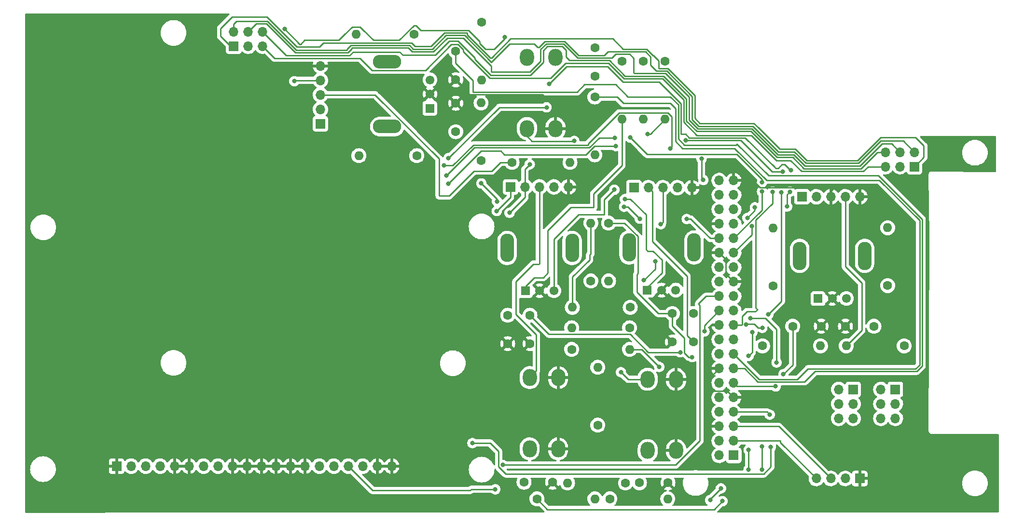
<source format=gbr>
%TF.GenerationSoftware,KiCad,Pcbnew,(6.0.5)*%
%TF.CreationDate,2022-06-02T12:02:42+02:00*%
%TF.ProjectId,norns_fork,6e6f726e-735f-4666-9f72-6b2e6b696361,rev?*%
%TF.SameCoordinates,Original*%
%TF.FileFunction,Copper,L2,Bot*%
%TF.FilePolarity,Positive*%
%FSLAX46Y46*%
G04 Gerber Fmt 4.6, Leading zero omitted, Abs format (unit mm)*
G04 Created by KiCad (PCBNEW (6.0.5)) date 2022-06-02 12:02:42*
%MOMM*%
%LPD*%
G01*
G04 APERTURE LIST*
G04 Aperture macros list*
%AMRoundRect*
0 Rectangle with rounded corners*
0 $1 Rounding radius*
0 $2 $3 $4 $5 $6 $7 $8 $9 X,Y pos of 4 corners*
0 Add a 4 corners polygon primitive as box body*
4,1,4,$2,$3,$4,$5,$6,$7,$8,$9,$2,$3,0*
0 Add four circle primitives for the rounded corners*
1,1,$1+$1,$2,$3*
1,1,$1+$1,$4,$5*
1,1,$1+$1,$6,$7*
1,1,$1+$1,$8,$9*
0 Add four rect primitives between the rounded corners*
20,1,$1+$1,$2,$3,$4,$5,0*
20,1,$1+$1,$4,$5,$6,$7,0*
20,1,$1+$1,$6,$7,$8,$9,0*
20,1,$1+$1,$8,$9,$2,$3,0*%
G04 Aperture macros list end*
%TA.AperFunction,ComponentPad*%
%ADD10C,1.600000*%
%TD*%
%TA.AperFunction,ComponentPad*%
%ADD11O,1.600000X1.600000*%
%TD*%
%TA.AperFunction,ComponentPad*%
%ADD12R,1.700000X1.700000*%
%TD*%
%TA.AperFunction,ComponentPad*%
%ADD13O,1.700000X1.700000*%
%TD*%
%TA.AperFunction,ComponentPad*%
%ADD14O,2.500000X3.000000*%
%TD*%
%TA.AperFunction,ComponentPad*%
%ADD15RoundRect,1.200000X1.300000X0.000000X1.300000X0.000000X-1.300000X0.000000X-1.300000X0.000000X0*%
%TD*%
%TA.AperFunction,ComponentPad*%
%ADD16R,1.550000X1.550000*%
%TD*%
%TA.AperFunction,ComponentPad*%
%ADD17C,1.550000*%
%TD*%
%TA.AperFunction,ComponentPad*%
%ADD18RoundRect,1.200000X0.000000X-1.300000X0.000000X-1.300000X0.000000X1.300000X0.000000X1.300000X0*%
%TD*%
%TA.AperFunction,ViaPad*%
%ADD19C,0.800000*%
%TD*%
%TA.AperFunction,Conductor*%
%ADD20C,0.250000*%
%TD*%
G04 APERTURE END LIST*
D10*
%TO.P,R13,1*%
%TO.N,Net-(ENC1-PadB)*%
X132529998Y-41412997D03*
D11*
%TO.P,R13,2*%
%TO.N,+3V3*%
X132529998Y-51572997D03*
%TD*%
D10*
%TO.P,R12,1*%
%TO.N,Net-(ENC2-PadB)*%
X158579998Y-91482997D03*
D11*
%TO.P,R12,2*%
%TO.N,+3V3*%
X148419998Y-91482997D03*
%TD*%
D12*
%TO.P,J1,1,Pin_1*%
%TO.N,B1_ENC1*%
X104219998Y-59257997D03*
D13*
%TO.P,J1,2,Pin_2*%
%TO.N,A1_ENC1*%
X104219998Y-56717997D03*
%TO.P,J1,3,Pin_3*%
%TO.N,BP_1*%
X104219998Y-54177997D03*
%TO.P,J1,4,Pin_4*%
%TO.N,+3V3*%
X104219998Y-51637997D03*
%TO.P,J1,5,Pin_5*%
%TO.N,GND*%
X104219998Y-49097997D03*
%TD*%
D10*
%TO.P,R17,1*%
%TO.N,BP_3*%
X152879998Y-112182997D03*
D11*
%TO.P,R17,2*%
%TO.N,+3V3*%
X152879998Y-102022997D03*
%TD*%
D12*
%TO.P,J6,1,Pin_1*%
%TO.N,Net-(J5-Pad1)*%
X89009998Y-45632997D03*
D13*
%TO.P,J6,2,Pin_2*%
%TO.N,Net-(J5-Pad2)*%
X89009998Y-43092997D03*
%TO.P,J6,3,Pin_3*%
%TO.N,Net-(J5-Pad3)*%
X91549998Y-45632997D03*
%TO.P,J6,4,Pin_4*%
%TO.N,Net-(J5-Pad4)*%
X91549998Y-43092997D03*
%TO.P,J6,5,Pin_5*%
%TO.N,Net-(J5-Pad5)*%
X94089998Y-45632997D03*
%TO.P,J6,6,Pin_6*%
%TO.N,Net-(J5-Pad6)*%
X94089998Y-43092997D03*
%TD*%
D10*
%TO.P,R18,1*%
%TO.N,BP_2*%
X155004998Y-125127997D03*
D11*
%TO.P,R18,2*%
%TO.N,+3V3*%
X165164998Y-125127997D03*
%TD*%
D12*
%TO.P,J4,1,Pin_1*%
%TO.N,B4_ENC4*%
X188704998Y-72081747D03*
D13*
%TO.P,J4,2,Pin_2*%
%TO.N,A4_ENC4*%
X191244998Y-72081747D03*
%TO.P,J4,3,Pin_3*%
%TO.N,GND*%
X193784998Y-72081747D03*
%TO.P,J4,4,Pin_4*%
%TO.N,+3V3*%
X196324998Y-72081747D03*
%TO.P,J4,5,Pin_5*%
%TO.N,GND*%
X198864998Y-72081747D03*
%TD*%
D10*
%TO.P,R8,1*%
%TO.N,Net-(ENC2-PadA)*%
X158459998Y-95082997D03*
D11*
%TO.P,R8,2*%
%TO.N,+3V3*%
X148299998Y-95082997D03*
%TD*%
D10*
%TO.P,R14,1*%
%TO.N,Net-(ENC3-PadB)*%
X148299998Y-98882997D03*
D11*
%TO.P,R14,2*%
%TO.N,+3V3*%
X158459998Y-98882997D03*
%TD*%
D10*
%TO.P,R22,1*%
%TO.N,Net-(ENC4-PadB)*%
X206639998Y-98262997D03*
D11*
%TO.P,R22,2*%
%TO.N,+3V3*%
X196479998Y-98262997D03*
%TD*%
D10*
%TO.P,C8,1*%
%TO.N,GND*%
X152358748Y-45882997D03*
%TO.P,C8,2*%
%TO.N,K1_BP*%
X152358748Y-50882997D03*
%TD*%
D12*
%TO.P,J10,1,3V3*%
%TO.N,+3V3*%
X176739998Y-117492997D03*
D13*
%TO.P,J10,2,5V*%
%TO.N,unconnected-(J10-Pad2)*%
X174199998Y-117492997D03*
%TO.P,J10,3,SDA/GPIO2*%
%TO.N,SDA*%
X176739998Y-114952997D03*
%TO.P,J10,4,5V*%
%TO.N,unconnected-(J10-Pad4)*%
X174199998Y-114952997D03*
%TO.P,J10,5,SCL/GPIO3*%
%TO.N,SCL*%
X176739998Y-112412997D03*
%TO.P,J10,6,GND*%
%TO.N,GND*%
X174199998Y-112412997D03*
%TO.P,J10,7,GCLK0/GPIO4*%
%TO.N,A1_ENC1*%
X176739998Y-109872997D03*
%TO.P,J10,8,GPIO14/TXD*%
%TO.N,unconnected-(J10-Pad8)*%
X174199998Y-109872997D03*
%TO.P,J10,9,GND*%
%TO.N,GND*%
X176739998Y-107332997D03*
%TO.P,J10,10,GPIO15/RXD*%
%TO.N,unconnected-(J10-Pad10)*%
X174199998Y-107332997D03*
%TO.P,J10,11,GPIO17*%
%TO.N,A4_ENC4*%
X176739998Y-104792997D03*
%TO.P,J10,12,GPIO18/PWM0*%
%TO.N,unconnected-(J10-Pad12)*%
X174199998Y-104792997D03*
%TO.P,J10,13,GPIO27*%
%TO.N,B1_ENC1*%
X176739998Y-102252997D03*
%TO.P,J10,14,GND*%
%TO.N,GND*%
X174199998Y-102252997D03*
%TO.P,J10,15,GPIO22*%
%TO.N,K1_BP*%
X176739998Y-99712997D03*
%TO.P,J10,16,GPIO23*%
%TO.N,B2_ENC2*%
X174199998Y-99712997D03*
%TO.P,J10,17,3V3*%
%TO.N,+3V3*%
X176739998Y-97172997D03*
%TO.P,J10,18,GPIO24*%
%TO.N,A2_ENC2*%
X174199998Y-97172997D03*
%TO.P,J10,19,MOSI0/GPIO10*%
%TO.N,oled_MOSI*%
X176739998Y-94632997D03*
%TO.P,J10,20,GND*%
%TO.N,GND*%
X174199998Y-94632997D03*
%TO.P,J10,21,MISO0/GPIO9*%
%TO.N,unconnected-(J10-Pad21)*%
X176739998Y-92092997D03*
%TO.P,J10,22,GPIO25*%
%TO.N,B3_ENC3*%
X174199998Y-92092997D03*
%TO.P,J10,23,SCLK0/GPIO11*%
%TO.N,oled_SCK*%
X176739998Y-89552997D03*
%TO.P,J10,24,~{CE0}/GPIO8*%
%TO.N,oled_CE0*%
X174199998Y-89552997D03*
%TO.P,J10,25,GND*%
%TO.N,GND*%
X176739998Y-87012997D03*
%TO.P,J10,26,~{CE1}/GPIO7*%
%TO.N,unconnected-(J10-Pad26)*%
X174199998Y-87012997D03*
%TO.P,J10,27,ID_SD/GPIO0*%
%TO.N,unconnected-(J10-Pad27)*%
X176739998Y-84472997D03*
%TO.P,J10,28,ID_SC/GPIO1*%
%TO.N,unconnected-(J10-Pad28)*%
X174199998Y-84472997D03*
%TO.P,J10,29,GCLK1/GPIO5*%
%TO.N,oled_DC*%
X176739998Y-81932997D03*
%TO.P,J10,30,GND*%
%TO.N,GND*%
X174199998Y-81932997D03*
%TO.P,J10,31,GCLK2/GPIO6*%
%TO.N,oled_RESET*%
X176739998Y-79392997D03*
%TO.P,J10,32,PWM0/GPIO12*%
%TO.N,A3_ENC3*%
X174199998Y-79392997D03*
%TO.P,J10,33,PWM1/GPIO13*%
%TO.N,K3_BP*%
X176739998Y-76852997D03*
%TO.P,J10,34,GND*%
%TO.N,GND*%
X174199998Y-76852997D03*
%TO.P,J10,35,GPIO19/MISO1*%
%TO.N,unconnected-(J10-Pad35)*%
X176739998Y-74312997D03*
%TO.P,J10,36,GPIO16*%
%TO.N,B4_ENC4*%
X174199998Y-74312997D03*
%TO.P,J10,37,GPIO26*%
%TO.N,K2_BP*%
X176739998Y-71772997D03*
%TO.P,J10,38,GPIO20/MOSI1*%
%TO.N,unconnected-(J10-Pad38)*%
X174199998Y-71772997D03*
%TO.P,J10,39,GND*%
%TO.N,GND*%
X176739998Y-69232997D03*
%TO.P,J10,40,GPIO21/SCLK1*%
%TO.N,unconnected-(J10-Pad40)*%
X174199998Y-69232997D03*
%TD*%
D14*
%TO.P,K2,1,A0*%
%TO.N,GND*%
X166629998Y-104132997D03*
X166629998Y-116632997D03*
%TO.P,K2,2,B0*%
%TO.N,BP_2*%
X161629998Y-116632997D03*
X161629998Y-104132997D03*
%TD*%
D10*
%TO.P,R3,1*%
%TO.N,A2_ENC2*%
X164699998Y-48302997D03*
D11*
%TO.P,R3,2*%
%TO.N,Net-(ENC2-PadA)*%
X164699998Y-58462997D03*
%TD*%
D10*
%TO.P,C6,1*%
%TO.N,B3_ENC3*%
X140979998Y-92882997D03*
%TO.P,C6,2*%
%TO.N,GND*%
X140979998Y-97882997D03*
%TD*%
D12*
%TO.P,J5,1,Pin_1*%
%TO.N,Net-(J5-Pad1)*%
X208449998Y-66782997D03*
D13*
%TO.P,J5,2,Pin_2*%
%TO.N,Net-(J5-Pad2)*%
X208449998Y-64242997D03*
%TO.P,J5,3,Pin_3*%
%TO.N,Net-(J5-Pad3)*%
X205909998Y-66782997D03*
%TO.P,J5,4,Pin_4*%
%TO.N,Net-(J5-Pad4)*%
X205909998Y-64242997D03*
%TO.P,J5,5,Pin_5*%
%TO.N,Net-(J5-Pad5)*%
X203369998Y-66782997D03*
%TO.P,J5,6,Pin_6*%
%TO.N,Net-(J5-Pad6)*%
X203369998Y-64242997D03*
%TD*%
D15*
%TO.P,ENC1,1,MNT_1*%
%TO.N,unconnected-(ENC1-Pad1)*%
X115937498Y-59742997D03*
%TO.P,ENC1,2,MNT_2*%
%TO.N,unconnected-(ENC1-Pad2)*%
X115937498Y-48342997D03*
D16*
%TO.P,ENC1,A,CHANNEL_A*%
%TO.N,Net-(ENC1-PadA)*%
X123437498Y-56542997D03*
D17*
%TO.P,ENC1,B,CHANNEL_B*%
%TO.N,Net-(ENC1-PadB)*%
X123437498Y-51542997D03*
%TO.P,ENC1,C,COMMON*%
%TO.N,GND*%
X123437498Y-54042997D03*
%TD*%
D14*
%TO.P,K3,1,A0*%
%TO.N,GND*%
X145929998Y-116332997D03*
X145929998Y-103832997D03*
%TO.P,K3,2,B0*%
%TO.N,BP_3*%
X140929998Y-116332997D03*
X140929998Y-103832997D03*
%TD*%
D10*
%TO.P,R11,1*%
%TO.N,Net-(ENC3-PadA)*%
X151679998Y-86862997D03*
D11*
%TO.P,R11,2*%
%TO.N,+3V3*%
X151679998Y-76702997D03*
%TD*%
D10*
%TO.P,R21,1*%
%TO.N,Net-(ENC4-PadA)*%
X181799998Y-98262997D03*
D11*
%TO.P,R21,2*%
%TO.N,+3V3*%
X191959998Y-98262997D03*
%TD*%
D10*
%TO.P,R19,1*%
%TO.N,A4_ENC4*%
X183649998Y-87764247D03*
D11*
%TO.P,R19,2*%
%TO.N,Net-(ENC4-PadA)*%
X183649998Y-77604247D03*
%TD*%
D12*
%TO.P,J9,1,Pin_1*%
%TO.N,GND*%
X68459998Y-119382997D03*
D13*
%TO.P,J9,2,Pin_2*%
%TO.N,+3V3*%
X70999998Y-119382997D03*
%TO.P,J9,3,Pin_3*%
%TO.N,unconnected-(J9-Pad3)*%
X73539998Y-119382997D03*
%TO.P,J9,4,Pin_4*%
%TO.N,oled_DC*%
X76079998Y-119382997D03*
%TO.P,J9,5,Pin_5*%
%TO.N,GND*%
X78619998Y-119382997D03*
%TO.P,J9,6,Pin_6*%
X81159998Y-119382997D03*
%TO.P,J9,7,Pin_7*%
%TO.N,oled_SCK*%
X83699998Y-119382997D03*
%TO.P,J9,8,Pin_8*%
%TO.N,oled_MOSI*%
X86239998Y-119382997D03*
%TO.P,J9,9,Pin_9*%
%TO.N,GND*%
X88779998Y-119382997D03*
%TO.P,J9,10,Pin_10*%
X91319998Y-119382997D03*
%TO.P,J9,11,Pin_11*%
X93859998Y-119382997D03*
%TO.P,J9,12,Pin_12*%
X96399998Y-119382997D03*
%TO.P,J9,13,Pin_13*%
X98939998Y-119382997D03*
%TO.P,J9,14,Pin_14*%
X101479998Y-119382997D03*
%TO.P,J9,15,Pin_15*%
%TO.N,unconnected-(J9-Pad15)*%
X104019998Y-119382997D03*
%TO.P,J9,16,Pin_16*%
%TO.N,oled_RESET*%
X106559998Y-119382997D03*
%TO.P,J9,17,Pin_17*%
%TO.N,oled_CE0*%
X109099998Y-119382997D03*
%TO.P,J9,18,Pin_18*%
%TO.N,unconnected-(J9-Pad18)*%
X111639998Y-119382997D03*
%TO.P,J9,19,Pin_19*%
%TO.N,GND*%
X114179998Y-119382997D03*
%TO.P,J9,20,Pin_20*%
X116719998Y-119382997D03*
%TD*%
D10*
%TO.P,R20,1*%
%TO.N,B4_ENC4*%
X203749998Y-87684247D03*
D11*
%TO.P,R20,2*%
%TO.N,Net-(ENC4-PadB)*%
X203749998Y-77524247D03*
%TD*%
D10*
%TO.P,R15,1*%
%TO.N,K3_BP*%
X142204998Y-125127997D03*
D11*
%TO.P,R15,2*%
%TO.N,BP_3*%
X152364998Y-125127997D03*
%TD*%
D18*
%TO.P,ENC2,1,MNT_1*%
%TO.N,unconnected-(ENC2-Pad1)*%
X158379998Y-80970497D03*
%TO.P,ENC2,2,MNT_2*%
%TO.N,unconnected-(ENC2-Pad2)*%
X169779998Y-80970497D03*
D16*
%TO.P,ENC2,A,CHANNEL_A*%
%TO.N,Net-(ENC2-PadA)*%
X161579998Y-88470497D03*
D17*
%TO.P,ENC2,B,CHANNEL_B*%
%TO.N,Net-(ENC2-PadB)*%
X166579998Y-88470497D03*
%TO.P,ENC2,C,COMMON*%
%TO.N,GND*%
X164079998Y-88470497D03*
%TD*%
D10*
%TO.P,R10,1*%
%TO.N,Net-(ENC1-PadA)*%
X132399998Y-65762997D03*
D11*
%TO.P,R10,2*%
%TO.N,+3V3*%
X132399998Y-55602997D03*
%TD*%
D10*
%TO.P,C10,1*%
%TO.N,GND*%
X192089998Y-94814247D03*
%TO.P,C10,2*%
%TO.N,A4_ENC4*%
X187089998Y-94814247D03*
%TD*%
%TO.P,C9,1*%
%TO.N,GND*%
X165200000Y-122300000D03*
%TO.P,C9,2*%
%TO.N,K2_BP*%
X160200000Y-122300000D03*
%TD*%
%TO.P,R1,1*%
%TO.N,K1_BP*%
X152358748Y-54562997D03*
D11*
%TO.P,R1,2*%
%TO.N,BP_1*%
X152358748Y-64722997D03*
%TD*%
D12*
%TO.P,J11,1,Pin_1*%
%TO.N,GND*%
X198849998Y-121557997D03*
D13*
%TO.P,J11,2,Pin_2*%
%TO.N,+3V3*%
X196309998Y-121557997D03*
%TO.P,J11,3,Pin_3*%
%TO.N,SCL*%
X193769998Y-121557997D03*
%TO.P,J11,4,Pin_4*%
%TO.N,SDA*%
X191229998Y-121557997D03*
%TD*%
D10*
%TO.P,C5,1*%
%TO.N,B1_ENC1*%
X127969998Y-46522997D03*
%TO.P,C5,2*%
%TO.N,GND*%
X127969998Y-51522997D03*
%TD*%
%TO.P,C7,1*%
%TO.N,GND*%
X144950000Y-122200000D03*
%TO.P,C7,2*%
%TO.N,K3_BP*%
X139950000Y-122200000D03*
%TD*%
D14*
%TO.P,K1,1,A0*%
%TO.N,GND*%
X145458748Y-47592997D03*
X145458748Y-60092997D03*
%TO.P,K1,2,B0*%
%TO.N,BP_1*%
X140458748Y-47592997D03*
X140458748Y-60092997D03*
%TD*%
D10*
%TO.P,C4,1*%
%TO.N,B2_ENC2*%
X165979998Y-92582997D03*
%TO.P,C4,2*%
%TO.N,GND*%
X165979998Y-97582997D03*
%TD*%
%TO.P,R6,1*%
%TO.N,B2_ENC2*%
X154779998Y-76702997D03*
D11*
%TO.P,R6,2*%
%TO.N,Net-(ENC2-PadB)*%
X154779998Y-86862997D03*
%TD*%
D12*
%TO.P,J7,1,Pin_1*%
%TO.N,Net-(J7-Pad1)*%
X205099998Y-105902997D03*
D13*
%TO.P,J7,2,Pin_2*%
%TO.N,Net-(J7-Pad2)*%
X202559998Y-105902997D03*
%TO.P,J7,3,Pin_3*%
%TO.N,Net-(J7-Pad3)*%
X205099998Y-108442997D03*
%TO.P,J7,4,Pin_4*%
%TO.N,Net-(J7-Pad4)*%
X202559998Y-108442997D03*
%TO.P,J7,5,Pin_5*%
%TO.N,Net-(J7-Pad5)*%
X205099998Y-110982997D03*
%TO.P,J7,6,Pin_6*%
%TO.N,Net-(J7-Pad6)*%
X202559998Y-110982997D03*
%TD*%
D10*
%TO.P,C11,1*%
%TO.N,B4_ENC4*%
X201339998Y-94814247D03*
%TO.P,C11,2*%
%TO.N,GND*%
X196339998Y-94814247D03*
%TD*%
%TO.P,C1,1*%
%TO.N,GND*%
X169679998Y-92582997D03*
%TO.P,C1,2*%
%TO.N,A2_ENC2*%
X169679998Y-97582997D03*
%TD*%
%TO.P,R2,1*%
%TO.N,BP_1*%
X137848748Y-66052997D03*
D11*
%TO.P,R2,2*%
%TO.N,+3V3*%
X148008748Y-66052997D03*
%TD*%
D18*
%TO.P,ENC3,1,MNT_1*%
%TO.N,unconnected-(ENC3-Pad1)*%
X136979998Y-81070497D03*
%TO.P,ENC3,2,MNT_2*%
%TO.N,unconnected-(ENC3-Pad2)*%
X148379998Y-81070497D03*
D16*
%TO.P,ENC3,A,CHANNEL_A*%
%TO.N,Net-(ENC3-PadA)*%
X140179998Y-88570497D03*
D17*
%TO.P,ENC3,B,CHANNEL_B*%
%TO.N,Net-(ENC3-PadB)*%
X145179998Y-88570497D03*
%TO.P,ENC3,C,COMMON*%
%TO.N,GND*%
X142679998Y-88570497D03*
%TD*%
D10*
%TO.P,C3,1*%
%TO.N,GND*%
X137079998Y-97882997D03*
%TO.P,C3,2*%
%TO.N,A3_ENC3*%
X137079998Y-92882997D03*
%TD*%
D18*
%TO.P,ENC4,1,MNT_1*%
%TO.N,unconnected-(ENC4-Pad1)*%
X188319998Y-82451747D03*
%TO.P,ENC4,2,MNT_2*%
%TO.N,unconnected-(ENC4-Pad2)*%
X199719998Y-82451747D03*
D16*
%TO.P,ENC4,A,CHANNEL_A*%
%TO.N,Net-(ENC4-PadA)*%
X191519998Y-89951747D03*
D17*
%TO.P,ENC4,B,CHANNEL_B*%
%TO.N,Net-(ENC4-PadB)*%
X196519998Y-89951747D03*
%TO.P,ENC4,C,COMMON*%
%TO.N,GND*%
X194019998Y-89951747D03*
%TD*%
D10*
%TO.P,R9,1*%
%TO.N,B3_ENC3*%
X160899998Y-48302997D03*
D11*
%TO.P,R9,2*%
%TO.N,Net-(ENC3-PadB)*%
X160899998Y-58462997D03*
%TD*%
D10*
%TO.P,R16,1*%
%TO.N,K2_BP*%
X157750000Y-122350000D03*
D11*
%TO.P,R16,2*%
%TO.N,BP_2*%
X147590000Y-122350000D03*
%TD*%
D12*
%TO.P,J3,1,Pin_1*%
%TO.N,B3_ENC3*%
X137574998Y-70340497D03*
D13*
%TO.P,J3,2,Pin_2*%
%TO.N,A3_ENC3*%
X140114998Y-70340497D03*
%TO.P,J3,3,Pin_3*%
%TO.N,BP_3*%
X142654998Y-70340497D03*
%TO.P,J3,4,Pin_4*%
%TO.N,+3V3*%
X145194998Y-70340497D03*
%TO.P,J3,5,Pin_5*%
%TO.N,GND*%
X147734998Y-70340497D03*
%TD*%
D12*
%TO.P,J8,1,Pin_1*%
%TO.N,Net-(J7-Pad1)*%
X197689998Y-105907997D03*
D13*
%TO.P,J8,2,Pin_2*%
%TO.N,Net-(J7-Pad2)*%
X195149998Y-105907997D03*
%TO.P,J8,3,Pin_3*%
%TO.N,Net-(J7-Pad3)*%
X197689998Y-108447997D03*
%TO.P,J8,4,Pin_4*%
%TO.N,Net-(J7-Pad4)*%
X195149998Y-108447997D03*
%TO.P,J8,5,Pin_5*%
%TO.N,Net-(J7-Pad5)*%
X197689998Y-110987997D03*
%TO.P,J8,6,Pin_6*%
%TO.N,Net-(J7-Pad6)*%
X195149998Y-110987997D03*
%TD*%
D10*
%TO.P,R5,1*%
%TO.N,A3_ENC3*%
X157099998Y-48302997D03*
D11*
%TO.P,R5,2*%
%TO.N,Net-(ENC3-PadA)*%
X157099998Y-58462997D03*
%TD*%
D10*
%TO.P,R4,1*%
%TO.N,A1_ENC1*%
X121129998Y-64862997D03*
D11*
%TO.P,R4,2*%
%TO.N,Net-(ENC1-PadA)*%
X110969998Y-64862997D03*
%TD*%
D12*
%TO.P,J2,1,Pin_1*%
%TO.N,B2_ENC2*%
X159224998Y-70482997D03*
D13*
%TO.P,J2,2,Pin_2*%
%TO.N,A2_ENC2*%
X161764998Y-70482997D03*
%TO.P,J2,3,Pin_3*%
%TO.N,BP_2*%
X164304998Y-70482997D03*
%TO.P,J2,4,Pin_4*%
%TO.N,+3V3*%
X166844998Y-70482997D03*
%TO.P,J2,5,Pin_5*%
%TO.N,GND*%
X169384998Y-70482997D03*
%TD*%
D10*
%TO.P,R7,1*%
%TO.N,B1_ENC1*%
X120629998Y-43572997D03*
D11*
%TO.P,R7,2*%
%TO.N,Net-(ENC1-PadB)*%
X110469998Y-43572997D03*
%TD*%
D10*
%TO.P,C2,1*%
%TO.N,GND*%
X127969998Y-55652997D03*
%TO.P,C2,2*%
%TO.N,A1_ENC1*%
X127969998Y-60652997D03*
%TD*%
D19*
%TO.N,Net-(J5-Pad3)*%
X97962297Y-42620698D03*
X136549998Y-44082997D03*
%TO.N,B3_ENC3*%
X167354498Y-99382997D03*
X171599998Y-95732997D03*
%TO.N,A4_ENC4*%
X184099998Y-105382997D03*
X185449998Y-103232997D03*
%TO.N,+3V3*%
X135199998Y-72882997D03*
X132449998Y-69732997D03*
%TO.N,BP_1*%
X148749998Y-62258977D03*
%TO.N,GND*%
X169679998Y-86852997D03*
%TO.N,B2_ENC2*%
X169449998Y-100232997D03*
%TO.N,oled_DC*%
X186099998Y-73782997D03*
X179149998Y-75782997D03*
X186749998Y-67382997D03*
X179887297Y-77270296D03*
X186599998Y-71182997D03*
X180449998Y-73932997D03*
X143899998Y-56382997D03*
X126699998Y-65282997D03*
X144349998Y-52282997D03*
%TO.N,oled_SCK*%
X182799998Y-92732997D03*
X165599998Y-63632997D03*
X168325047Y-62183448D03*
X185099998Y-71282997D03*
X185349998Y-67658497D03*
X178924498Y-94532997D03*
X181749998Y-95082997D03*
X125899998Y-66582997D03*
%TO.N,oled_MOSI*%
X183549998Y-71182997D03*
X126349998Y-68332997D03*
X155849998Y-61732997D03*
%TO.N,oled_RESET*%
X126699998Y-69782997D03*
X156049998Y-63182997D03*
X181699998Y-69532997D03*
X181699998Y-71157497D03*
X158599998Y-61682997D03*
%TO.N,oled_CE0*%
X134900000Y-123450000D03*
X136199998Y-119182997D03*
%TO.N,A1_ENC1*%
X183049998Y-110332997D03*
X130899998Y-115332997D03*
X183249998Y-116032997D03*
%TO.N,Net-(ENC3-PadB)*%
X155799998Y-70832997D03*
%TO.N,+3V3*%
X99649998Y-51782997D03*
%TO.N,Net-(ENC2-PadA)*%
X157649998Y-72482997D03*
X161599998Y-61032997D03*
%TO.N,A3_ENC3*%
X140949998Y-66382997D03*
%TO.N,BP_2*%
X156949998Y-102882997D03*
X163949998Y-76882997D03*
X162949998Y-83432997D03*
X160962297Y-86745296D03*
%TO.N,+3V3*%
X163674998Y-101957997D03*
%TO.N,A3_ENC3*%
X160249998Y-75932997D03*
X168499998Y-75982997D03*
X157499998Y-73832997D03*
%TO.N,GND*%
X145649998Y-74932997D03*
%TO.N,B3_ENC3*%
X135149998Y-74582997D03*
%TO.N,A3_ENC3*%
X137399998Y-74882997D03*
%TO.N,GND*%
X202849998Y-72232997D03*
%TO.N,K3_BP*%
X179699998Y-93382997D03*
X181699998Y-120032997D03*
X184249998Y-101182997D03*
X181699998Y-115932997D03*
X174749998Y-125532997D03*
%TO.N,B4_ENC4*%
X171399998Y-69132997D03*
X171099998Y-65382997D03*
%TO.N,K2_BP*%
X172600000Y-125350000D03*
X174499998Y-123282997D03*
X179349998Y-116532997D03*
X179349998Y-119982997D03*
X179349998Y-100032997D03*
X179999998Y-95832997D03*
%TD*%
D20*
%TO.N,A1_ENC1*%
X130899998Y-115332997D02*
X134032997Y-115332997D01*
X135475487Y-119483100D02*
X136749895Y-120757508D01*
X134032997Y-115332997D02*
X135475487Y-116775487D01*
X135475487Y-116775487D02*
X135475487Y-119483100D01*
X136749895Y-120757508D02*
X182000101Y-120757508D01*
X182000101Y-120757508D02*
X183249998Y-119507611D01*
X183249998Y-119507611D02*
X183249998Y-116032997D01*
%TO.N,oled_CE0*%
X134900000Y-123450000D02*
X130682995Y-123450000D01*
X130682995Y-123450000D02*
X130482995Y-123650000D01*
X130482995Y-123650000D02*
X113367001Y-123650000D01*
X113367001Y-123650000D02*
X109099998Y-119382997D01*
%TO.N,K2_BP*%
X172600000Y-125350000D02*
X172600000Y-125182995D01*
X172600000Y-125182995D02*
X174499998Y-123282997D01*
%TO.N,Net-(J5-Pad3)*%
X120629698Y-41982997D02*
X118049998Y-44562697D01*
X120949998Y-41982997D02*
X120629698Y-41982997D01*
X132185716Y-45147279D02*
X132185716Y-44832998D01*
X108399998Y-43632997D02*
X107448558Y-44584437D01*
X118049998Y-44562697D02*
X118049998Y-44582997D01*
X101449038Y-44584437D02*
X100749998Y-45283477D01*
X132185716Y-44832998D02*
X130186195Y-42833477D01*
X110199998Y-42232997D02*
X109799998Y-42232997D01*
X100625076Y-45283477D02*
X97962297Y-42620698D01*
X111149998Y-42232997D02*
X110199998Y-42232997D01*
X121800478Y-42833477D02*
X120949998Y-41982997D01*
X133221434Y-46182997D02*
X132185716Y-45147279D01*
X136549998Y-44082997D02*
X136549998Y-44332997D01*
X111799998Y-42882997D02*
X111149998Y-42232997D01*
X128999998Y-42833477D02*
X121800478Y-42833477D01*
X136549998Y-44332997D02*
X134699998Y-46182997D01*
X106299998Y-44584437D02*
X101449038Y-44584437D01*
X100749998Y-45283477D02*
X100625076Y-45283477D01*
X109799998Y-42232997D02*
X108399998Y-43632997D01*
X130186195Y-42833477D02*
X128999998Y-42833477D01*
X117699998Y-44584437D02*
X113501438Y-44584437D01*
X107448558Y-44584437D02*
X106299998Y-44584437D01*
X118048558Y-44584437D02*
X117699998Y-44584437D01*
X118049998Y-44582997D02*
X118048558Y-44584437D01*
X113501438Y-44584437D02*
X111799998Y-42882997D01*
X134699998Y-46182997D02*
X133221434Y-46182997D01*
%TO.N,Net-(J5-Pad1)*%
X89009998Y-45632997D02*
X88449998Y-45632997D01*
X210099998Y-65132997D02*
X208449998Y-66782997D01*
X88449998Y-45632997D02*
X86699998Y-43882997D01*
X86699998Y-43882997D02*
X86699998Y-42532997D01*
X86699998Y-42532997D02*
X88749998Y-40482997D01*
X88749998Y-40482997D02*
X94799998Y-40482997D01*
X169892377Y-58225376D02*
X169899998Y-58232997D01*
X94799998Y-40482997D02*
X100049998Y-45732997D01*
X189557632Y-65733477D02*
X198463800Y-65733477D01*
X100049998Y-45732997D02*
X104049998Y-45732997D01*
X104049998Y-45732997D02*
X104749038Y-45033957D01*
X104749038Y-45033957D02*
X120199998Y-45033957D01*
X120199998Y-45033957D02*
X120849998Y-45683957D01*
X157299998Y-46133477D02*
X161436196Y-46133477D01*
X169892377Y-54253941D02*
X169892377Y-58225376D01*
X120849998Y-45683957D02*
X123599038Y-45683957D01*
X123599038Y-45683957D02*
X125999998Y-43282997D01*
X129999998Y-43282997D02*
X129999998Y-43597279D01*
X125999998Y-43282997D02*
X129999998Y-43282997D01*
X163549998Y-49534917D02*
X165173353Y-49534917D01*
X129999998Y-43597279D02*
X134067857Y-47665138D01*
X137599998Y-44332997D02*
X155499518Y-44332997D01*
X134067857Y-47665138D02*
X134267857Y-47665138D01*
X134267857Y-47665138D02*
X137599998Y-44332997D01*
X155499518Y-44332997D02*
X157299998Y-46133477D01*
X161436196Y-46133477D02*
X162585716Y-47282997D01*
X169899998Y-58311561D02*
X170810716Y-59222279D01*
X162585716Y-47282997D02*
X162649998Y-47282997D01*
X162649998Y-47282997D02*
X163549998Y-48182997D01*
X163549998Y-48182997D02*
X163549998Y-49534917D01*
X165173353Y-49534917D02*
X169892377Y-54253941D01*
X169899998Y-58232997D02*
X169899998Y-58311561D01*
X170810716Y-59222279D02*
X180296433Y-59222279D01*
X180296433Y-59222279D02*
X181078575Y-60004420D01*
X198463800Y-65733477D02*
X202564280Y-61632997D01*
X181078575Y-60004420D02*
X184796914Y-63722759D01*
X184796914Y-63722759D02*
X187546914Y-63722759D01*
X187546914Y-63722759D02*
X189557632Y-65733477D01*
X202564280Y-61632997D02*
X208599998Y-61632997D01*
X208599998Y-61632997D02*
X210099998Y-63132997D01*
X210099998Y-63132997D02*
X210099998Y-65132997D01*
%TO.N,Net-(J5-Pad2)*%
X208449998Y-64242997D02*
X206489998Y-62282997D01*
X89499998Y-41232997D02*
X89009998Y-41722997D01*
X206489998Y-62282997D02*
X202549998Y-62282997D01*
X202549998Y-62282997D02*
X198649998Y-66182997D01*
X198649998Y-66182997D02*
X189371434Y-66182997D01*
X189371434Y-66182997D02*
X187360716Y-64172279D01*
X180122394Y-59683957D02*
X170636676Y-59683957D01*
X164987156Y-49984437D02*
X163149998Y-49984437D01*
X187360716Y-64172279D02*
X184610716Y-64172279D01*
X162149998Y-48984437D02*
X162149998Y-47482997D01*
X137399998Y-45232997D02*
X134199998Y-48432997D01*
X184610716Y-64172279D02*
X180122394Y-59683957D01*
X170636676Y-59683957D02*
X169442857Y-58490138D01*
X169442857Y-58490138D02*
X169442857Y-54440138D01*
X169442857Y-54440138D02*
X164987156Y-49984437D01*
X163149998Y-49984437D02*
X162149998Y-48984437D01*
X162149998Y-47482997D02*
X161249998Y-46582997D01*
X161249998Y-46582997D02*
X154699998Y-46582997D01*
X154699998Y-46582997D02*
X154049038Y-47233957D01*
X154049038Y-47233957D02*
X149549998Y-47233957D01*
X149549998Y-47233957D02*
X147099518Y-44783477D01*
X147099518Y-44783477D02*
X143599518Y-44783477D01*
X108907139Y-46140139D02*
X108907139Y-46290138D01*
X143599518Y-44783477D02*
X142599998Y-45782997D01*
X142599998Y-45782997D02*
X142299998Y-45782997D01*
X142299998Y-45782997D02*
X141749998Y-45232997D01*
X141749998Y-45232997D02*
X137399998Y-45232997D01*
X94885716Y-41232997D02*
X89499998Y-41232997D01*
X134199998Y-48432997D02*
X129500478Y-43733477D01*
X123849518Y-46133477D02*
X120499998Y-46133477D01*
X129500478Y-43733477D02*
X126249518Y-43733477D01*
X126249518Y-43733477D02*
X123849518Y-46133477D01*
X120499998Y-46133477D02*
X119849998Y-45483477D01*
X109563801Y-45483477D02*
X108907139Y-46140139D01*
X119849998Y-45483477D02*
X109563801Y-45483477D01*
X108907139Y-46290138D02*
X108863800Y-46333477D01*
X108863800Y-46333477D02*
X99986196Y-46333477D01*
X99986196Y-46333477D02*
X94885716Y-41232997D01*
X89009998Y-41722997D02*
X89009998Y-43092997D01*
%TO.N,Net-(J5-Pad4)*%
X91549998Y-43092997D02*
X92959998Y-41682997D01*
X92959998Y-41682997D02*
X94699998Y-41682997D01*
X129249998Y-44182997D02*
X134199998Y-49132997D01*
X159350958Y-50433957D02*
X164800958Y-50433957D01*
X94699998Y-41682997D02*
X99799998Y-46782997D01*
X99799998Y-46782997D02*
X109049998Y-46782997D01*
X109049998Y-46782997D02*
X109749998Y-46082997D01*
X109749998Y-46082997D02*
X109749998Y-45932997D01*
X109749998Y-45932997D02*
X119649998Y-45932997D01*
X119649998Y-45932997D02*
X120299998Y-46582997D01*
X187268337Y-64715618D02*
X189192857Y-66640138D01*
X120299998Y-46582997D02*
X124049998Y-46582997D01*
X124049998Y-46582997D02*
X126449998Y-44182997D01*
X126449998Y-44182997D02*
X129249998Y-44182997D01*
X134199998Y-49132997D02*
X134199998Y-50182997D01*
X179936196Y-60133477D02*
X184518337Y-64715618D01*
X134199998Y-50182997D02*
X140964280Y-50182997D01*
X140964280Y-50182997D02*
X142850478Y-48296799D01*
X142850478Y-48296799D02*
X142850478Y-46196799D01*
X155349518Y-47683477D02*
X155999998Y-47032997D01*
X142850478Y-46196799D02*
X143814280Y-45232997D01*
X143814280Y-45232997D02*
X146899998Y-45232997D01*
X155999998Y-47032997D02*
X158499998Y-47032997D01*
X146899998Y-45232997D02*
X149350478Y-47683477D01*
X149350478Y-47683477D02*
X155349518Y-47683477D01*
X158499998Y-47032997D02*
X159199998Y-47732997D01*
X159199998Y-47732997D02*
X159199998Y-50282997D01*
X159199998Y-50282997D02*
X159350958Y-50433957D01*
X164800958Y-50433957D02*
X168949998Y-54582997D01*
X168949998Y-54582997D02*
X168949998Y-58482997D01*
X168949998Y-58482997D02*
X168899998Y-58532997D01*
X168899998Y-58532997D02*
X168899998Y-58582997D01*
X168899998Y-58582997D02*
X170450478Y-60133477D01*
X170450478Y-60133477D02*
X179936196Y-60133477D01*
X184518337Y-64715618D02*
X187268337Y-64715618D01*
X189192857Y-66640138D02*
X198907619Y-66640138D01*
X198907619Y-66640138D02*
X202764760Y-62782997D01*
X202764760Y-62782997D02*
X204449998Y-62782997D01*
X204449998Y-62782997D02*
X205909998Y-64242997D01*
%TO.N,Net-(J5-Pad6)*%
X203369998Y-64242997D02*
X201940478Y-64242997D01*
X201940478Y-64242997D02*
X199049998Y-67133477D01*
X147949998Y-48132997D02*
X147299998Y-47482997D01*
X199049998Y-67133477D02*
X189050478Y-67133477D01*
X189050478Y-67133477D02*
X187082139Y-65165138D01*
X187082139Y-65165138D02*
X184317857Y-65165138D01*
X180049998Y-60897279D02*
X180049998Y-60882997D01*
X141049998Y-50732997D02*
X134099998Y-50732997D01*
X184317857Y-65165138D02*
X180049998Y-60897279D01*
X118149998Y-46632997D02*
X109949998Y-46632997D01*
X180049998Y-60882997D02*
X179749998Y-60582997D01*
X179749998Y-60582997D02*
X170235716Y-60582997D01*
X143299998Y-48482997D02*
X141049998Y-50732997D01*
X170235716Y-60582997D02*
X168417857Y-58765138D01*
X168417857Y-58765138D02*
X168417857Y-54865139D01*
X168417857Y-54865139D02*
X164436195Y-50883477D01*
X164436195Y-50883477D02*
X157686196Y-50883477D01*
X147299998Y-46332997D02*
X146649998Y-45682997D01*
X157686196Y-50883477D02*
X154935716Y-48132997D01*
X154935716Y-48132997D02*
X147949998Y-48132997D01*
X147299998Y-47482997D02*
X147299998Y-46332997D01*
X146649998Y-45682997D02*
X143999998Y-45682997D01*
X143999998Y-45682997D02*
X143299998Y-46382997D01*
X143299998Y-46382997D02*
X143299998Y-48482997D01*
X134099998Y-50732997D02*
X131349998Y-47982997D01*
X131349998Y-47982997D02*
X131349998Y-47676980D01*
X131349998Y-47676980D02*
X128356015Y-44682997D01*
X128356015Y-44682997D02*
X126849998Y-44682997D01*
X126849998Y-44682997D02*
X124349998Y-47182997D01*
X124349998Y-47182997D02*
X118699998Y-47182997D01*
X118699998Y-47182997D02*
X118149998Y-46632997D01*
X109949998Y-46632997D02*
X109299998Y-47282997D01*
X109299998Y-47282997D02*
X98299998Y-47282997D01*
X98299998Y-47282997D02*
X98249998Y-47232997D01*
X98249998Y-47232997D02*
X98229998Y-47232997D01*
X98229998Y-47232997D02*
X94089998Y-43092997D01*
%TO.N,Net-(J5-Pad5)*%
X203369998Y-66782997D02*
X200299998Y-66782997D01*
X200299998Y-66782997D02*
X199499998Y-67582997D01*
X199499998Y-67582997D02*
X188599998Y-67582997D01*
X188599998Y-67582997D02*
X186699998Y-65682997D01*
X186699998Y-65682997D02*
X184199998Y-65682997D01*
X184199998Y-65682997D02*
X179800958Y-61283957D01*
X157499998Y-51332997D02*
X154749998Y-48582997D01*
X179800958Y-61283957D02*
X170300958Y-61283957D01*
X170300958Y-61283957D02*
X167949998Y-58932997D01*
X167949998Y-58932997D02*
X167949998Y-55032997D01*
X167949998Y-55032997D02*
X164249998Y-51332997D01*
X164249998Y-51332997D02*
X157499998Y-51332997D01*
X154749998Y-48582997D02*
X147249998Y-48582997D01*
X147249998Y-48582997D02*
X144599998Y-51232997D01*
X144599998Y-51232997D02*
X133949998Y-51232997D01*
X133949998Y-51232997D02*
X129299998Y-46582997D01*
X129299998Y-46582997D02*
X129299998Y-46262697D01*
X129299998Y-46262697D02*
X128370298Y-45332997D01*
X128370298Y-45332997D02*
X127199998Y-45332997D01*
X127199998Y-45332997D02*
X122665478Y-49867517D01*
X122665478Y-49867517D02*
X113284518Y-49867517D01*
X113284518Y-49867517D02*
X111149998Y-47732997D01*
X111149998Y-47732997D02*
X96189998Y-47732997D01*
X96189998Y-47732997D02*
X94089998Y-45632997D01*
%TO.N,B1_ENC1*%
X158149998Y-54532997D02*
X165649998Y-54532997D01*
X155999998Y-52382997D02*
X158149998Y-54532997D01*
X209799518Y-76046800D02*
X209799518Y-101769195D01*
X168099998Y-62982997D02*
X177149998Y-62982997D01*
X167049998Y-61932997D02*
X168099998Y-62982997D01*
X150549998Y-52382997D02*
X155999998Y-52382997D01*
X149249998Y-53682997D02*
X150549998Y-52382997D01*
X130999998Y-53682997D02*
X149249998Y-53682997D01*
X182849998Y-68382997D02*
X202135715Y-68382997D01*
X177149998Y-62982997D02*
X177299998Y-62832997D01*
X130999998Y-51633297D02*
X130999998Y-53682997D01*
X189150478Y-104582517D02*
X180973801Y-104582517D01*
X165649998Y-54532997D02*
X167049998Y-55932997D01*
X127969998Y-48603297D02*
X130999998Y-51633297D01*
X167049998Y-55932997D02*
X167049998Y-61932997D01*
X202135715Y-68382997D02*
X209799518Y-76046800D01*
X191000478Y-102732517D02*
X189150478Y-104582517D01*
X127969998Y-46522997D02*
X127969998Y-48603297D01*
X177299998Y-62832997D02*
X182849998Y-68382997D01*
X209799518Y-101769195D02*
X208836195Y-102732517D01*
X208836195Y-102732517D02*
X191000478Y-102732517D01*
X180973801Y-104582517D02*
X178644281Y-102252997D01*
X178644281Y-102252997D02*
X176739998Y-102252997D01*
%TO.N,K1_BP*%
X202299998Y-69182997D02*
X209349998Y-76232997D01*
X209349998Y-76232997D02*
X209349998Y-101582997D01*
X166499998Y-62332997D02*
X167749998Y-63582997D01*
X176899998Y-63582997D02*
X182499998Y-69182997D01*
X166499998Y-56544595D02*
X166499998Y-62332997D01*
X165638400Y-55682997D02*
X166499998Y-56544595D01*
X208649998Y-102282997D02*
X189749998Y-102282997D01*
X157399998Y-55682997D02*
X165638400Y-55682997D01*
X209349998Y-101582997D02*
X208649998Y-102282997D01*
X187899998Y-104132997D02*
X181159998Y-104132997D01*
X156279998Y-54562997D02*
X157399998Y-55682997D01*
X182499998Y-69182997D02*
X202299998Y-69182997D01*
X167749998Y-63582997D02*
X176899998Y-63582997D01*
X189749998Y-102282997D02*
X187899998Y-104132997D01*
X152358748Y-54562997D02*
X156279998Y-54562997D01*
X181159998Y-104132997D02*
X176739998Y-99712997D01*
%TO.N,BP_3*%
X141599998Y-83882997D02*
X142549998Y-83882997D01*
X138499998Y-86982997D02*
X141599998Y-83882997D01*
X140929998Y-103832997D02*
X142104509Y-102658486D01*
X142104509Y-102658486D02*
X142104509Y-96317208D01*
X142104509Y-96317208D02*
X138499998Y-92712697D01*
X142549998Y-83882997D02*
X142654998Y-83777997D01*
X138499998Y-92712697D02*
X138499998Y-86982997D01*
X142654998Y-83777997D02*
X142654998Y-70340497D01*
%TO.N,B3_ENC3*%
X158560227Y-96207508D02*
X144304509Y-96207508D01*
X174199998Y-92092997D02*
X171599998Y-94692997D01*
X171599998Y-94692997D02*
X171599998Y-95732997D01*
X167354498Y-99382997D02*
X161735716Y-99382997D01*
X161735716Y-99382997D02*
X158560227Y-96207508D01*
X144304509Y-96207508D02*
X140979998Y-92882997D01*
%TO.N,GND*%
X176739998Y-87012997D02*
X175374509Y-85647508D01*
X175374509Y-85647508D02*
X175374509Y-83107508D01*
X175374509Y-83107508D02*
X174199998Y-81932997D01*
X171925487Y-106158486D02*
X171799998Y-106032997D01*
X175565487Y-106158486D02*
X171925487Y-106158486D01*
X176739998Y-107332997D02*
X175565487Y-106158486D01*
X171799998Y-106032997D02*
X171799998Y-104652997D01*
X171799998Y-104652997D02*
X174199998Y-102252997D01*
%TO.N,+3V3*%
X196324998Y-84357997D02*
X199199998Y-87232997D01*
X196324998Y-72081747D02*
X196324998Y-84357997D01*
X199199998Y-87232997D02*
X199199998Y-95542997D01*
X199199998Y-95542997D02*
X196479998Y-98262997D01*
%TO.N,A4_ENC4*%
X177329998Y-105382997D02*
X176739998Y-104792997D01*
X187089998Y-94814247D02*
X187089998Y-101592997D01*
X187089998Y-101592997D02*
X185449998Y-103232997D01*
X184099998Y-105382997D02*
X177329998Y-105382997D01*
%TO.N,BP_1*%
X104219998Y-54177997D02*
X113828494Y-54177997D01*
X126799998Y-71932997D02*
X131149998Y-67582997D01*
X113828494Y-54177997D02*
X125049998Y-65399501D01*
X131149998Y-67582997D02*
X134249998Y-67582997D01*
X135779998Y-66052997D02*
X137848748Y-66052997D01*
X125049998Y-65399501D02*
X125049998Y-71932997D01*
X125049998Y-71932997D02*
X126799998Y-71932997D01*
X134249998Y-67582997D02*
X135779998Y-66052997D01*
%TO.N,+3V3*%
X132449998Y-69732997D02*
X135199998Y-72482997D01*
X135199998Y-72482997D02*
X135199998Y-72882997D01*
%TO.N,BP_1*%
X148675978Y-62332997D02*
X141349998Y-62332997D01*
X148749998Y-62258977D02*
X148675978Y-62332997D01*
X141349998Y-62332997D02*
X140458748Y-61441747D01*
X140458748Y-61441747D02*
X140458748Y-60092997D01*
%TO.N,GND*%
X172649998Y-81932997D02*
X169649998Y-84932997D01*
X174199998Y-81932997D02*
X172649998Y-81932997D01*
X169649998Y-84932997D02*
X169649998Y-86822997D01*
X169649998Y-86822997D02*
X169679998Y-86852997D01*
%TO.N,A2_ENC2*%
X161764998Y-70482997D02*
X162449998Y-71167997D01*
X162449998Y-71167997D02*
X162449998Y-79932997D01*
X162449998Y-79932997D02*
X168555487Y-86038486D01*
X168555487Y-86038486D02*
X168555487Y-96458486D01*
X168555487Y-96458486D02*
X169679998Y-97582997D01*
%TO.N,B2_ENC2*%
X168099998Y-99532997D02*
X168799998Y-100232997D01*
X168799998Y-100232997D02*
X169449998Y-100232997D01*
X165979998Y-94762997D02*
X167799998Y-96582997D01*
X165979998Y-92582997D02*
X165979998Y-94762997D01*
X167799998Y-96582997D02*
X168099998Y-96882997D01*
X168099998Y-96882997D02*
X168099998Y-99532997D01*
X159904518Y-85528477D02*
X159749998Y-85682997D01*
X159904518Y-79039021D02*
X159904518Y-85528477D01*
X163493476Y-92582997D02*
X165979998Y-92582997D01*
X157568494Y-76702997D02*
X159904518Y-79039021D01*
X154779998Y-76702997D02*
X157568494Y-76702997D01*
X159749998Y-85682997D02*
X159749998Y-88839519D01*
X159749998Y-88839519D02*
X163493476Y-92582997D01*
%TO.N,oled_DC*%
X167499518Y-55746800D02*
X167499518Y-61082997D01*
X157300478Y-51933477D02*
X163686196Y-51933477D01*
X186599998Y-71182997D02*
X186099998Y-71682997D01*
X154599998Y-49232997D02*
X157300478Y-51933477D01*
X186349998Y-67082997D02*
X186649998Y-67382997D01*
X184549998Y-67082997D02*
X185199998Y-66432997D01*
X178750478Y-61733477D02*
X183949998Y-66932997D01*
X179887297Y-77270296D02*
X179887297Y-78785698D01*
X186099998Y-71682997D02*
X186099998Y-73782997D01*
X183949998Y-66932997D02*
X184099998Y-67082997D01*
X168950478Y-61733477D02*
X171999998Y-61733477D01*
X179887297Y-78785698D02*
X176739998Y-81932997D01*
X186649998Y-67382997D02*
X186749998Y-67382997D01*
X168299998Y-61082997D02*
X168950478Y-61733477D01*
X185199998Y-66432997D02*
X185699998Y-66432997D01*
X180449998Y-74482997D02*
X179149998Y-75782997D01*
X185699998Y-66432997D02*
X186349998Y-67082997D01*
X180449998Y-73932997D02*
X180449998Y-74482997D01*
X184499998Y-67082997D02*
X184549998Y-67082997D01*
X163686196Y-51933477D02*
X167499518Y-55746800D01*
X184099998Y-67082997D02*
X184499998Y-67082997D01*
X171999998Y-61733477D02*
X178750478Y-61733477D01*
X167499518Y-61082997D02*
X168299998Y-61082997D01*
X126699998Y-65282997D02*
X135599998Y-56382997D01*
X144349998Y-52282997D02*
X147399998Y-49232997D01*
X147399998Y-49232997D02*
X154599998Y-49232997D01*
X154599998Y-49232997D02*
X154599998Y-49212697D01*
X135599998Y-56382997D02*
X143899998Y-56382997D01*
%TO.N,oled_SCK*%
X165166267Y-57338486D02*
X165849998Y-58022217D01*
X177999998Y-62182997D02*
X183449998Y-67632997D01*
X165849998Y-58022217D02*
X165849998Y-63382997D01*
X168325047Y-62183448D02*
X168325498Y-62182997D01*
X185099998Y-90432997D02*
X182799998Y-92732997D01*
X131063801Y-62983477D02*
X151199998Y-62983477D01*
X151199998Y-62983477D02*
X151199998Y-62772697D01*
X185099998Y-71282997D02*
X185099998Y-90432997D01*
X181749998Y-95082997D02*
X180999998Y-95082997D01*
X180299998Y-94382997D02*
X179074498Y-94382997D01*
X179074498Y-94382997D02*
X178924498Y-94532997D01*
X180999998Y-95082997D02*
X180299998Y-94382997D01*
X125899998Y-66582997D02*
X127464280Y-66582997D01*
X151199998Y-62772697D02*
X156634209Y-57338486D01*
X183449998Y-67632997D02*
X183475498Y-67658497D01*
X183475498Y-67658497D02*
X185349998Y-67658497D01*
X165849998Y-63382997D02*
X165599998Y-63632997D01*
X168325498Y-62182997D02*
X177999998Y-62182997D01*
X156634209Y-57338486D02*
X165166267Y-57338486D01*
X127464280Y-66582997D02*
X130982139Y-63065138D01*
X130982139Y-63065138D02*
X131063801Y-62983477D01*
%TO.N,oled_MOSI*%
X126349998Y-68332997D02*
X131249998Y-63432997D01*
X151422730Y-63432997D02*
X153122730Y-61732997D01*
X131249998Y-63432997D02*
X151422730Y-63432997D01*
X153122730Y-61732997D02*
X155849998Y-61732997D01*
%TO.N,oled_RESET*%
X126699998Y-69782997D02*
X132449998Y-64032997D01*
X150808448Y-64682997D02*
X152308448Y-63182997D01*
X132449998Y-64032997D02*
X135849998Y-64032997D01*
X135849998Y-64032997D02*
X136499998Y-64682997D01*
X136499998Y-64682997D02*
X150808448Y-64682997D01*
X152308448Y-63182997D02*
X156049998Y-63182997D01*
%TO.N,oled_MOSI*%
X180617857Y-76150856D02*
X180617857Y-91600856D01*
X180899998Y-91882997D02*
X180549998Y-92232997D01*
X179049998Y-92232997D02*
X178199998Y-93082997D01*
X183549998Y-71182997D02*
X183549998Y-73218715D01*
X183549998Y-73218715D02*
X180617857Y-76150856D01*
X180549998Y-92232997D02*
X179049998Y-92232997D01*
X178199998Y-94532997D02*
X178099998Y-94632997D01*
X178199998Y-93082997D02*
X178199998Y-94532997D01*
X180617857Y-91600856D02*
X180899998Y-91882997D01*
X178099998Y-94632997D02*
X176739998Y-94632997D01*
%TO.N,oled_RESET*%
X177325487Y-64658486D02*
X181699998Y-69032997D01*
X161575487Y-64658486D02*
X177325487Y-64658486D01*
X181699998Y-71157497D02*
X181699998Y-74432997D01*
X158599998Y-61682997D02*
X161575487Y-64658486D01*
X181699998Y-69032997D02*
X181699998Y-69532997D01*
X181699998Y-74432997D02*
X176739998Y-79392997D01*
%TO.N,oled_CE0*%
X170804509Y-91137508D02*
X170549998Y-90882997D01*
X166556705Y-119182997D02*
X170804509Y-114935193D01*
X136199998Y-119182997D02*
X166556705Y-119182997D01*
X171879998Y-89552997D02*
X174199998Y-89552997D01*
X170804509Y-114935193D02*
X170804509Y-91137508D01*
X170549998Y-90882997D02*
X171879998Y-89552997D01*
%TO.N,A1_ENC1*%
X183049998Y-110332997D02*
X182589998Y-109872997D01*
X182589998Y-109872997D02*
X176739998Y-109872997D01*
%TO.N,GND*%
X127969998Y-55652997D02*
X129490478Y-54132517D01*
X143199518Y-54132517D02*
X145458748Y-56391747D01*
X129490478Y-54132517D02*
X143199518Y-54132517D01*
X145458748Y-56391747D02*
X145458748Y-60092997D01*
%TO.N,Net-(ENC3-PadA)*%
X157099998Y-58462997D02*
X157099998Y-66582997D01*
X157099998Y-66582997D02*
X152149998Y-71532997D01*
X152149998Y-73932997D02*
X148149998Y-73932997D01*
X152149998Y-71532997D02*
X152149998Y-73932997D01*
X148149998Y-73932997D02*
X144099998Y-77982997D01*
X144099998Y-77982997D02*
X144099998Y-85482997D01*
X144099998Y-85482997D02*
X143299998Y-86282997D01*
X141749998Y-86282997D02*
X140179998Y-87852997D01*
X143299998Y-86282997D02*
X141749998Y-86282997D01*
X140179998Y-87852997D02*
X140179998Y-88570497D01*
%TO.N,Net-(ENC3-PadB)*%
X155799998Y-70832997D02*
X154049998Y-72582997D01*
X154049998Y-72582997D02*
X154049998Y-75182997D01*
X145179998Y-79502997D02*
X145179998Y-88570497D01*
X154049998Y-75182997D02*
X149499998Y-75182997D01*
X149499998Y-75182997D02*
X145179998Y-79502997D01*
%TO.N,+3V3*%
X99649998Y-51782997D02*
X99794998Y-51637997D01*
X99794998Y-51637997D02*
X104219998Y-51637997D01*
%TO.N,Net-(ENC2-PadA)*%
X161579998Y-88470497D02*
X161579998Y-88002997D01*
X162599998Y-81632997D02*
X161649998Y-81632997D01*
X161579998Y-88002997D02*
X164149998Y-85432997D01*
X164149998Y-85432997D02*
X164149998Y-83182997D01*
X164149998Y-83182997D02*
X162599998Y-81632997D01*
X161649998Y-81632997D02*
X161349998Y-81332997D01*
X161349998Y-81332997D02*
X161349998Y-76707497D01*
X157649998Y-72482997D02*
X158599998Y-72482997D01*
X158599998Y-72482997D02*
X161349998Y-75232997D01*
X161349998Y-75232997D02*
X161349998Y-76707497D01*
X162129998Y-61032997D02*
X161599998Y-61032997D01*
X164699998Y-58462997D02*
X162129998Y-61032997D01*
%TO.N,+3V3*%
X148419998Y-91482997D02*
X148419998Y-86162997D01*
X148419998Y-86162997D02*
X151449998Y-83132997D01*
X151449998Y-83132997D02*
X151449998Y-82282997D01*
X151449998Y-82282997D02*
X151679998Y-82052997D01*
X151679998Y-82052997D02*
X151679998Y-76702997D01*
%TO.N,A3_ENC3*%
X140949998Y-66382997D02*
X140114998Y-67217997D01*
X140114998Y-67217997D02*
X140114998Y-70340497D01*
%TO.N,BP_2*%
X156949998Y-102882997D02*
X158199998Y-104132997D01*
X158199998Y-104132997D02*
X161629998Y-104132997D01*
X162949998Y-84732997D02*
X160949998Y-86732997D01*
X162949998Y-83432997D02*
X162949998Y-84732997D01*
X164304998Y-76527997D02*
X163949998Y-76882997D01*
X164304998Y-70482997D02*
X164304998Y-76527997D01*
X160949998Y-86732997D02*
X160962297Y-86745296D01*
%TO.N,+3V3*%
X158459998Y-98882997D02*
X160599998Y-98882997D01*
X160599998Y-98882997D02*
X163674998Y-101957997D01*
X163799998Y-102082997D02*
X163674998Y-101957997D01*
%TO.N,A3_ENC3*%
X169199998Y-75982997D02*
X168499998Y-75982997D01*
X172609998Y-79392997D02*
X170749998Y-77532997D01*
X158149998Y-73832997D02*
X157499998Y-73832997D01*
X174199998Y-79392997D02*
X172609998Y-79392997D01*
X170749998Y-77532997D02*
X169199998Y-75982997D01*
X160249998Y-75932997D02*
X158149998Y-73832997D01*
%TO.N,GND*%
X176739998Y-69232997D02*
X180149998Y-69232997D01*
X180149998Y-69232997D02*
X181349998Y-70432997D01*
X181349998Y-70432997D02*
X194399998Y-70432997D01*
X194399998Y-70432997D02*
X194549998Y-70282997D01*
X147734998Y-72847997D02*
X145649998Y-74932997D01*
X147734998Y-70340497D02*
X147734998Y-72847997D01*
%TO.N,B3_ENC3*%
X137574998Y-72157997D02*
X135149998Y-74582997D01*
X137574998Y-70340497D02*
X137574998Y-72157997D01*
%TO.N,A3_ENC3*%
X140114998Y-72167997D02*
X137399998Y-74882997D01*
X140114998Y-70340497D02*
X140114998Y-72167997D01*
%TO.N,GND*%
X198864998Y-72081747D02*
X198864998Y-70847997D01*
X198864998Y-70847997D02*
X198299998Y-70282997D01*
X198299998Y-70282997D02*
X194549998Y-70282997D01*
X194549998Y-70282997D02*
X193784998Y-71047997D01*
X193784998Y-71047997D02*
X193784998Y-72081747D01*
X202849998Y-72232997D02*
X202698748Y-72081747D01*
X202698748Y-72081747D02*
X198864998Y-72081747D01*
%TO.N,SCL*%
X193769998Y-121557997D02*
X184624998Y-112412997D01*
X184624998Y-112412997D02*
X176739998Y-112412997D01*
%TO.N,SDA*%
X184899998Y-115227997D02*
X184899998Y-114982997D01*
X184899998Y-114982997D02*
X184869998Y-114952997D01*
X184869998Y-114952997D02*
X176739998Y-114952997D01*
X191229998Y-121557997D02*
X184899998Y-115227997D01*
%TO.N,K3_BP*%
X181699998Y-120032997D02*
X181699998Y-115932997D01*
X184249998Y-101182997D02*
X184249998Y-95382997D01*
X184249998Y-95382997D02*
X182249998Y-93382997D01*
X182249998Y-93382997D02*
X179699998Y-93382997D01*
X142204998Y-125127997D02*
X144059998Y-126982997D01*
X144059998Y-126982997D02*
X173299998Y-126982997D01*
X173299998Y-126982997D02*
X174749998Y-125532997D01*
%TO.N,B4_ENC4*%
X171099998Y-68832997D02*
X171399998Y-69132997D01*
X171099998Y-65382997D02*
X171099998Y-68832997D01*
%TO.N,K2_BP*%
X179349998Y-116532997D02*
X179349998Y-119982997D01*
X179249998Y-120082997D02*
X179349998Y-119982997D01*
X179999998Y-99382997D02*
X179349998Y-100032997D01*
X179999998Y-95832997D02*
X179999998Y-99382997D01*
%TD*%
%TA.AperFunction,Conductor*%
%TO.N,GND*%
G36*
X88224506Y-39896446D02*
G01*
X88271021Y-39950082D01*
X88281154Y-40020352D01*
X88251688Y-40084945D01*
X88245524Y-40091567D01*
X86307745Y-42029345D01*
X86299459Y-42036885D01*
X86292980Y-42040997D01*
X86287555Y-42046774D01*
X86246355Y-42090648D01*
X86243600Y-42093490D01*
X86223863Y-42113227D01*
X86221383Y-42116424D01*
X86213680Y-42125444D01*
X86183412Y-42157676D01*
X86179593Y-42164622D01*
X86179591Y-42164625D01*
X86173650Y-42175431D01*
X86162799Y-42191950D01*
X86150384Y-42207956D01*
X86147239Y-42215225D01*
X86147236Y-42215229D01*
X86132824Y-42248534D01*
X86127607Y-42259184D01*
X86106303Y-42297937D01*
X86101437Y-42316891D01*
X86101265Y-42317559D01*
X86094861Y-42336263D01*
X86086817Y-42354852D01*
X86085578Y-42362675D01*
X86085575Y-42362685D01*
X86079899Y-42398521D01*
X86077493Y-42410141D01*
X86073809Y-42424492D01*
X86066498Y-42452967D01*
X86066498Y-42473221D01*
X86064947Y-42492931D01*
X86061778Y-42512940D01*
X86062524Y-42520832D01*
X86065939Y-42556958D01*
X86066498Y-42568816D01*
X86066498Y-43804230D01*
X86065971Y-43815413D01*
X86064296Y-43822906D01*
X86064545Y-43830832D01*
X86064545Y-43830833D01*
X86066436Y-43890983D01*
X86066498Y-43894942D01*
X86066498Y-43922853D01*
X86066995Y-43926787D01*
X86066995Y-43926788D01*
X86067003Y-43926853D01*
X86067936Y-43938690D01*
X86069325Y-43982886D01*
X86073838Y-43998419D01*
X86074976Y-44002336D01*
X86078985Y-44021697D01*
X86081524Y-44041794D01*
X86084443Y-44049165D01*
X86084443Y-44049167D01*
X86097802Y-44082909D01*
X86101647Y-44094139D01*
X86110634Y-44125074D01*
X86113980Y-44136590D01*
X86118013Y-44143409D01*
X86118015Y-44143414D01*
X86124291Y-44154025D01*
X86132986Y-44171773D01*
X86140446Y-44190614D01*
X86145108Y-44197030D01*
X86145108Y-44197031D01*
X86166434Y-44226384D01*
X86172950Y-44236304D01*
X86195456Y-44274359D01*
X86209777Y-44288680D01*
X86222617Y-44303713D01*
X86234526Y-44320104D01*
X86249368Y-44332382D01*
X86268603Y-44348295D01*
X86277382Y-44356285D01*
X87614593Y-45693497D01*
X87648619Y-45755809D01*
X87651498Y-45782592D01*
X87651498Y-46531131D01*
X87658253Y-46593313D01*
X87709383Y-46729702D01*
X87796737Y-46846258D01*
X87913293Y-46933612D01*
X88049682Y-46984742D01*
X88111864Y-46991497D01*
X89908132Y-46991497D01*
X89970314Y-46984742D01*
X90106703Y-46933612D01*
X90223259Y-46846258D01*
X90310613Y-46729702D01*
X90342216Y-46645401D01*
X90354596Y-46612379D01*
X90397238Y-46555615D01*
X90463800Y-46530915D01*
X90533148Y-46546123D01*
X90567815Y-46574111D01*
X90596248Y-46606935D01*
X90699677Y-46692803D01*
X90763510Y-46745798D01*
X90768124Y-46749629D01*
X90960998Y-46862335D01*
X90965823Y-46864177D01*
X90965824Y-46864178D01*
X91035394Y-46890744D01*
X91169690Y-46942027D01*
X91174758Y-46943058D01*
X91174761Y-46943059D01*
X91272588Y-46962962D01*
X91388595Y-46986564D01*
X91393770Y-46986754D01*
X91393772Y-46986754D01*
X91606671Y-46994561D01*
X91606675Y-46994561D01*
X91611835Y-46994750D01*
X91616955Y-46994094D01*
X91616957Y-46994094D01*
X91828286Y-46967022D01*
X91828287Y-46967022D01*
X91833414Y-46966365D01*
X91879825Y-46952441D01*
X92042427Y-46903658D01*
X92042432Y-46903656D01*
X92047382Y-46902171D01*
X92247992Y-46803893D01*
X92429858Y-46674170D01*
X92454618Y-46649497D01*
X92573614Y-46530915D01*
X92588094Y-46516486D01*
X92683154Y-46384196D01*
X92718451Y-46335074D01*
X92719774Y-46336025D01*
X92766643Y-46292854D01*
X92836578Y-46280622D01*
X92902024Y-46308141D01*
X92929873Y-46339991D01*
X92989985Y-46438085D01*
X93136248Y-46606935D01*
X93239677Y-46692803D01*
X93303510Y-46745798D01*
X93308124Y-46749629D01*
X93500998Y-46862335D01*
X93505823Y-46864177D01*
X93505824Y-46864178D01*
X93575394Y-46890744D01*
X93709690Y-46942027D01*
X93714758Y-46943058D01*
X93714761Y-46943059D01*
X93812588Y-46962962D01*
X93928595Y-46986564D01*
X93933770Y-46986754D01*
X93933772Y-46986754D01*
X94146671Y-46994561D01*
X94146675Y-46994561D01*
X94151835Y-46994750D01*
X94156955Y-46994094D01*
X94156957Y-46994094D01*
X94368286Y-46967022D01*
X94368287Y-46967022D01*
X94373414Y-46966365D01*
X94378365Y-46964880D01*
X94378368Y-46964879D01*
X94419827Y-46952441D01*
X94490823Y-46952025D01*
X94545129Y-46984032D01*
X95686341Y-48125244D01*
X95693885Y-48133534D01*
X95697998Y-48140015D01*
X95703775Y-48145440D01*
X95747665Y-48186655D01*
X95750507Y-48189410D01*
X95770228Y-48209131D01*
X95773423Y-48211609D01*
X95782445Y-48219315D01*
X95814677Y-48249583D01*
X95821626Y-48253403D01*
X95832430Y-48259343D01*
X95848954Y-48270196D01*
X95864957Y-48282610D01*
X95905541Y-48300173D01*
X95916171Y-48305380D01*
X95954938Y-48326692D01*
X95962615Y-48328663D01*
X95962620Y-48328665D01*
X95974556Y-48331729D01*
X95993264Y-48338134D01*
X96011853Y-48346178D01*
X96019678Y-48347417D01*
X96019680Y-48347418D01*
X96055517Y-48353094D01*
X96067138Y-48355501D01*
X96096067Y-48362928D01*
X96109968Y-48366497D01*
X96130229Y-48366497D01*
X96149938Y-48368048D01*
X96169941Y-48371216D01*
X96177833Y-48370470D01*
X96183060Y-48369976D01*
X96213952Y-48367056D01*
X96225809Y-48366497D01*
X102864898Y-48366497D01*
X102933019Y-48386499D01*
X102979512Y-48440155D01*
X102989616Y-48510429D01*
X102979186Y-48545547D01*
X102943337Y-48622779D01*
X102939773Y-48632467D01*
X102884387Y-48832180D01*
X102885910Y-48840604D01*
X102898290Y-48843997D01*
X105538342Y-48843997D01*
X105551873Y-48840024D01*
X105553178Y-48830944D01*
X105511212Y-48663872D01*
X105507894Y-48654126D01*
X105459462Y-48542740D01*
X105450642Y-48472293D01*
X105481309Y-48408261D01*
X105541725Y-48370973D01*
X105575012Y-48366497D01*
X110835404Y-48366497D01*
X110903525Y-48386499D01*
X110924499Y-48403402D01*
X112780861Y-50259764D01*
X112788405Y-50268054D01*
X112792518Y-50274535D01*
X112798295Y-50279960D01*
X112842185Y-50321175D01*
X112845027Y-50323930D01*
X112864748Y-50343651D01*
X112867872Y-50346074D01*
X112867876Y-50346078D01*
X112867941Y-50346128D01*
X112876961Y-50353833D01*
X112909197Y-50384103D01*
X112926949Y-50393862D01*
X112943471Y-50404715D01*
X112959477Y-50417131D01*
X112966755Y-50420281D01*
X112966756Y-50420281D01*
X113000055Y-50434691D01*
X113010705Y-50439908D01*
X113049458Y-50461212D01*
X113057133Y-50463183D01*
X113057134Y-50463183D01*
X113069080Y-50466250D01*
X113087785Y-50472654D01*
X113106373Y-50480698D01*
X113114196Y-50481937D01*
X113114206Y-50481940D01*
X113150042Y-50487616D01*
X113161662Y-50490022D01*
X113196807Y-50499045D01*
X113204488Y-50501017D01*
X113224742Y-50501017D01*
X113244452Y-50502568D01*
X113264461Y-50505737D01*
X113272353Y-50504991D01*
X113291098Y-50503219D01*
X113308480Y-50501576D01*
X113320337Y-50501017D01*
X122360352Y-50501017D01*
X122428473Y-50521019D01*
X122474966Y-50574675D01*
X122485070Y-50644949D01*
X122456869Y-50708013D01*
X122454416Y-50710936D01*
X122450524Y-50714828D01*
X122447372Y-50719330D01*
X122447370Y-50719332D01*
X122328937Y-50888472D01*
X122321708Y-50898796D01*
X122319385Y-50903778D01*
X122319382Y-50903783D01*
X122245635Y-51061935D01*
X122226795Y-51102337D01*
X122225373Y-51107645D01*
X122225372Y-51107647D01*
X122176596Y-51289685D01*
X122168669Y-51319268D01*
X122149095Y-51542997D01*
X122168669Y-51766726D01*
X122170093Y-51772039D01*
X122170093Y-51772041D01*
X122225025Y-51977050D01*
X122226795Y-51983657D01*
X122229117Y-51988638D01*
X122229118Y-51988639D01*
X122319382Y-52182211D01*
X122319385Y-52182216D01*
X122321708Y-52187198D01*
X122324864Y-52191705D01*
X122324865Y-52191707D01*
X122417104Y-52323437D01*
X122450524Y-52371166D01*
X122609329Y-52529971D01*
X122613838Y-52533128D01*
X122613840Y-52533130D01*
X122662637Y-52567298D01*
X122793296Y-52658787D01*
X122798281Y-52661112D01*
X122798287Y-52661115D01*
X122836810Y-52679078D01*
X122890096Y-52725995D01*
X122909557Y-52794272D01*
X122889016Y-52862232D01*
X122836811Y-52907468D01*
X122798535Y-52925316D01*
X122789039Y-52930799D01*
X122742399Y-52963457D01*
X122734024Y-52973934D01*
X122741093Y-52987382D01*
X123424686Y-53670975D01*
X123438630Y-53678589D01*
X123440463Y-53678458D01*
X123447078Y-53674207D01*
X124134625Y-52986660D01*
X124141055Y-52974885D01*
X124131759Y-52962870D01*
X124085957Y-52930799D01*
X124076462Y-52925316D01*
X124038186Y-52907468D01*
X123984901Y-52860550D01*
X123965440Y-52792273D01*
X123985982Y-52724313D01*
X124038186Y-52679078D01*
X124076713Y-52661113D01*
X124076718Y-52661110D01*
X124081700Y-52658787D01*
X124152718Y-52609059D01*
X127248491Y-52609059D01*
X127257787Y-52621074D01*
X127308992Y-52656928D01*
X127318487Y-52662411D01*
X127515945Y-52754487D01*
X127526237Y-52758233D01*
X127736686Y-52814622D01*
X127747479Y-52816525D01*
X127964523Y-52835514D01*
X127975473Y-52835514D01*
X128192517Y-52816525D01*
X128203310Y-52814622D01*
X128413759Y-52758233D01*
X128424051Y-52754487D01*
X128621509Y-52662411D01*
X128631004Y-52656928D01*
X128683046Y-52620488D01*
X128691422Y-52610009D01*
X128684354Y-52596563D01*
X127982810Y-51895019D01*
X127968866Y-51887405D01*
X127967033Y-51887536D01*
X127960418Y-51891787D01*
X127254921Y-52597284D01*
X127248491Y-52609059D01*
X124152718Y-52609059D01*
X124212359Y-52567298D01*
X124261156Y-52533130D01*
X124261158Y-52533128D01*
X124265667Y-52529971D01*
X124424472Y-52371166D01*
X124457893Y-52323437D01*
X124550131Y-52191707D01*
X124550132Y-52191705D01*
X124553288Y-52187198D01*
X124555611Y-52182216D01*
X124555614Y-52182211D01*
X124645878Y-51988639D01*
X124645879Y-51988638D01*
X124648201Y-51983657D01*
X124649972Y-51977050D01*
X124704903Y-51772041D01*
X124704903Y-51772039D01*
X124706327Y-51766726D01*
X124725901Y-51542997D01*
X124724630Y-51528472D01*
X126657481Y-51528472D01*
X126676470Y-51745516D01*
X126678373Y-51756309D01*
X126734762Y-51966758D01*
X126738508Y-51977050D01*
X126830584Y-52174508D01*
X126836067Y-52184003D01*
X126872507Y-52236045D01*
X126882986Y-52244421D01*
X126896432Y-52237353D01*
X127597976Y-51535809D01*
X127605590Y-51521865D01*
X127605459Y-51520032D01*
X127601208Y-51513417D01*
X126895711Y-50807920D01*
X126883936Y-50801490D01*
X126871921Y-50810786D01*
X126836067Y-50861991D01*
X126830584Y-50871486D01*
X126738508Y-51068944D01*
X126734762Y-51079236D01*
X126678373Y-51289685D01*
X126676470Y-51300478D01*
X126657481Y-51517522D01*
X126657481Y-51528472D01*
X124724630Y-51528472D01*
X124706327Y-51319268D01*
X124698400Y-51289685D01*
X124649624Y-51107647D01*
X124649623Y-51107645D01*
X124648201Y-51102337D01*
X124629361Y-51061935D01*
X124555614Y-50903783D01*
X124555611Y-50903778D01*
X124553288Y-50898796D01*
X124546059Y-50888472D01*
X124427631Y-50719339D01*
X124427629Y-50719336D01*
X124424472Y-50714828D01*
X124265667Y-50556023D01*
X124215677Y-50521019D01*
X124159866Y-50481940D01*
X124081700Y-50427207D01*
X124076718Y-50424884D01*
X124076713Y-50424881D01*
X123883140Y-50334617D01*
X123883139Y-50334617D01*
X123878158Y-50332294D01*
X123872850Y-50330872D01*
X123872848Y-50330871D01*
X123666542Y-50275592D01*
X123666540Y-50275592D01*
X123661227Y-50274168D01*
X123528415Y-50262548D01*
X123464658Y-50256970D01*
X123398540Y-50231106D01*
X123356900Y-50173603D01*
X123352960Y-50102715D01*
X123386545Y-50042354D01*
X126522425Y-46906474D01*
X126584737Y-46872448D01*
X126655552Y-46877513D01*
X126712388Y-46920060D01*
X126733228Y-46962962D01*
X126734290Y-46966928D01*
X126734292Y-46966935D01*
X126735714Y-46972240D01*
X126763695Y-47032245D01*
X126830149Y-47174759D01*
X126830152Y-47174764D01*
X126832475Y-47179746D01*
X126905900Y-47284608D01*
X126955680Y-47355700D01*
X126963800Y-47367297D01*
X127125698Y-47529195D01*
X127130206Y-47532352D01*
X127130209Y-47532354D01*
X127282769Y-47639178D01*
X127327097Y-47694635D01*
X127336498Y-47742391D01*
X127336498Y-48524530D01*
X127335971Y-48535713D01*
X127334296Y-48543206D01*
X127334545Y-48551132D01*
X127334545Y-48551133D01*
X127336436Y-48611283D01*
X127336498Y-48615242D01*
X127336498Y-48643153D01*
X127336995Y-48647087D01*
X127336995Y-48647088D01*
X127337003Y-48647153D01*
X127337936Y-48658990D01*
X127339325Y-48703186D01*
X127344976Y-48722636D01*
X127348985Y-48741997D01*
X127351524Y-48762094D01*
X127354443Y-48769465D01*
X127354443Y-48769467D01*
X127367802Y-48803209D01*
X127371647Y-48814439D01*
X127379445Y-48841281D01*
X127383980Y-48856890D01*
X127388013Y-48863709D01*
X127388015Y-48863714D01*
X127394291Y-48874325D01*
X127402986Y-48892073D01*
X127410446Y-48910914D01*
X127415108Y-48917330D01*
X127415108Y-48917331D01*
X127436434Y-48946684D01*
X127442950Y-48956604D01*
X127460722Y-48986654D01*
X127465456Y-48994659D01*
X127479777Y-49008980D01*
X127492617Y-49024013D01*
X127504526Y-49040404D01*
X127510632Y-49045455D01*
X127538603Y-49068595D01*
X127547382Y-49076585D01*
X128553988Y-50083191D01*
X128588014Y-50145503D01*
X128582949Y-50216318D01*
X128540402Y-50273154D01*
X128473882Y-50297965D01*
X128421800Y-50290688D01*
X128413757Y-50287761D01*
X128203310Y-50231372D01*
X128192517Y-50229469D01*
X127975473Y-50210480D01*
X127964523Y-50210480D01*
X127747479Y-50229469D01*
X127736686Y-50231372D01*
X127526237Y-50287761D01*
X127515945Y-50291507D01*
X127318487Y-50383583D01*
X127308992Y-50389066D01*
X127256950Y-50425506D01*
X127248574Y-50435985D01*
X127255642Y-50449431D01*
X129044285Y-52238074D01*
X129056060Y-52244504D01*
X129068075Y-52235208D01*
X129103929Y-52184003D01*
X129109412Y-52174508D01*
X129201488Y-51977050D01*
X129205234Y-51966758D01*
X129261623Y-51756309D01*
X129263526Y-51745516D01*
X129282515Y-51528472D01*
X129282515Y-51517522D01*
X129263526Y-51300478D01*
X129261623Y-51289685D01*
X129205235Y-51079241D01*
X129202308Y-51071199D01*
X129197804Y-51000346D01*
X129232322Y-50938305D01*
X129294902Y-50904774D01*
X129365675Y-50910400D01*
X129409804Y-50939008D01*
X130329593Y-51858797D01*
X130363619Y-51921109D01*
X130366498Y-51947892D01*
X130366498Y-53611204D01*
X130364266Y-53634813D01*
X130362723Y-53642903D01*
X130364960Y-53678458D01*
X130366249Y-53698948D01*
X130366498Y-53706859D01*
X130366498Y-53722853D01*
X130368504Y-53738727D01*
X130369246Y-53746587D01*
X130372773Y-53802647D01*
X130375223Y-53810188D01*
X130375319Y-53810484D01*
X130380492Y-53833628D01*
X130380530Y-53833932D01*
X130380531Y-53833937D01*
X130381524Y-53841794D01*
X130384440Y-53849159D01*
X130384441Y-53849163D01*
X130402197Y-53894008D01*
X130404869Y-53901427D01*
X130422234Y-53954872D01*
X130426484Y-53961568D01*
X130426484Y-53961569D01*
X130426648Y-53961828D01*
X130437413Y-53982955D01*
X130437527Y-53983243D01*
X130437530Y-53983248D01*
X130440446Y-53990614D01*
X130445102Y-53997022D01*
X130445105Y-53997028D01*
X130473456Y-54036049D01*
X130477899Y-54042586D01*
X130507998Y-54090015D01*
X130513776Y-54095441D01*
X130513777Y-54095442D01*
X130514005Y-54095656D01*
X130529686Y-54113443D01*
X130534526Y-54120104D01*
X130540635Y-54125158D01*
X130540636Y-54125159D01*
X130577794Y-54155900D01*
X130583728Y-54161131D01*
X130618896Y-54194155D01*
X130618899Y-54194157D01*
X130624677Y-54199583D01*
X130631901Y-54203555D01*
X130651504Y-54216878D01*
X130651744Y-54217077D01*
X130651751Y-54217081D01*
X130657854Y-54222130D01*
X130691340Y-54237887D01*
X130708674Y-54246044D01*
X130715706Y-54249626D01*
X130764938Y-54276692D01*
X130772613Y-54278662D01*
X130772619Y-54278665D01*
X130772917Y-54278741D01*
X130795226Y-54286773D01*
X130795501Y-54286903D01*
X130795509Y-54286906D01*
X130802680Y-54290280D01*
X130857847Y-54300803D01*
X130865556Y-54302526D01*
X130899549Y-54311254D01*
X130912291Y-54314526D01*
X130912292Y-54314526D01*
X130919968Y-54316497D01*
X130928205Y-54316497D01*
X130951814Y-54318729D01*
X130952117Y-54318787D01*
X130952121Y-54318787D01*
X130959904Y-54320272D01*
X131015949Y-54316746D01*
X131023860Y-54316497D01*
X131556389Y-54316497D01*
X131624510Y-54336499D01*
X131671003Y-54390155D01*
X131681107Y-54460429D01*
X131651613Y-54525009D01*
X131628660Y-54545710D01*
X131560209Y-54593640D01*
X131560206Y-54593642D01*
X131555698Y-54596799D01*
X131393800Y-54758697D01*
X131390643Y-54763205D01*
X131390641Y-54763208D01*
X131366968Y-54797017D01*
X131262475Y-54946248D01*
X131260152Y-54951230D01*
X131260149Y-54951235D01*
X131179189Y-55124857D01*
X131165714Y-55153754D01*
X131164292Y-55159062D01*
X131164291Y-55159064D01*
X131116486Y-55337473D01*
X131106455Y-55374910D01*
X131086500Y-55602997D01*
X131106455Y-55831084D01*
X131107879Y-55836397D01*
X131107879Y-55836399D01*
X131128369Y-55912866D01*
X131165714Y-56052240D01*
X131168037Y-56057221D01*
X131168037Y-56057222D01*
X131260149Y-56254759D01*
X131260152Y-56254764D01*
X131262475Y-56259746D01*
X131304995Y-56320471D01*
X131348777Y-56382997D01*
X131393800Y-56447297D01*
X131555698Y-56609195D01*
X131560206Y-56612352D01*
X131560209Y-56612354D01*
X131638387Y-56667095D01*
X131743249Y-56740520D01*
X131748231Y-56742843D01*
X131748236Y-56742846D01*
X131945773Y-56834958D01*
X131950755Y-56837281D01*
X131956063Y-56838703D01*
X131956065Y-56838704D01*
X132166596Y-56895116D01*
X132166598Y-56895116D01*
X132171911Y-56896540D01*
X132399998Y-56916495D01*
X132628085Y-56896540D01*
X132633398Y-56895116D01*
X132633400Y-56895116D01*
X132843931Y-56838704D01*
X132843933Y-56838703D01*
X132849241Y-56837281D01*
X132854223Y-56834958D01*
X133051760Y-56742846D01*
X133051765Y-56742843D01*
X133056747Y-56740520D01*
X133161609Y-56667095D01*
X133239787Y-56612354D01*
X133239790Y-56612352D01*
X133244298Y-56609195D01*
X133406196Y-56447297D01*
X133451220Y-56382997D01*
X133495001Y-56320471D01*
X133537521Y-56259746D01*
X133539844Y-56254764D01*
X133539847Y-56254759D01*
X133631959Y-56057222D01*
X133631959Y-56057221D01*
X133634282Y-56052240D01*
X133671628Y-55912866D01*
X133692117Y-55836399D01*
X133692117Y-55836397D01*
X133693541Y-55831084D01*
X133713496Y-55602997D01*
X133693541Y-55374910D01*
X133683510Y-55337473D01*
X133635705Y-55159064D01*
X133635704Y-55159062D01*
X133634282Y-55153754D01*
X133620807Y-55124857D01*
X133539847Y-54951235D01*
X133539844Y-54951230D01*
X133537521Y-54946248D01*
X133433028Y-54797017D01*
X133409355Y-54763208D01*
X133409353Y-54763205D01*
X133406196Y-54758697D01*
X133244298Y-54596799D01*
X133239790Y-54593642D01*
X133239787Y-54593640D01*
X133171336Y-54545710D01*
X133127008Y-54490252D01*
X133119699Y-54419633D01*
X133151730Y-54356273D01*
X133212931Y-54320288D01*
X133243607Y-54316497D01*
X149171231Y-54316497D01*
X149182414Y-54317024D01*
X149189907Y-54318699D01*
X149197833Y-54318450D01*
X149197834Y-54318450D01*
X149257984Y-54316559D01*
X149261943Y-54316497D01*
X149289854Y-54316497D01*
X149293789Y-54316000D01*
X149293854Y-54315992D01*
X149305691Y-54315059D01*
X149338341Y-54314033D01*
X149341968Y-54313919D01*
X149349887Y-54313670D01*
X149369341Y-54308018D01*
X149388698Y-54304010D01*
X149400928Y-54302465D01*
X149400929Y-54302465D01*
X149408795Y-54301471D01*
X149416166Y-54298552D01*
X149416168Y-54298552D01*
X149449910Y-54285193D01*
X149461140Y-54281348D01*
X149495981Y-54271226D01*
X149495982Y-54271226D01*
X149503591Y-54269015D01*
X149510410Y-54264982D01*
X149510415Y-54264980D01*
X149521026Y-54258704D01*
X149538774Y-54250009D01*
X149557615Y-54242549D01*
X149593385Y-54216561D01*
X149603305Y-54210045D01*
X149634533Y-54191577D01*
X149634536Y-54191575D01*
X149641360Y-54187539D01*
X149655681Y-54173218D01*
X149670715Y-54160377D01*
X149676877Y-54155900D01*
X149687105Y-54148469D01*
X149715296Y-54114392D01*
X149723286Y-54105613D01*
X150775497Y-53053402D01*
X150837809Y-53019376D01*
X150864592Y-53016497D01*
X152136093Y-53016497D01*
X152204214Y-53036499D01*
X152250707Y-53090155D01*
X152260811Y-53160429D01*
X152231317Y-53225009D01*
X152171591Y-53263393D01*
X152147074Y-53268018D01*
X152136142Y-53268974D01*
X152136137Y-53268975D01*
X152130661Y-53269454D01*
X152125348Y-53270878D01*
X152125346Y-53270878D01*
X151914815Y-53327290D01*
X151914813Y-53327291D01*
X151909505Y-53328713D01*
X151904524Y-53331036D01*
X151904523Y-53331036D01*
X151706986Y-53423148D01*
X151706981Y-53423151D01*
X151701999Y-53425474D01*
X151614221Y-53486937D01*
X151518959Y-53553640D01*
X151518956Y-53553642D01*
X151514448Y-53556799D01*
X151352550Y-53718697D01*
X151349393Y-53723205D01*
X151349391Y-53723208D01*
X151332932Y-53746714D01*
X151221225Y-53906248D01*
X151218902Y-53911230D01*
X151218899Y-53911235D01*
X151133142Y-54095144D01*
X151124464Y-54113754D01*
X151123042Y-54119062D01*
X151123041Y-54119064D01*
X151068159Y-54323884D01*
X151065205Y-54334910D01*
X151045250Y-54562997D01*
X151065205Y-54791084D01*
X151066629Y-54796397D01*
X151066629Y-54796399D01*
X151108118Y-54951235D01*
X151124464Y-55012240D01*
X151126787Y-55017221D01*
X151126787Y-55017222D01*
X151218899Y-55214759D01*
X151218902Y-55214764D01*
X151221225Y-55219746D01*
X151264098Y-55280975D01*
X151326151Y-55369595D01*
X151352550Y-55407297D01*
X151514448Y-55569195D01*
X151518956Y-55572352D01*
X151518959Y-55572354D01*
X151554903Y-55597522D01*
X151701999Y-55700520D01*
X151706981Y-55702843D01*
X151706986Y-55702846D01*
X151904523Y-55794958D01*
X151909505Y-55797281D01*
X151914813Y-55798703D01*
X151914815Y-55798704D01*
X152125346Y-55855116D01*
X152125348Y-55855116D01*
X152130661Y-55856540D01*
X152358748Y-55876495D01*
X152586835Y-55856540D01*
X152592148Y-55855116D01*
X152592150Y-55855116D01*
X152802681Y-55798704D01*
X152802683Y-55798703D01*
X152807991Y-55797281D01*
X152812973Y-55794958D01*
X153010510Y-55702846D01*
X153010515Y-55702843D01*
X153015497Y-55700520D01*
X153162593Y-55597522D01*
X153198537Y-55572354D01*
X153198540Y-55572352D01*
X153203048Y-55569195D01*
X153364946Y-55407297D01*
X153388602Y-55373513D01*
X153474929Y-55250226D01*
X153530386Y-55205898D01*
X153578142Y-55196497D01*
X155965404Y-55196497D01*
X156033525Y-55216499D01*
X156054499Y-55233402D01*
X156896341Y-56075244D01*
X156903885Y-56083534D01*
X156907998Y-56090015D01*
X156913775Y-56095440D01*
X156957665Y-56136655D01*
X156960507Y-56139410D01*
X156980228Y-56159131D01*
X156983423Y-56161609D01*
X156992445Y-56169315D01*
X157024677Y-56199583D01*
X157031626Y-56203403D01*
X157042430Y-56209343D01*
X157058954Y-56220196D01*
X157074957Y-56232610D01*
X157115541Y-56250173D01*
X157126171Y-56255380D01*
X157164938Y-56276692D01*
X157172615Y-56278663D01*
X157172620Y-56278665D01*
X157184556Y-56281729D01*
X157203264Y-56288134D01*
X157221853Y-56296178D01*
X157229681Y-56297418D01*
X157229688Y-56297420D01*
X157265522Y-56303096D01*
X157277142Y-56305502D01*
X157310254Y-56314003D01*
X157319968Y-56316497D01*
X157340222Y-56316497D01*
X157359932Y-56318048D01*
X157379941Y-56321217D01*
X157387833Y-56320471D01*
X157423959Y-56317056D01*
X157435817Y-56316497D01*
X165323806Y-56316497D01*
X165391927Y-56336499D01*
X165412901Y-56353402D01*
X165666934Y-56607435D01*
X165700960Y-56669747D01*
X165695895Y-56740562D01*
X165653348Y-56797398D01*
X165586828Y-56822209D01*
X165517454Y-56807118D01*
X165500621Y-56796095D01*
X165491308Y-56788872D01*
X165484039Y-56785727D01*
X165484035Y-56785724D01*
X165450730Y-56771312D01*
X165440080Y-56766095D01*
X165401327Y-56744791D01*
X165381704Y-56739753D01*
X165363001Y-56733349D01*
X165351687Y-56728453D01*
X165351686Y-56728453D01*
X165344412Y-56725305D01*
X165336589Y-56724066D01*
X165336579Y-56724063D01*
X165300743Y-56718387D01*
X165289123Y-56715981D01*
X165253978Y-56706958D01*
X165253977Y-56706958D01*
X165246297Y-56704986D01*
X165226043Y-56704986D01*
X165206332Y-56703435D01*
X165194153Y-56701506D01*
X165186324Y-56700266D01*
X165157053Y-56703033D01*
X165142306Y-56704427D01*
X165130448Y-56704986D01*
X156712976Y-56704986D01*
X156701793Y-56704459D01*
X156694300Y-56702784D01*
X156686374Y-56703033D01*
X156686373Y-56703033D01*
X156626210Y-56704924D01*
X156622252Y-56704986D01*
X156594353Y-56704986D01*
X156590363Y-56705490D01*
X156578529Y-56706422D01*
X156534320Y-56707812D01*
X156526706Y-56710024D01*
X156526701Y-56710025D01*
X156514868Y-56713463D01*
X156495505Y-56717474D01*
X156475412Y-56720012D01*
X156468045Y-56722929D01*
X156468040Y-56722930D01*
X156434301Y-56736288D01*
X156423074Y-56740132D01*
X156380616Y-56752468D01*
X156373790Y-56756505D01*
X156363181Y-56762779D01*
X156345433Y-56771474D01*
X156326592Y-56778934D01*
X156320176Y-56783596D01*
X156320175Y-56783596D01*
X156290822Y-56804922D01*
X156280902Y-56811438D01*
X156249674Y-56829906D01*
X156249671Y-56829908D01*
X156242847Y-56833944D01*
X156228526Y-56848265D01*
X156213493Y-56861105D01*
X156197102Y-56873014D01*
X156192051Y-56879120D01*
X156168911Y-56907091D01*
X156160921Y-56915870D01*
X150807745Y-62269045D01*
X150799459Y-62276585D01*
X150792980Y-62280697D01*
X150787555Y-62286474D01*
X150765248Y-62310229D01*
X150704035Y-62346195D01*
X150673397Y-62349977D01*
X149786518Y-62349977D01*
X149718397Y-62329975D01*
X149671904Y-62276319D01*
X149661208Y-62237148D01*
X149644230Y-62075612D01*
X149644230Y-62075610D01*
X149643540Y-62069049D01*
X149584525Y-61887421D01*
X149489038Y-61722033D01*
X149432459Y-61659195D01*
X149365673Y-61585022D01*
X149365672Y-61585021D01*
X149361251Y-61580111D01*
X149244782Y-61495491D01*
X149212092Y-61471740D01*
X149212091Y-61471739D01*
X149206750Y-61467859D01*
X149200722Y-61465175D01*
X149200720Y-61465174D01*
X149038317Y-61392868D01*
X149038316Y-61392868D01*
X149032286Y-61390183D01*
X148938886Y-61370330D01*
X148851942Y-61351849D01*
X148851937Y-61351849D01*
X148845485Y-61350477D01*
X148654511Y-61350477D01*
X148648059Y-61351849D01*
X148648054Y-61351849D01*
X148561110Y-61370330D01*
X148467710Y-61390183D01*
X148461680Y-61392868D01*
X148461679Y-61392868D01*
X148299276Y-61465174D01*
X148299274Y-61465175D01*
X148293246Y-61467859D01*
X148287905Y-61471739D01*
X148287904Y-61471740D01*
X148234725Y-61510377D01*
X148138745Y-61580111D01*
X148134332Y-61585013D01*
X148134330Y-61585014D01*
X148068786Y-61657808D01*
X148008340Y-61695047D01*
X147975150Y-61699497D01*
X146885898Y-61699497D01*
X146817777Y-61679495D01*
X146771284Y-61625839D01*
X146761180Y-61555565D01*
X146789024Y-61492928D01*
X146890987Y-61370331D01*
X146896402Y-61362739D01*
X147027102Y-61147351D01*
X147031340Y-61139034D01*
X147128767Y-60906698D01*
X147131728Y-60897848D01*
X147193742Y-60653666D01*
X147195364Y-60644469D01*
X147216432Y-60435244D01*
X147216748Y-60428952D01*
X147216748Y-60365112D01*
X147212273Y-60349873D01*
X147210883Y-60348668D01*
X147203200Y-60346997D01*
X143718863Y-60346997D01*
X143703624Y-60351472D01*
X143702419Y-60352862D01*
X143700748Y-60360545D01*
X143700748Y-60406995D01*
X143700921Y-60411670D01*
X143714836Y-60598923D01*
X143716212Y-60608129D01*
X143771819Y-60853871D01*
X143774543Y-60862782D01*
X143865860Y-61097605D01*
X143869871Y-61106014D01*
X143994894Y-61324757D01*
X144000105Y-61332483D01*
X144128610Y-61495491D01*
X144155075Y-61561371D01*
X144141722Y-61631100D01*
X144092790Y-61682541D01*
X144029660Y-61699497D01*
X141886548Y-61699497D01*
X141818427Y-61679495D01*
X141771934Y-61625839D01*
X141761830Y-61555565D01*
X141789674Y-61492927D01*
X141789792Y-61492786D01*
X141894385Y-61367027D01*
X141994775Y-61201590D01*
X142027552Y-61147575D01*
X142027554Y-61147571D01*
X142029977Y-61143578D01*
X142131051Y-60902542D01*
X142195389Y-60649214D01*
X142198303Y-60620280D01*
X142216932Y-60435268D01*
X142217248Y-60432130D01*
X142217248Y-59820882D01*
X143700748Y-59820882D01*
X143705223Y-59836121D01*
X143706613Y-59837326D01*
X143714296Y-59838997D01*
X145186633Y-59838997D01*
X145201872Y-59834522D01*
X145203077Y-59833132D01*
X145204748Y-59825449D01*
X145204748Y-59820882D01*
X145712748Y-59820882D01*
X145717223Y-59836121D01*
X145718613Y-59837326D01*
X145726296Y-59838997D01*
X147198633Y-59838997D01*
X147213872Y-59834522D01*
X147215077Y-59833132D01*
X147216748Y-59825449D01*
X147216748Y-59778999D01*
X147216575Y-59774324D01*
X147202660Y-59587071D01*
X147201284Y-59577865D01*
X147145677Y-59332123D01*
X147142953Y-59323212D01*
X147051636Y-59088389D01*
X147047625Y-59079980D01*
X146922602Y-58861237D01*
X146917391Y-58853511D01*
X146761407Y-58655647D01*
X146755114Y-58648779D01*
X146571604Y-58476149D01*
X146564350Y-58470275D01*
X146357345Y-58326670D01*
X146349310Y-58321937D01*
X146123341Y-58210502D01*
X146114708Y-58207014D01*
X145874754Y-58130204D01*
X145865672Y-58128024D01*
X145730628Y-58106030D01*
X145717034Y-58107726D01*
X145712748Y-58121836D01*
X145712748Y-59820882D01*
X145204748Y-59820882D01*
X145204748Y-58121391D01*
X145200730Y-58107707D01*
X145187038Y-58105686D01*
X145096844Y-58117961D01*
X145087726Y-58119899D01*
X144845846Y-58190401D01*
X144837115Y-58193664D01*
X144608306Y-58299148D01*
X144600154Y-58303667D01*
X144389457Y-58441805D01*
X144382052Y-58447488D01*
X144194094Y-58615246D01*
X144187609Y-58621962D01*
X144026509Y-58815663D01*
X144021094Y-58823255D01*
X143890394Y-59038643D01*
X143886156Y-59046960D01*
X143788729Y-59279296D01*
X143785768Y-59288146D01*
X143723754Y-59532328D01*
X143722132Y-59541525D01*
X143701064Y-59750750D01*
X143700748Y-59757042D01*
X143700748Y-59820882D01*
X142217248Y-59820882D01*
X142217248Y-59776643D01*
X142216252Y-59763243D01*
X142203155Y-59586997D01*
X142203154Y-59586993D01*
X142202809Y-59582345D01*
X142200877Y-59573804D01*
X142152265Y-59358975D01*
X142145125Y-59327420D01*
X142137300Y-59307297D01*
X142052088Y-59088173D01*
X142052087Y-59088170D01*
X142050395Y-59083820D01*
X142043134Y-59071115D01*
X141923018Y-58860957D01*
X141920699Y-58856899D01*
X141758886Y-58651640D01*
X141568511Y-58472554D01*
X141401172Y-58356466D01*
X141357599Y-58326238D01*
X141357596Y-58326236D01*
X141353757Y-58323573D01*
X141313392Y-58303667D01*
X141123529Y-58210037D01*
X141123526Y-58210036D01*
X141119341Y-58207972D01*
X141073197Y-58193201D01*
X140874871Y-58129717D01*
X140870413Y-58128290D01*
X140612441Y-58086276D01*
X140498690Y-58084787D01*
X140355770Y-58082916D01*
X140355767Y-58082916D01*
X140351093Y-58082855D01*
X140092110Y-58118101D01*
X140087624Y-58119409D01*
X140087622Y-58119409D01*
X140020084Y-58139095D01*
X139841181Y-58191240D01*
X139836928Y-58193200D01*
X139836927Y-58193201D01*
X139786636Y-58216386D01*
X139603820Y-58300665D01*
X139564815Y-58326238D01*
X139389152Y-58441407D01*
X139389147Y-58441411D01*
X139385239Y-58443973D01*
X139190242Y-58618015D01*
X139023111Y-58818967D01*
X139020682Y-58822970D01*
X138966512Y-58912240D01*
X138887519Y-59042416D01*
X138786445Y-59283452D01*
X138722107Y-59536780D01*
X138721639Y-59541431D01*
X138721638Y-59541435D01*
X138703481Y-59721760D01*
X138700248Y-59753864D01*
X138700248Y-60409351D01*
X138700421Y-60411676D01*
X138700421Y-60411682D01*
X138711967Y-60567042D01*
X138714687Y-60603649D01*
X138715716Y-60608197D01*
X138715717Y-60608203D01*
X138734278Y-60690229D01*
X138772371Y-60858574D01*
X138774063Y-60862926D01*
X138774064Y-60862928D01*
X138858282Y-61079495D01*
X138867101Y-61102174D01*
X138996797Y-61329095D01*
X139158610Y-61534354D01*
X139348985Y-61713440D01*
X139563739Y-61862421D01*
X139567929Y-61864487D01*
X139567932Y-61864489D01*
X139793967Y-61975957D01*
X139793970Y-61975958D01*
X139798155Y-61978022D01*
X140047083Y-62057704D01*
X140116744Y-62069049D01*
X140164318Y-62076797D01*
X140233160Y-62112064D01*
X140255978Y-62134882D01*
X140290004Y-62197194D01*
X140284939Y-62268009D01*
X140242392Y-62324845D01*
X140175872Y-62349656D01*
X140166883Y-62349977D01*
X131142563Y-62349977D01*
X131131385Y-62349450D01*
X131123896Y-62347776D01*
X131115970Y-62348025D01*
X131055824Y-62349915D01*
X131051867Y-62349977D01*
X131023945Y-62349977D01*
X131019953Y-62350481D01*
X131008113Y-62351414D01*
X130982076Y-62352232D01*
X130971836Y-62352554D01*
X130971835Y-62352554D01*
X130963916Y-62352803D01*
X130956309Y-62355013D01*
X130956302Y-62355014D01*
X130944454Y-62358456D01*
X130925100Y-62362464D01*
X130912869Y-62364009D01*
X130912866Y-62364010D01*
X130905004Y-62365003D01*
X130897632Y-62367922D01*
X130897631Y-62367922D01*
X130863896Y-62381278D01*
X130852666Y-62385123D01*
X130818063Y-62395176D01*
X130747066Y-62394973D01*
X130687450Y-62356419D01*
X130658142Y-62291754D01*
X130668446Y-62221509D01*
X130693815Y-62185084D01*
X135825497Y-57053402D01*
X135887809Y-57019376D01*
X135914592Y-57016497D01*
X143191798Y-57016497D01*
X143259919Y-57036499D01*
X143279145Y-57052840D01*
X143279418Y-57052537D01*
X143284330Y-57056960D01*
X143288745Y-57061863D01*
X143307427Y-57075436D01*
X143369580Y-57120593D01*
X143443246Y-57174115D01*
X143449274Y-57176799D01*
X143449276Y-57176800D01*
X143611679Y-57249106D01*
X143617710Y-57251791D01*
X143711111Y-57271644D01*
X143798054Y-57290125D01*
X143798059Y-57290125D01*
X143804511Y-57291497D01*
X143995485Y-57291497D01*
X144001937Y-57290125D01*
X144001942Y-57290125D01*
X144088885Y-57271644D01*
X144182286Y-57251791D01*
X144188317Y-57249106D01*
X144350720Y-57176800D01*
X144350722Y-57176799D01*
X144356750Y-57174115D01*
X144511251Y-57061863D01*
X144534089Y-57036499D01*
X144634619Y-56924849D01*
X144634620Y-56924848D01*
X144639038Y-56919941D01*
X144734525Y-56754553D01*
X144793540Y-56572925D01*
X144813502Y-56382997D01*
X144811632Y-56365208D01*
X144794230Y-56199632D01*
X144794230Y-56199630D01*
X144793540Y-56193069D01*
X144734525Y-56011441D01*
X144639038Y-55846053D01*
X144622880Y-55828107D01*
X144515673Y-55709042D01*
X144515672Y-55709041D01*
X144511251Y-55704131D01*
X144356750Y-55591879D01*
X144350722Y-55589195D01*
X144350720Y-55589194D01*
X144188317Y-55516888D01*
X144188316Y-55516888D01*
X144182286Y-55514203D01*
X144088885Y-55494350D01*
X144001942Y-55475869D01*
X144001937Y-55475869D01*
X143995485Y-55474497D01*
X143804511Y-55474497D01*
X143798059Y-55475869D01*
X143798054Y-55475869D01*
X143711111Y-55494350D01*
X143617710Y-55514203D01*
X143611680Y-55516888D01*
X143611679Y-55516888D01*
X143449276Y-55589194D01*
X143449274Y-55589195D01*
X143443246Y-55591879D01*
X143437905Y-55595759D01*
X143437904Y-55595760D01*
X143355044Y-55655962D01*
X143288745Y-55704131D01*
X143284330Y-55709034D01*
X143279418Y-55713457D01*
X143278293Y-55712208D01*
X143224984Y-55745048D01*
X143191798Y-55749497D01*
X135678766Y-55749497D01*
X135667583Y-55748970D01*
X135660090Y-55747295D01*
X135652164Y-55747544D01*
X135652163Y-55747544D01*
X135592000Y-55749435D01*
X135588042Y-55749497D01*
X135560142Y-55749497D01*
X135556152Y-55750001D01*
X135544318Y-55750933D01*
X135500109Y-55752323D01*
X135492495Y-55754535D01*
X135492490Y-55754536D01*
X135480657Y-55757974D01*
X135461294Y-55761985D01*
X135441201Y-55764523D01*
X135433834Y-55767440D01*
X135433829Y-55767441D01*
X135400090Y-55780799D01*
X135388863Y-55784643D01*
X135346405Y-55796979D01*
X135339579Y-55801016D01*
X135328970Y-55807290D01*
X135311222Y-55815985D01*
X135292381Y-55823445D01*
X135285965Y-55828107D01*
X135285964Y-55828107D01*
X135256611Y-55849433D01*
X135246691Y-55855949D01*
X135215463Y-55874417D01*
X135215460Y-55874419D01*
X135208636Y-55878455D01*
X135194315Y-55892776D01*
X135179282Y-55905616D01*
X135162891Y-55917525D01*
X135157840Y-55923631D01*
X135134700Y-55951602D01*
X135126710Y-55960381D01*
X126749498Y-64337592D01*
X126687186Y-64371618D01*
X126660403Y-64374497D01*
X126604511Y-64374497D01*
X126598059Y-64375869D01*
X126598054Y-64375869D01*
X126511110Y-64394350D01*
X126417710Y-64414203D01*
X126411680Y-64416888D01*
X126411679Y-64416888D01*
X126249276Y-64489194D01*
X126249274Y-64489195D01*
X126243246Y-64491879D01*
X126237905Y-64495759D01*
X126237904Y-64495760D01*
X126187841Y-64532133D01*
X126088745Y-64604131D01*
X126084324Y-64609041D01*
X126084323Y-64609042D01*
X125974803Y-64730677D01*
X125960958Y-64746053D01*
X125865471Y-64911441D01*
X125858075Y-64934203D01*
X125822291Y-65044334D01*
X125782217Y-65102939D01*
X125716820Y-65130576D01*
X125646864Y-65118469D01*
X125600522Y-65079457D01*
X125583559Y-65056109D01*
X125577046Y-65046194D01*
X125558578Y-65014966D01*
X125558576Y-65014963D01*
X125554540Y-65008139D01*
X125540219Y-64993818D01*
X125527378Y-64978784D01*
X125520129Y-64968807D01*
X125515470Y-64962394D01*
X125481393Y-64934203D01*
X125472614Y-64926213D01*
X121199399Y-60652997D01*
X126656500Y-60652997D01*
X126676455Y-60881084D01*
X126677879Y-60886397D01*
X126677879Y-60886399D01*
X126730002Y-61080921D01*
X126735714Y-61102240D01*
X126738037Y-61107221D01*
X126738037Y-61107222D01*
X126830149Y-61304759D01*
X126830152Y-61304764D01*
X126832475Y-61309746D01*
X126901848Y-61408821D01*
X126956444Y-61486791D01*
X126963800Y-61497297D01*
X127125698Y-61659195D01*
X127130206Y-61662352D01*
X127130209Y-61662354D01*
X127161364Y-61684169D01*
X127313249Y-61790520D01*
X127318231Y-61792843D01*
X127318236Y-61792846D01*
X127461727Y-61859756D01*
X127520755Y-61887281D01*
X127526063Y-61888703D01*
X127526065Y-61888704D01*
X127736596Y-61945116D01*
X127736598Y-61945116D01*
X127741911Y-61946540D01*
X127969998Y-61966495D01*
X128198085Y-61946540D01*
X128203398Y-61945116D01*
X128203400Y-61945116D01*
X128413931Y-61888704D01*
X128413933Y-61888703D01*
X128419241Y-61887281D01*
X128478269Y-61859756D01*
X128621760Y-61792846D01*
X128621765Y-61792843D01*
X128626747Y-61790520D01*
X128778632Y-61684169D01*
X128809787Y-61662354D01*
X128809790Y-61662352D01*
X128814298Y-61659195D01*
X128976196Y-61497297D01*
X128983553Y-61486791D01*
X129038148Y-61408821D01*
X129107521Y-61309746D01*
X129109844Y-61304764D01*
X129109847Y-61304759D01*
X129201959Y-61107222D01*
X129201959Y-61107221D01*
X129204282Y-61102240D01*
X129209995Y-61080921D01*
X129262117Y-60886399D01*
X129262117Y-60886397D01*
X129263541Y-60881084D01*
X129283496Y-60652997D01*
X129263541Y-60424910D01*
X129254589Y-60391500D01*
X129205705Y-60209064D01*
X129205704Y-60209062D01*
X129204282Y-60203754D01*
X129185839Y-60164203D01*
X129109847Y-60001235D01*
X129109844Y-60001230D01*
X129107521Y-59996248D01*
X128998521Y-59840580D01*
X128979355Y-59813208D01*
X128979353Y-59813205D01*
X128976196Y-59808697D01*
X128814298Y-59646799D01*
X128809790Y-59643642D01*
X128809787Y-59643640D01*
X128715745Y-59577791D01*
X128626747Y-59515474D01*
X128621765Y-59513151D01*
X128621760Y-59513148D01*
X128424223Y-59421036D01*
X128424222Y-59421036D01*
X128419241Y-59418713D01*
X128413933Y-59417291D01*
X128413931Y-59417290D01*
X128203400Y-59360878D01*
X128203398Y-59360878D01*
X128198085Y-59359454D01*
X127969998Y-59339499D01*
X127741911Y-59359454D01*
X127736598Y-59360878D01*
X127736596Y-59360878D01*
X127526065Y-59417290D01*
X127526063Y-59417291D01*
X127520755Y-59418713D01*
X127515774Y-59421036D01*
X127515773Y-59421036D01*
X127318236Y-59513148D01*
X127318231Y-59513151D01*
X127313249Y-59515474D01*
X127224251Y-59577791D01*
X127130209Y-59643640D01*
X127130206Y-59643642D01*
X127125698Y-59646799D01*
X126963800Y-59808697D01*
X126960643Y-59813205D01*
X126960641Y-59813208D01*
X126941475Y-59840580D01*
X126832475Y-59996248D01*
X126830152Y-60001230D01*
X126830149Y-60001235D01*
X126754157Y-60164203D01*
X126735714Y-60203754D01*
X126734292Y-60209062D01*
X126734291Y-60209064D01*
X126685407Y-60391500D01*
X126676455Y-60424910D01*
X126656500Y-60652997D01*
X121199399Y-60652997D01*
X117912533Y-57366131D01*
X122153998Y-57366131D01*
X122160753Y-57428313D01*
X122211883Y-57564702D01*
X122299237Y-57681258D01*
X122415793Y-57768612D01*
X122552182Y-57819742D01*
X122614364Y-57826497D01*
X124260632Y-57826497D01*
X124322814Y-57819742D01*
X124459203Y-57768612D01*
X124575759Y-57681258D01*
X124663113Y-57564702D01*
X124714243Y-57428313D01*
X124720998Y-57366131D01*
X124720998Y-56739059D01*
X127248491Y-56739059D01*
X127257787Y-56751074D01*
X127308992Y-56786928D01*
X127318487Y-56792411D01*
X127515945Y-56884487D01*
X127526237Y-56888233D01*
X127736686Y-56944622D01*
X127747479Y-56946525D01*
X127964523Y-56965514D01*
X127975473Y-56965514D01*
X128192517Y-56946525D01*
X128203310Y-56944622D01*
X128413759Y-56888233D01*
X128424051Y-56884487D01*
X128621509Y-56792411D01*
X128631004Y-56786928D01*
X128683046Y-56750488D01*
X128691422Y-56740009D01*
X128684354Y-56726563D01*
X127982810Y-56025019D01*
X127968866Y-56017405D01*
X127967033Y-56017536D01*
X127960418Y-56021787D01*
X127254921Y-56727284D01*
X127248491Y-56739059D01*
X124720998Y-56739059D01*
X124720998Y-55719863D01*
X124714329Y-55658472D01*
X126657481Y-55658472D01*
X126676470Y-55875516D01*
X126678373Y-55886309D01*
X126734762Y-56096758D01*
X126738508Y-56107050D01*
X126830584Y-56304508D01*
X126836067Y-56314003D01*
X126872507Y-56366045D01*
X126882986Y-56374421D01*
X126896432Y-56367353D01*
X127597976Y-55665809D01*
X127604354Y-55654129D01*
X128334406Y-55654129D01*
X128334537Y-55655962D01*
X128338788Y-55662577D01*
X129044285Y-56368074D01*
X129056060Y-56374504D01*
X129068075Y-56365208D01*
X129103929Y-56314003D01*
X129109412Y-56304508D01*
X129201488Y-56107050D01*
X129205234Y-56096758D01*
X129261623Y-55886309D01*
X129263526Y-55875516D01*
X129282515Y-55658472D01*
X129282515Y-55647522D01*
X129263526Y-55430478D01*
X129261623Y-55419685D01*
X129205234Y-55209236D01*
X129201488Y-55198944D01*
X129109412Y-55001486D01*
X129103929Y-54991991D01*
X129067489Y-54939949D01*
X129057010Y-54931573D01*
X129043564Y-54938641D01*
X128342020Y-55640185D01*
X128334406Y-55654129D01*
X127604354Y-55654129D01*
X127605590Y-55651865D01*
X127605459Y-55650032D01*
X127601208Y-55643417D01*
X126895711Y-54937920D01*
X126883936Y-54931490D01*
X126871921Y-54940786D01*
X126836067Y-54991991D01*
X126830584Y-55001486D01*
X126738508Y-55198944D01*
X126734762Y-55209236D01*
X126678373Y-55419685D01*
X126676470Y-55430478D01*
X126657481Y-55647522D01*
X126657481Y-55658472D01*
X124714329Y-55658472D01*
X124714243Y-55657681D01*
X124663113Y-55521292D01*
X124575759Y-55404736D01*
X124459203Y-55317382D01*
X124322814Y-55266252D01*
X124260632Y-55259497D01*
X124259513Y-55259497D01*
X124192988Y-55235991D01*
X124149461Y-55179903D01*
X124141404Y-55120858D01*
X124142094Y-55114194D01*
X124133904Y-55098613D01*
X123450310Y-54415019D01*
X123436366Y-54407405D01*
X123434533Y-54407536D01*
X123427918Y-54411787D01*
X122740371Y-55099334D01*
X122732757Y-55113278D01*
X122733585Y-55124857D01*
X122718494Y-55194232D01*
X122668292Y-55244434D01*
X122615300Y-55259497D01*
X122614364Y-55259497D01*
X122552182Y-55266252D01*
X122415793Y-55317382D01*
X122299237Y-55404736D01*
X122211883Y-55521292D01*
X122160753Y-55657681D01*
X122153998Y-55719863D01*
X122153998Y-57366131D01*
X117912533Y-57366131D01*
X114594874Y-54048472D01*
X122150076Y-54048472D01*
X122168684Y-54261159D01*
X122170587Y-54271954D01*
X122225844Y-54478175D01*
X122229590Y-54488467D01*
X122319817Y-54681960D01*
X122325300Y-54691456D01*
X122357958Y-54738096D01*
X122368435Y-54746471D01*
X122381883Y-54739402D01*
X123065476Y-54055809D01*
X123071854Y-54044129D01*
X123801906Y-54044129D01*
X123802037Y-54045962D01*
X123806288Y-54052577D01*
X124493835Y-54740124D01*
X124505610Y-54746554D01*
X124517625Y-54737258D01*
X124549696Y-54691456D01*
X124555179Y-54681960D01*
X124609259Y-54565985D01*
X127248574Y-54565985D01*
X127255642Y-54579431D01*
X127957186Y-55280975D01*
X127971130Y-55288589D01*
X127972963Y-55288458D01*
X127979578Y-55284207D01*
X128685075Y-54578710D01*
X128691505Y-54566935D01*
X128682209Y-54554920D01*
X128631004Y-54519066D01*
X128621509Y-54513583D01*
X128424051Y-54421507D01*
X128413759Y-54417761D01*
X128203310Y-54361372D01*
X128192517Y-54359469D01*
X127975473Y-54340480D01*
X127964523Y-54340480D01*
X127747479Y-54359469D01*
X127736686Y-54361372D01*
X127526237Y-54417761D01*
X127515945Y-54421507D01*
X127318487Y-54513583D01*
X127308992Y-54519066D01*
X127256950Y-54555506D01*
X127248574Y-54565985D01*
X124609259Y-54565985D01*
X124645406Y-54488467D01*
X124649152Y-54478175D01*
X124704409Y-54271954D01*
X124706312Y-54261159D01*
X124724920Y-54048472D01*
X124724920Y-54037522D01*
X124706312Y-53824835D01*
X124704409Y-53814040D01*
X124649152Y-53607819D01*
X124645406Y-53597527D01*
X124555179Y-53404034D01*
X124549696Y-53394538D01*
X124517038Y-53347898D01*
X124506561Y-53339523D01*
X124493113Y-53346592D01*
X123809520Y-54030185D01*
X123801906Y-54044129D01*
X123071854Y-54044129D01*
X123073090Y-54041865D01*
X123072959Y-54040032D01*
X123068708Y-54033417D01*
X122381161Y-53345870D01*
X122369386Y-53339440D01*
X122357371Y-53348736D01*
X122325300Y-53394538D01*
X122319817Y-53404034D01*
X122229590Y-53597527D01*
X122225844Y-53607819D01*
X122170587Y-53814040D01*
X122168684Y-53824835D01*
X122150076Y-54037522D01*
X122150076Y-54048472D01*
X114594874Y-54048472D01*
X114332146Y-53785744D01*
X114324606Y-53777458D01*
X114320494Y-53770979D01*
X114294528Y-53746595D01*
X114270843Y-53724354D01*
X114268001Y-53721599D01*
X114248264Y-53701862D01*
X114245067Y-53699382D01*
X114236045Y-53691677D01*
X114217441Y-53674207D01*
X114203815Y-53661411D01*
X114196869Y-53657592D01*
X114196866Y-53657590D01*
X114186060Y-53651649D01*
X114169541Y-53640798D01*
X114162215Y-53635116D01*
X114153535Y-53628383D01*
X114146266Y-53625238D01*
X114146262Y-53625235D01*
X114112957Y-53610823D01*
X114102307Y-53605606D01*
X114063554Y-53584302D01*
X114043931Y-53579264D01*
X114025228Y-53572860D01*
X114013914Y-53567964D01*
X114013913Y-53567964D01*
X114006639Y-53564816D01*
X113998816Y-53563577D01*
X113998806Y-53563574D01*
X113962970Y-53557898D01*
X113951350Y-53555492D01*
X113916205Y-53546469D01*
X113916204Y-53546469D01*
X113908524Y-53544497D01*
X113888270Y-53544497D01*
X113868559Y-53542946D01*
X113856380Y-53541017D01*
X113848551Y-53539777D01*
X113840659Y-53540523D01*
X113804533Y-53543938D01*
X113792675Y-53544497D01*
X105496803Y-53544497D01*
X105428682Y-53524495D01*
X105391011Y-53486937D01*
X105302820Y-53350614D01*
X105302818Y-53350611D01*
X105300012Y-53346274D01*
X105149668Y-53181048D01*
X105145617Y-53177849D01*
X105145613Y-53177845D01*
X104978412Y-53045797D01*
X104978408Y-53045795D01*
X104974357Y-53042595D01*
X104933051Y-53019793D01*
X104883082Y-52969361D01*
X104868310Y-52899918D01*
X104893426Y-52833513D01*
X104920778Y-52806906D01*
X104989015Y-52758233D01*
X105099858Y-52679170D01*
X105120313Y-52658787D01*
X105252388Y-52527172D01*
X105258094Y-52521486D01*
X105271373Y-52503007D01*
X105385433Y-52344274D01*
X105388451Y-52340074D01*
X105392609Y-52331662D01*
X105485134Y-52144450D01*
X105485135Y-52144448D01*
X105487428Y-52139808D01*
X105524763Y-52016926D01*
X105550863Y-51931020D01*
X105550863Y-51931018D01*
X105552368Y-51926066D01*
X105581527Y-51704587D01*
X105581948Y-51687363D01*
X105583072Y-51641362D01*
X105583072Y-51641358D01*
X105583154Y-51637997D01*
X105564850Y-51415358D01*
X105510429Y-51198699D01*
X105421352Y-50993837D01*
X105371157Y-50916248D01*
X105302820Y-50810614D01*
X105302818Y-50810611D01*
X105300012Y-50806274D01*
X105149668Y-50641048D01*
X105145617Y-50637849D01*
X105145613Y-50637845D01*
X104978412Y-50505797D01*
X104978408Y-50505795D01*
X104974357Y-50502595D01*
X104932567Y-50479526D01*
X104882596Y-50429094D01*
X104867824Y-50359651D01*
X104892940Y-50293245D01*
X104920292Y-50266638D01*
X105095326Y-50141789D01*
X105103198Y-50135136D01*
X105254050Y-49984809D01*
X105260728Y-49976962D01*
X105385001Y-49804017D01*
X105390311Y-49795180D01*
X105484668Y-49604264D01*
X105488467Y-49594669D01*
X105550375Y-49390907D01*
X105552553Y-49380834D01*
X105553984Y-49369959D01*
X105551773Y-49355775D01*
X105538615Y-49351997D01*
X102903223Y-49351997D01*
X102889692Y-49355970D01*
X102888255Y-49365963D01*
X102918563Y-49500443D01*
X102921643Y-49510272D01*
X103001768Y-49707600D01*
X103006411Y-49716791D01*
X103117692Y-49898385D01*
X103123775Y-49906696D01*
X103263211Y-50067664D01*
X103270578Y-50074880D01*
X103434432Y-50210913D01*
X103442879Y-50216828D01*
X103511967Y-50257200D01*
X103560691Y-50308839D01*
X103573762Y-50378622D01*
X103547031Y-50444393D01*
X103506582Y-50477749D01*
X103493605Y-50484504D01*
X103489472Y-50487607D01*
X103489469Y-50487609D01*
X103340448Y-50599497D01*
X103314963Y-50618632D01*
X103311391Y-50622370D01*
X103205472Y-50733208D01*
X103160627Y-50780135D01*
X103157713Y-50784407D01*
X103157712Y-50784408D01*
X103045093Y-50949501D01*
X102990182Y-50994504D01*
X102941005Y-51004497D01*
X100160987Y-51004497D01*
X100107511Y-50990169D01*
X100106750Y-50991879D01*
X99938317Y-50916888D01*
X99938316Y-50916888D01*
X99932286Y-50914203D01*
X99838589Y-50894287D01*
X99751942Y-50875869D01*
X99751937Y-50875869D01*
X99745485Y-50874497D01*
X99554511Y-50874497D01*
X99548059Y-50875869D01*
X99548054Y-50875869D01*
X99461407Y-50894287D01*
X99367710Y-50914203D01*
X99361680Y-50916888D01*
X99361679Y-50916888D01*
X99199276Y-50989194D01*
X99199274Y-50989195D01*
X99193246Y-50991879D01*
X99038745Y-51104131D01*
X98910958Y-51246053D01*
X98815471Y-51411441D01*
X98756456Y-51593069D01*
X98755766Y-51599630D01*
X98755766Y-51599632D01*
X98753783Y-51618503D01*
X98736494Y-51782997D01*
X98737184Y-51789562D01*
X98755138Y-51960381D01*
X98756456Y-51972925D01*
X98815471Y-52154553D01*
X98910958Y-52319941D01*
X98915376Y-52324848D01*
X98915377Y-52324849D01*
X99034323Y-52456952D01*
X99038745Y-52461863D01*
X99095375Y-52503007D01*
X99166253Y-52554503D01*
X99193246Y-52574115D01*
X99199274Y-52576799D01*
X99199276Y-52576800D01*
X99361679Y-52649106D01*
X99367710Y-52651791D01*
X99453724Y-52670074D01*
X99548054Y-52690125D01*
X99548059Y-52690125D01*
X99554511Y-52691497D01*
X99745485Y-52691497D01*
X99751937Y-52690125D01*
X99751942Y-52690125D01*
X99846272Y-52670074D01*
X99932286Y-52651791D01*
X99938317Y-52649106D01*
X100100720Y-52576800D01*
X100100722Y-52576799D01*
X100106750Y-52574115D01*
X100133744Y-52554503D01*
X100204621Y-52503007D01*
X100261251Y-52461863D01*
X100297870Y-52421194D01*
X100342915Y-52371166D01*
X100389038Y-52319941D01*
X100389564Y-52320414D01*
X100441866Y-52280082D01*
X100487581Y-52271497D01*
X102944272Y-52271497D01*
X103012393Y-52291499D01*
X103051705Y-52331662D01*
X103119985Y-52443085D01*
X103266248Y-52611935D01*
X103438124Y-52754629D01*
X103444292Y-52758233D01*
X103511443Y-52797473D01*
X103560167Y-52849111D01*
X103573238Y-52918894D01*
X103546507Y-52984666D01*
X103506053Y-53018024D01*
X103493605Y-53024504D01*
X103489472Y-53027607D01*
X103489469Y-53027609D01*
X103319098Y-53155527D01*
X103314963Y-53158632D01*
X103160627Y-53320135D01*
X103034741Y-53504677D01*
X102996009Y-53588118D01*
X102944564Y-53698948D01*
X102940686Y-53707302D01*
X102880987Y-53922567D01*
X102857249Y-54144692D01*
X102857546Y-54149845D01*
X102857546Y-54149848D01*
X102866992Y-54313670D01*
X102870108Y-54367712D01*
X102871245Y-54372758D01*
X102871246Y-54372764D01*
X102880041Y-54411787D01*
X102919220Y-54585636D01*
X102958333Y-54681960D01*
X102984562Y-54746554D01*
X103003264Y-54792613D01*
X103052283Y-54872605D01*
X103088419Y-54931573D01*
X103119985Y-54983085D01*
X103266248Y-55151935D01*
X103438124Y-55294629D01*
X103477061Y-55317382D01*
X103511443Y-55337473D01*
X103560167Y-55389111D01*
X103573238Y-55458894D01*
X103546507Y-55524666D01*
X103506053Y-55558024D01*
X103493605Y-55564504D01*
X103489472Y-55567607D01*
X103489469Y-55567609D01*
X103359041Y-55665537D01*
X103314963Y-55698632D01*
X103160627Y-55860135D01*
X103034741Y-56044677D01*
X103019001Y-56078587D01*
X102946045Y-56235758D01*
X102940686Y-56247302D01*
X102880987Y-56462567D01*
X102857249Y-56684692D01*
X102857546Y-56689845D01*
X102857546Y-56689848D01*
X102867839Y-56868355D01*
X102870108Y-56907712D01*
X102871245Y-56912758D01*
X102871246Y-56912764D01*
X102878426Y-56944622D01*
X102919220Y-57125636D01*
X102959344Y-57224450D01*
X102986012Y-57290125D01*
X103003264Y-57332613D01*
X103028147Y-57373218D01*
X103109401Y-57505813D01*
X103119985Y-57523085D01*
X103266248Y-57691935D01*
X103270228Y-57695239D01*
X103274979Y-57699184D01*
X103314614Y-57758087D01*
X103316111Y-57829068D01*
X103278995Y-57889590D01*
X103238723Y-57914109D01*
X103219848Y-57921185D01*
X103123293Y-57957382D01*
X103006737Y-58044736D01*
X102919383Y-58161292D01*
X102868253Y-58297681D01*
X102861498Y-58359863D01*
X102861498Y-60156131D01*
X102868253Y-60218313D01*
X102919383Y-60354702D01*
X103006737Y-60471258D01*
X103123293Y-60558612D01*
X103259682Y-60609742D01*
X103321864Y-60616497D01*
X105118132Y-60616497D01*
X105180314Y-60609742D01*
X105316703Y-60558612D01*
X105433259Y-60471258D01*
X105520613Y-60354702D01*
X105571743Y-60218313D01*
X105578498Y-60156131D01*
X105578498Y-58359863D01*
X105571743Y-58297681D01*
X105520613Y-58161292D01*
X105433259Y-58044736D01*
X105316703Y-57957382D01*
X105257629Y-57935236D01*
X105198201Y-57912957D01*
X105141437Y-57870315D01*
X105116737Y-57803753D01*
X105131945Y-57734405D01*
X105153491Y-57705724D01*
X105254433Y-57605134D01*
X105258094Y-57601486D01*
X105276500Y-57575872D01*
X105385433Y-57424274D01*
X105388451Y-57420074D01*
X105439015Y-57317766D01*
X105485134Y-57224450D01*
X105485135Y-57224448D01*
X105487428Y-57219808D01*
X105552368Y-57006066D01*
X105581527Y-56784587D01*
X105581665Y-56778934D01*
X105583072Y-56721362D01*
X105583072Y-56721358D01*
X105583154Y-56717997D01*
X105564850Y-56495358D01*
X105510429Y-56278699D01*
X105421352Y-56073837D01*
X105342275Y-55951602D01*
X105302820Y-55890614D01*
X105302818Y-55890611D01*
X105300012Y-55886274D01*
X105149668Y-55721048D01*
X105145617Y-55717849D01*
X105145613Y-55717845D01*
X104978412Y-55585797D01*
X104978408Y-55585795D01*
X104974357Y-55582595D01*
X104933051Y-55559793D01*
X104883082Y-55509361D01*
X104868310Y-55439918D01*
X104893426Y-55373513D01*
X104920778Y-55346906D01*
X104966588Y-55314230D01*
X105099858Y-55219170D01*
X105104285Y-55214759D01*
X105206121Y-55113278D01*
X105258094Y-55061486D01*
X105317592Y-54978686D01*
X105385433Y-54884274D01*
X105388451Y-54880074D01*
X105390744Y-54875434D01*
X105392444Y-54872605D01*
X105444672Y-54824515D01*
X105500449Y-54811497D01*
X113513900Y-54811497D01*
X113582021Y-54831499D01*
X113602995Y-54848402D01*
X116573995Y-57819402D01*
X116608021Y-57881714D01*
X116602956Y-57952529D01*
X116560409Y-58009365D01*
X116493889Y-58034176D01*
X116484900Y-58034497D01*
X114550541Y-58034498D01*
X114538244Y-58034498D01*
X114496573Y-58036692D01*
X114465323Y-58038337D01*
X114465318Y-58038338D01*
X114461360Y-58038546D01*
X114361862Y-58056538D01*
X114210285Y-58083947D01*
X114210280Y-58083948D01*
X114205570Y-58084800D01*
X114201039Y-58086356D01*
X114201038Y-58086356D01*
X114185681Y-58091629D01*
X113959720Y-58169213D01*
X113729467Y-58289843D01*
X113725617Y-58292676D01*
X113725611Y-58292680D01*
X113523969Y-58441072D01*
X113520109Y-58443913D01*
X113336465Y-58627877D01*
X113333635Y-58631737D01*
X113333633Y-58631739D01*
X113233258Y-58768634D01*
X113182761Y-58837503D01*
X113180552Y-58841738D01*
X113180548Y-58841744D01*
X113064747Y-59063724D01*
X113062534Y-59067967D01*
X113019676Y-59193502D01*
X112980096Y-59309434D01*
X112980094Y-59309441D01*
X112978550Y-59313964D01*
X112932742Y-59569834D01*
X112932541Y-59573804D01*
X112931188Y-59600520D01*
X112928998Y-59643742D01*
X112928999Y-59842251D01*
X112933047Y-59919135D01*
X112933754Y-59923043D01*
X112977848Y-60166888D01*
X112979301Y-60174925D01*
X113063714Y-60420775D01*
X113184344Y-60651028D01*
X113187177Y-60654878D01*
X113187181Y-60654884D01*
X113333727Y-60854017D01*
X113338414Y-60860386D01*
X113381050Y-60902948D01*
X113447940Y-60969721D01*
X113522378Y-61044030D01*
X113526238Y-61046860D01*
X113526240Y-61046862D01*
X113607208Y-61106230D01*
X113732004Y-61197734D01*
X113736239Y-61199943D01*
X113736245Y-61199947D01*
X113958225Y-61315748D01*
X113958230Y-61315750D01*
X113962468Y-61317961D01*
X114061729Y-61351849D01*
X114203935Y-61400399D01*
X114203942Y-61400401D01*
X114208465Y-61401945D01*
X114464335Y-61447753D01*
X114481927Y-61448644D01*
X114536655Y-61451417D01*
X114536672Y-61451417D01*
X114538243Y-61451497D01*
X115905813Y-61451497D01*
X117336752Y-61451496D01*
X117378423Y-61449302D01*
X117409673Y-61447657D01*
X117409678Y-61447656D01*
X117413636Y-61447448D01*
X117528805Y-61426622D01*
X117664711Y-61402047D01*
X117664716Y-61402046D01*
X117669426Y-61401194D01*
X117915276Y-61316781D01*
X118145529Y-61196151D01*
X118149379Y-61193318D01*
X118149385Y-61193314D01*
X118351027Y-61044922D01*
X118351030Y-61044919D01*
X118354887Y-61042081D01*
X118498869Y-60897848D01*
X118535148Y-60861506D01*
X118535149Y-60861505D01*
X118538531Y-60858117D01*
X118541538Y-60854017D01*
X118689404Y-60652352D01*
X118692235Y-60648491D01*
X118694444Y-60644256D01*
X118694448Y-60644250D01*
X118810249Y-60422270D01*
X118810251Y-60422265D01*
X118812462Y-60418027D01*
X118814010Y-60413494D01*
X118838788Y-60340917D01*
X118879727Y-60282912D01*
X118945526Y-60256249D01*
X119015296Y-60269392D01*
X119047125Y-60292532D01*
X124379593Y-65625000D01*
X124413619Y-65687312D01*
X124416498Y-65714095D01*
X124416498Y-71861204D01*
X124414266Y-71884813D01*
X124412723Y-71892903D01*
X124415214Y-71932497D01*
X124416249Y-71948948D01*
X124416498Y-71956859D01*
X124416498Y-71972853D01*
X124418504Y-71988727D01*
X124419246Y-71996587D01*
X124422773Y-72052647D01*
X124425223Y-72060188D01*
X124425319Y-72060484D01*
X124430492Y-72083628D01*
X124430530Y-72083932D01*
X124430531Y-72083937D01*
X124431524Y-72091794D01*
X124434440Y-72099159D01*
X124434441Y-72099163D01*
X124452197Y-72144008D01*
X124454869Y-72151427D01*
X124472234Y-72204872D01*
X124476484Y-72211568D01*
X124476484Y-72211569D01*
X124476648Y-72211828D01*
X124487413Y-72232955D01*
X124487527Y-72233243D01*
X124487530Y-72233248D01*
X124490446Y-72240614D01*
X124495102Y-72247022D01*
X124495105Y-72247028D01*
X124523456Y-72286049D01*
X124527899Y-72292586D01*
X124557998Y-72340015D01*
X124563776Y-72345441D01*
X124563777Y-72345442D01*
X124564005Y-72345656D01*
X124579686Y-72363443D01*
X124584526Y-72370104D01*
X124590635Y-72375158D01*
X124590636Y-72375159D01*
X124627794Y-72405900D01*
X124633728Y-72411131D01*
X124668896Y-72444155D01*
X124668899Y-72444157D01*
X124674677Y-72449583D01*
X124681901Y-72453555D01*
X124701504Y-72466878D01*
X124701744Y-72467077D01*
X124701751Y-72467081D01*
X124707854Y-72472130D01*
X124730948Y-72482997D01*
X124758674Y-72496044D01*
X124765706Y-72499626D01*
X124814938Y-72526692D01*
X124822613Y-72528662D01*
X124822619Y-72528665D01*
X124822917Y-72528741D01*
X124845226Y-72536773D01*
X124845501Y-72536903D01*
X124845509Y-72536906D01*
X124852680Y-72540280D01*
X124907847Y-72550803D01*
X124915556Y-72552526D01*
X124949549Y-72561254D01*
X124962291Y-72564526D01*
X124962292Y-72564526D01*
X124969968Y-72566497D01*
X124978205Y-72566497D01*
X125001814Y-72568729D01*
X125002117Y-72568787D01*
X125002121Y-72568787D01*
X125009904Y-72570272D01*
X125065949Y-72566746D01*
X125073860Y-72566497D01*
X126721231Y-72566497D01*
X126732414Y-72567024D01*
X126739907Y-72568699D01*
X126747833Y-72568450D01*
X126747834Y-72568450D01*
X126807984Y-72566559D01*
X126811943Y-72566497D01*
X126839854Y-72566497D01*
X126843789Y-72566000D01*
X126843854Y-72565992D01*
X126855691Y-72565059D01*
X126887949Y-72564045D01*
X126891968Y-72563919D01*
X126899887Y-72563670D01*
X126919341Y-72558018D01*
X126938698Y-72554010D01*
X126950928Y-72552465D01*
X126950929Y-72552465D01*
X126958795Y-72551471D01*
X126966166Y-72548552D01*
X126966168Y-72548552D01*
X126999910Y-72535193D01*
X127011140Y-72531348D01*
X127045981Y-72521226D01*
X127045982Y-72521226D01*
X127053591Y-72519015D01*
X127060410Y-72514982D01*
X127060415Y-72514980D01*
X127071026Y-72508704D01*
X127088774Y-72500009D01*
X127107615Y-72492549D01*
X127120763Y-72482997D01*
X127143385Y-72466561D01*
X127153305Y-72460045D01*
X127184533Y-72441577D01*
X127184536Y-72441575D01*
X127191360Y-72437539D01*
X127205681Y-72423218D01*
X127220715Y-72410377D01*
X127226877Y-72405900D01*
X127237105Y-72398469D01*
X127265296Y-72364392D01*
X127273286Y-72355613D01*
X131375498Y-68253402D01*
X131437810Y-68219376D01*
X131464593Y-68216497D01*
X134171231Y-68216497D01*
X134182414Y-68217024D01*
X134189907Y-68218699D01*
X134197833Y-68218450D01*
X134197834Y-68218450D01*
X134257984Y-68216559D01*
X134261943Y-68216497D01*
X134289854Y-68216497D01*
X134293789Y-68216000D01*
X134293854Y-68215992D01*
X134305691Y-68215059D01*
X134337949Y-68214045D01*
X134341968Y-68213919D01*
X134349887Y-68213670D01*
X134369341Y-68208018D01*
X134388698Y-68204010D01*
X134400928Y-68202465D01*
X134400929Y-68202465D01*
X134408795Y-68201471D01*
X134416166Y-68198552D01*
X134416168Y-68198552D01*
X134449910Y-68185193D01*
X134461140Y-68181348D01*
X134495981Y-68171226D01*
X134495982Y-68171226D01*
X134503591Y-68169015D01*
X134510410Y-68164982D01*
X134510415Y-68164980D01*
X134521026Y-68158704D01*
X134538774Y-68150009D01*
X134557615Y-68142549D01*
X134593385Y-68116561D01*
X134603305Y-68110045D01*
X134634533Y-68091577D01*
X134634536Y-68091575D01*
X134641360Y-68087539D01*
X134655681Y-68073218D01*
X134670715Y-68060377D01*
X134680692Y-68053128D01*
X134687105Y-68048469D01*
X134715296Y-68014392D01*
X134723286Y-68005613D01*
X136005498Y-66723402D01*
X136067810Y-66689376D01*
X136094593Y-66686497D01*
X136629354Y-66686497D01*
X136697475Y-66706499D01*
X136732567Y-66740226D01*
X136835127Y-66886696D01*
X136842550Y-66897297D01*
X137004448Y-67059195D01*
X137008956Y-67062352D01*
X137008959Y-67062354D01*
X137070745Y-67105617D01*
X137191999Y-67190520D01*
X137196981Y-67192843D01*
X137196986Y-67192846D01*
X137394523Y-67284958D01*
X137399505Y-67287281D01*
X137404813Y-67288703D01*
X137404815Y-67288704D01*
X137615346Y-67345116D01*
X137615348Y-67345116D01*
X137620661Y-67346540D01*
X137848748Y-67366495D01*
X138076835Y-67346540D01*
X138082148Y-67345116D01*
X138082150Y-67345116D01*
X138292681Y-67288704D01*
X138292683Y-67288703D01*
X138297991Y-67287281D01*
X138302973Y-67284958D01*
X138500510Y-67192846D01*
X138500515Y-67192843D01*
X138505497Y-67190520D01*
X138626751Y-67105617D01*
X138688537Y-67062354D01*
X138688540Y-67062352D01*
X138693048Y-67059195D01*
X138854946Y-66897297D01*
X138888327Y-66849625D01*
X138950889Y-66760276D01*
X138986271Y-66709746D01*
X138988594Y-66704764D01*
X138988597Y-66704759D01*
X139080709Y-66507222D01*
X139080709Y-66507221D01*
X139083032Y-66502240D01*
X139103929Y-66424254D01*
X139140867Y-66286399D01*
X139140867Y-66286397D01*
X139142291Y-66281084D01*
X139162246Y-66052997D01*
X139142291Y-65824910D01*
X139140867Y-65819595D01*
X139084455Y-65609064D01*
X139084454Y-65609062D01*
X139083032Y-65603754D01*
X139080675Y-65598699D01*
X139032668Y-65495746D01*
X139022007Y-65425555D01*
X139050987Y-65360742D01*
X139110407Y-65321886D01*
X139146863Y-65316497D01*
X140518980Y-65316497D01*
X140587101Y-65336499D01*
X140633594Y-65390155D01*
X140643698Y-65460429D01*
X140614204Y-65525009D01*
X140570229Y-65557604D01*
X140499276Y-65589194D01*
X140499274Y-65589195D01*
X140493246Y-65591879D01*
X140487905Y-65595759D01*
X140487904Y-65595760D01*
X140469593Y-65609064D01*
X140338745Y-65704131D01*
X140334324Y-65709041D01*
X140334323Y-65709042D01*
X140261544Y-65789872D01*
X140210958Y-65846053D01*
X140162833Y-65929408D01*
X140118864Y-66005565D01*
X140115471Y-66011441D01*
X140056456Y-66193069D01*
X140041379Y-66336524D01*
X140039091Y-66358289D01*
X140012078Y-66423946D01*
X140002876Y-66434214D01*
X139722745Y-66714345D01*
X139714459Y-66721885D01*
X139707980Y-66725997D01*
X139702555Y-66731774D01*
X139661355Y-66775648D01*
X139658600Y-66778490D01*
X139638863Y-66798227D01*
X139636383Y-66801424D01*
X139628680Y-66810444D01*
X139598412Y-66842676D01*
X139594593Y-66849622D01*
X139594591Y-66849625D01*
X139588650Y-66860431D01*
X139577799Y-66876950D01*
X139565384Y-66892956D01*
X139562239Y-66900225D01*
X139562236Y-66900229D01*
X139547824Y-66933534D01*
X139542607Y-66944184D01*
X139521303Y-66982937D01*
X139519332Y-66990612D01*
X139519332Y-66990613D01*
X139516265Y-67002559D01*
X139509861Y-67021263D01*
X139501817Y-67039852D01*
X139500578Y-67047675D01*
X139500575Y-67047685D01*
X139494899Y-67083521D01*
X139492493Y-67095141D01*
X139486746Y-67117525D01*
X139481498Y-67137967D01*
X139481498Y-67158221D01*
X139479947Y-67177931D01*
X139476778Y-67197940D01*
X139477524Y-67205832D01*
X139480939Y-67241958D01*
X139481498Y-67253816D01*
X139481498Y-69062189D01*
X139461496Y-69130310D01*
X139413681Y-69173950D01*
X139388605Y-69187004D01*
X139384472Y-69190107D01*
X139384469Y-69190109D01*
X139278416Y-69269736D01*
X139209963Y-69321132D01*
X139153535Y-69380181D01*
X139129281Y-69405561D01*
X139067757Y-69440991D01*
X138996844Y-69437534D01*
X138939058Y-69396288D01*
X138920205Y-69362740D01*
X138878765Y-69252200D01*
X138875613Y-69243792D01*
X138788259Y-69127236D01*
X138671703Y-69039882D01*
X138535314Y-68988752D01*
X138473132Y-68981997D01*
X136676864Y-68981997D01*
X136614682Y-68988752D01*
X136478293Y-69039882D01*
X136361737Y-69127236D01*
X136274383Y-69243792D01*
X136223253Y-69380181D01*
X136216498Y-69442363D01*
X136216498Y-71238631D01*
X136223253Y-71300813D01*
X136274383Y-71437202D01*
X136361737Y-71553758D01*
X136478293Y-71641112D01*
X136614682Y-71692242D01*
X136676864Y-71698997D01*
X136815498Y-71698997D01*
X136883619Y-71718999D01*
X136930112Y-71772655D01*
X136941498Y-71824997D01*
X136941498Y-71843402D01*
X136921496Y-71911523D01*
X136904593Y-71932497D01*
X136251310Y-72585780D01*
X136188998Y-72619806D01*
X136118183Y-72614741D01*
X136061347Y-72572194D01*
X136042383Y-72535623D01*
X136036569Y-72517730D01*
X136036567Y-72517725D01*
X136034525Y-72511441D01*
X136018127Y-72483038D01*
X135983589Y-72423218D01*
X135939038Y-72346053D01*
X135933602Y-72340015D01*
X135815673Y-72209042D01*
X135815672Y-72209041D01*
X135811251Y-72204131D01*
X135762137Y-72168448D01*
X135734224Y-72140520D01*
X135733528Y-72139561D01*
X135727049Y-72129693D01*
X135708576Y-72098457D01*
X135708572Y-72098452D01*
X135704540Y-72091634D01*
X135690216Y-72077310D01*
X135677374Y-72062275D01*
X135675246Y-72059346D01*
X135665470Y-72045890D01*
X135631404Y-72017708D01*
X135622625Y-72009719D01*
X133397120Y-69784214D01*
X133363094Y-69721902D01*
X133360905Y-69708289D01*
X133359329Y-69693289D01*
X133347933Y-69584863D01*
X133344230Y-69549632D01*
X133344230Y-69549630D01*
X133343540Y-69543069D01*
X133284525Y-69361441D01*
X133276400Y-69347367D01*
X133228472Y-69264355D01*
X133189038Y-69196053D01*
X133163767Y-69167986D01*
X133065673Y-69059042D01*
X133065672Y-69059041D01*
X133061251Y-69054131D01*
X132947791Y-68971697D01*
X132912092Y-68945760D01*
X132912091Y-68945759D01*
X132906750Y-68941879D01*
X132900722Y-68939195D01*
X132900720Y-68939194D01*
X132738317Y-68866888D01*
X132738316Y-68866888D01*
X132732286Y-68864203D01*
X132632323Y-68842955D01*
X132551942Y-68825869D01*
X132551937Y-68825869D01*
X132545485Y-68824497D01*
X132354511Y-68824497D01*
X132348059Y-68825869D01*
X132348054Y-68825869D01*
X132267673Y-68842955D01*
X132167710Y-68864203D01*
X132161680Y-68866888D01*
X132161679Y-68866888D01*
X131999276Y-68939194D01*
X131999274Y-68939195D01*
X131993246Y-68941879D01*
X131987905Y-68945759D01*
X131987904Y-68945760D01*
X131952205Y-68971697D01*
X131838745Y-69054131D01*
X131834324Y-69059041D01*
X131834323Y-69059042D01*
X131736230Y-69167986D01*
X131710958Y-69196053D01*
X131671524Y-69264355D01*
X131623597Y-69347367D01*
X131615471Y-69361441D01*
X131556456Y-69543069D01*
X131555766Y-69549630D01*
X131555766Y-69549632D01*
X131541526Y-69685118D01*
X131536494Y-69732997D01*
X131537184Y-69739562D01*
X131555127Y-69910276D01*
X131556456Y-69922925D01*
X131615471Y-70104553D01*
X131618774Y-70110275D01*
X131618775Y-70110276D01*
X131623153Y-70117858D01*
X131710958Y-70269941D01*
X131715376Y-70274848D01*
X131715377Y-70274849D01*
X131806336Y-70375869D01*
X131838745Y-70411863D01*
X131912908Y-70465746D01*
X131978804Y-70513622D01*
X131993246Y-70524115D01*
X131999274Y-70526799D01*
X131999276Y-70526800D01*
X132083640Y-70564361D01*
X132167710Y-70601791D01*
X132239832Y-70617121D01*
X132348054Y-70640125D01*
X132348059Y-70640125D01*
X132354511Y-70641497D01*
X132410404Y-70641497D01*
X132478525Y-70661499D01*
X132499499Y-70678402D01*
X134302797Y-72481700D01*
X134336823Y-72544012D01*
X134333535Y-72609730D01*
X134306456Y-72693069D01*
X134305766Y-72699635D01*
X134305765Y-72699639D01*
X134288882Y-72860276D01*
X134286494Y-72882997D01*
X134287184Y-72889562D01*
X134304954Y-73058630D01*
X134306456Y-73072925D01*
X134365471Y-73254553D01*
X134460958Y-73419941D01*
X134465376Y-73424848D01*
X134465377Y-73424849D01*
X134578079Y-73550017D01*
X134588745Y-73561863D01*
X134640981Y-73599815D01*
X134658987Y-73612897D01*
X134702341Y-73669119D01*
X134708416Y-73739856D01*
X134675284Y-73802647D01*
X134658988Y-73816769D01*
X134538745Y-73904131D01*
X134534324Y-73909041D01*
X134534323Y-73909042D01*
X134431783Y-74022925D01*
X134410958Y-74046053D01*
X134384500Y-74091879D01*
X134345126Y-74160078D01*
X134315471Y-74211441D01*
X134256456Y-74393069D01*
X134255766Y-74399630D01*
X134255766Y-74399632D01*
X134244401Y-74507764D01*
X134236494Y-74582997D01*
X134237184Y-74589562D01*
X134253009Y-74740125D01*
X134256456Y-74772925D01*
X134315471Y-74954553D01*
X134410958Y-75119941D01*
X134415376Y-75124848D01*
X134415377Y-75124849D01*
X134503886Y-75223148D01*
X134538745Y-75261863D01*
X134591577Y-75300248D01*
X134674496Y-75360492D01*
X134693246Y-75374115D01*
X134699274Y-75376799D01*
X134699276Y-75376800D01*
X134854249Y-75445798D01*
X134867710Y-75451791D01*
X134958250Y-75471036D01*
X135048054Y-75490125D01*
X135048059Y-75490125D01*
X135054511Y-75491497D01*
X135245485Y-75491497D01*
X135251937Y-75490125D01*
X135251942Y-75490125D01*
X135341746Y-75471036D01*
X135432286Y-75451791D01*
X135445747Y-75445798D01*
X135600720Y-75376800D01*
X135600722Y-75376799D01*
X135606750Y-75374115D01*
X135625501Y-75360492D01*
X135708419Y-75300248D01*
X135761251Y-75261863D01*
X135796110Y-75223148D01*
X135884619Y-75124849D01*
X135884620Y-75124848D01*
X135889038Y-75119941D01*
X135984525Y-74954553D01*
X136043540Y-74772925D01*
X136046988Y-74740125D01*
X136056127Y-74653163D01*
X136060905Y-74607703D01*
X136087918Y-74542047D01*
X136097120Y-74531779D01*
X137018849Y-73610051D01*
X137967251Y-72661649D01*
X137975537Y-72654109D01*
X137982016Y-72649997D01*
X138028642Y-72600345D01*
X138031396Y-72597504D01*
X138051133Y-72577767D01*
X138053613Y-72574570D01*
X138061318Y-72565548D01*
X138074537Y-72551471D01*
X138091584Y-72533318D01*
X138095403Y-72526372D01*
X138095405Y-72526369D01*
X138101346Y-72515563D01*
X138112197Y-72499044D01*
X138115112Y-72495286D01*
X138124612Y-72483038D01*
X138127757Y-72475769D01*
X138127760Y-72475765D01*
X138142172Y-72442460D01*
X138147389Y-72431810D01*
X138168693Y-72393057D01*
X138173731Y-72373434D01*
X138180135Y-72354731D01*
X138185031Y-72343417D01*
X138185031Y-72343416D01*
X138188179Y-72336142D01*
X138189418Y-72328319D01*
X138189421Y-72328309D01*
X138195097Y-72292473D01*
X138197503Y-72280853D01*
X138206526Y-72245708D01*
X138206526Y-72245707D01*
X138208498Y-72238027D01*
X138208498Y-72217773D01*
X138210049Y-72198061D01*
X138211978Y-72185882D01*
X138213218Y-72178054D01*
X138209057Y-72134035D01*
X138208498Y-72122178D01*
X138208498Y-71824997D01*
X138228500Y-71756876D01*
X138282156Y-71710383D01*
X138334498Y-71698997D01*
X138473132Y-71698997D01*
X138535314Y-71692242D01*
X138671703Y-71641112D01*
X138788259Y-71553758D01*
X138875613Y-71437202D01*
X138880520Y-71424112D01*
X138919596Y-71319879D01*
X138962238Y-71263115D01*
X139028800Y-71238415D01*
X139098148Y-71253623D01*
X139132815Y-71281611D01*
X139161248Y-71314435D01*
X139242415Y-71381821D01*
X139328186Y-71453029D01*
X139333124Y-71457129D01*
X139394394Y-71492932D01*
X139419068Y-71507350D01*
X139467792Y-71558988D01*
X139481498Y-71616138D01*
X139481498Y-71853403D01*
X139461496Y-71921524D01*
X139444593Y-71942498D01*
X137449498Y-73937592D01*
X137387186Y-73971618D01*
X137360403Y-73974497D01*
X137304511Y-73974497D01*
X137298059Y-73975869D01*
X137298054Y-73975869D01*
X137218026Y-73992880D01*
X137117710Y-74014203D01*
X137111680Y-74016888D01*
X137111679Y-74016888D01*
X136949276Y-74089194D01*
X136949274Y-74089195D01*
X136943246Y-74091879D01*
X136788745Y-74204131D01*
X136784324Y-74209041D01*
X136784323Y-74209042D01*
X136697088Y-74305927D01*
X136660958Y-74346053D01*
X136565471Y-74511441D01*
X136506456Y-74693069D01*
X136505766Y-74699630D01*
X136505766Y-74699632D01*
X136493661Y-74814808D01*
X136486494Y-74882997D01*
X136487184Y-74889562D01*
X136500476Y-75016025D01*
X136506456Y-75072925D01*
X136565471Y-75254553D01*
X136660958Y-75419941D01*
X136665376Y-75424848D01*
X136665377Y-75424849D01*
X136754753Y-75524111D01*
X136788745Y-75561863D01*
X136847625Y-75604642D01*
X136937295Y-75669791D01*
X136943246Y-75674115D01*
X136949274Y-75676799D01*
X136949276Y-75676800D01*
X137105947Y-75746554D01*
X137117710Y-75751791D01*
X137211111Y-75771644D01*
X137298054Y-75790125D01*
X137298059Y-75790125D01*
X137304511Y-75791497D01*
X137495485Y-75791497D01*
X137501937Y-75790125D01*
X137501942Y-75790125D01*
X137588885Y-75771644D01*
X137682286Y-75751791D01*
X137694049Y-75746554D01*
X137850720Y-75676800D01*
X137850722Y-75676799D01*
X137856750Y-75674115D01*
X137862702Y-75669791D01*
X137952371Y-75604642D01*
X138011251Y-75561863D01*
X138045243Y-75524111D01*
X138134619Y-75424849D01*
X138134620Y-75424848D01*
X138139038Y-75419941D01*
X138234525Y-75254553D01*
X138293540Y-75072925D01*
X138310905Y-74907703D01*
X138337918Y-74842047D01*
X138347120Y-74831779D01*
X140507251Y-72671649D01*
X140515537Y-72664109D01*
X140522016Y-72659997D01*
X140536832Y-72644220D01*
X140568641Y-72610346D01*
X140571396Y-72607504D01*
X140591133Y-72587767D01*
X140593613Y-72584570D01*
X140601318Y-72575548D01*
X140603067Y-72573686D01*
X140631584Y-72543318D01*
X140635403Y-72536372D01*
X140635405Y-72536369D01*
X140641346Y-72525563D01*
X140652197Y-72509044D01*
X140656376Y-72503656D01*
X140664612Y-72493038D01*
X140667757Y-72485769D01*
X140667760Y-72485765D01*
X140682172Y-72452460D01*
X140687389Y-72441810D01*
X140708693Y-72403057D01*
X140713731Y-72383434D01*
X140720135Y-72364731D01*
X140725031Y-72353417D01*
X140725031Y-72353416D01*
X140728179Y-72346142D01*
X140729418Y-72338319D01*
X140729421Y-72338309D01*
X140735097Y-72302473D01*
X140737503Y-72290853D01*
X140746526Y-72255708D01*
X140746526Y-72255707D01*
X140748498Y-72248027D01*
X140748498Y-72227773D01*
X140750049Y-72208062D01*
X140751287Y-72200249D01*
X140753218Y-72188054D01*
X140749057Y-72144035D01*
X140748498Y-72132178D01*
X140748498Y-71620924D01*
X140768500Y-71552803D01*
X140809616Y-71513047D01*
X140812992Y-71511393D01*
X140994858Y-71381670D01*
X141006435Y-71370134D01*
X141117762Y-71259195D01*
X141153094Y-71223986D01*
X141182548Y-71182997D01*
X141283451Y-71042574D01*
X141284774Y-71043525D01*
X141331643Y-71000354D01*
X141401578Y-70988122D01*
X141467024Y-71015641D01*
X141494873Y-71047491D01*
X141554985Y-71145585D01*
X141701248Y-71314435D01*
X141782415Y-71381821D01*
X141868186Y-71453029D01*
X141873124Y-71457129D01*
X141934394Y-71492932D01*
X141959068Y-71507350D01*
X142007792Y-71558988D01*
X142021498Y-71616138D01*
X142021498Y-83123497D01*
X142001496Y-83191618D01*
X141947840Y-83238111D01*
X141895498Y-83249497D01*
X141678765Y-83249497D01*
X141667582Y-83248970D01*
X141660089Y-83247295D01*
X141652163Y-83247544D01*
X141652162Y-83247544D01*
X141592012Y-83249435D01*
X141588053Y-83249497D01*
X141560142Y-83249497D01*
X141556208Y-83249994D01*
X141556207Y-83249994D01*
X141556142Y-83250002D01*
X141544305Y-83250935D01*
X141512047Y-83251949D01*
X141508028Y-83252075D01*
X141500109Y-83252324D01*
X141480655Y-83257976D01*
X141461298Y-83261984D01*
X141449068Y-83263529D01*
X141449067Y-83263529D01*
X141441201Y-83264523D01*
X141433830Y-83267442D01*
X141433828Y-83267442D01*
X141400086Y-83280801D01*
X141388856Y-83284646D01*
X141354015Y-83294768D01*
X141354014Y-83294768D01*
X141346405Y-83296979D01*
X141339586Y-83301012D01*
X141339581Y-83301014D01*
X141328970Y-83307290D01*
X141311222Y-83315985D01*
X141292381Y-83323445D01*
X141285965Y-83328107D01*
X141285964Y-83328107D01*
X141256611Y-83349433D01*
X141246691Y-83355949D01*
X141215463Y-83374417D01*
X141215460Y-83374419D01*
X141208636Y-83378455D01*
X141194315Y-83392776D01*
X141179282Y-83405616D01*
X141162891Y-83417525D01*
X141135589Y-83450527D01*
X141134700Y-83451602D01*
X141126710Y-83460381D01*
X138107745Y-86479345D01*
X138099459Y-86486885D01*
X138092980Y-86490997D01*
X138087555Y-86496774D01*
X138046355Y-86540648D01*
X138043600Y-86543490D01*
X138023863Y-86563227D01*
X138021383Y-86566424D01*
X138013680Y-86575444D01*
X137983412Y-86607676D01*
X137979593Y-86614622D01*
X137979591Y-86614625D01*
X137973650Y-86625431D01*
X137962799Y-86641950D01*
X137950384Y-86657956D01*
X137947239Y-86665225D01*
X137947236Y-86665229D01*
X137932824Y-86698534D01*
X137927607Y-86709184D01*
X137906303Y-86747937D01*
X137904332Y-86755612D01*
X137904332Y-86755613D01*
X137901265Y-86767559D01*
X137894861Y-86786263D01*
X137892562Y-86791577D01*
X137886817Y-86804852D01*
X137885578Y-86812675D01*
X137885575Y-86812685D01*
X137879899Y-86848521D01*
X137877493Y-86860141D01*
X137871161Y-86884805D01*
X137866498Y-86902967D01*
X137866498Y-86923221D01*
X137864947Y-86942931D01*
X137861778Y-86962940D01*
X137862524Y-86970832D01*
X137865939Y-87006958D01*
X137866498Y-87018816D01*
X137866498Y-91608197D01*
X137846496Y-91676318D01*
X137792840Y-91722811D01*
X137722566Y-91732915D01*
X137687249Y-91722392D01*
X137534228Y-91651038D01*
X137534223Y-91651036D01*
X137529241Y-91648713D01*
X137523933Y-91647291D01*
X137523931Y-91647290D01*
X137313400Y-91590878D01*
X137313398Y-91590878D01*
X137308085Y-91589454D01*
X137079998Y-91569499D01*
X136851911Y-91589454D01*
X136846598Y-91590878D01*
X136846596Y-91590878D01*
X136636065Y-91647290D01*
X136636063Y-91647291D01*
X136630755Y-91648713D01*
X136625774Y-91651036D01*
X136625773Y-91651036D01*
X136428236Y-91743148D01*
X136428231Y-91743151D01*
X136423249Y-91745474D01*
X136358190Y-91791029D01*
X136240209Y-91873640D01*
X136240206Y-91873642D01*
X136235698Y-91876799D01*
X136073800Y-92038697D01*
X136070643Y-92043205D01*
X136070641Y-92043208D01*
X136031370Y-92099293D01*
X135942475Y-92226248D01*
X135940152Y-92231230D01*
X135940149Y-92231235D01*
X135849850Y-92424885D01*
X135845714Y-92433754D01*
X135844292Y-92439062D01*
X135844291Y-92439064D01*
X135791343Y-92636667D01*
X135786455Y-92654910D01*
X135766500Y-92882997D01*
X135786455Y-93111084D01*
X135787879Y-93116397D01*
X135787879Y-93116399D01*
X135819373Y-93233933D01*
X135845714Y-93332240D01*
X135848037Y-93337221D01*
X135848037Y-93337222D01*
X135940149Y-93534759D01*
X135940152Y-93534764D01*
X135942475Y-93539746D01*
X135972262Y-93582286D01*
X136069055Y-93720520D01*
X136073800Y-93727297D01*
X136235698Y-93889195D01*
X136240206Y-93892352D01*
X136240209Y-93892354D01*
X136318387Y-93947095D01*
X136423249Y-94020520D01*
X136428231Y-94022843D01*
X136428236Y-94022846D01*
X136625773Y-94114958D01*
X136630755Y-94117281D01*
X136636063Y-94118703D01*
X136636065Y-94118704D01*
X136846596Y-94175116D01*
X136846598Y-94175116D01*
X136851911Y-94176540D01*
X137079998Y-94196495D01*
X137308085Y-94176540D01*
X137313398Y-94175116D01*
X137313400Y-94175116D01*
X137523931Y-94118704D01*
X137523933Y-94118703D01*
X137529241Y-94117281D01*
X137534223Y-94114958D01*
X137731760Y-94022846D01*
X137731765Y-94022843D01*
X137736747Y-94020520D01*
X137841609Y-93947095D01*
X137919787Y-93892354D01*
X137919790Y-93892352D01*
X137924298Y-93889195D01*
X138086196Y-93727297D01*
X138090942Y-93720520D01*
X138217521Y-93539746D01*
X138218952Y-93540748D01*
X138264619Y-93497188D01*
X138334330Y-93483738D01*
X138400246Y-93510113D01*
X138411472Y-93520075D01*
X141262765Y-96371368D01*
X141296791Y-96433680D01*
X141291726Y-96504495D01*
X141249179Y-96561331D01*
X141182659Y-96586142D01*
X141162689Y-96585984D01*
X140985473Y-96570480D01*
X140974523Y-96570480D01*
X140757479Y-96589469D01*
X140746686Y-96591372D01*
X140536237Y-96647761D01*
X140525945Y-96651507D01*
X140328487Y-96743583D01*
X140318992Y-96749066D01*
X140266950Y-96785506D01*
X140258574Y-96795985D01*
X140265642Y-96809431D01*
X141250113Y-97793902D01*
X141284139Y-97856214D01*
X141279074Y-97927029D01*
X141250113Y-97972092D01*
X140264921Y-98957284D01*
X140258491Y-98969059D01*
X140267787Y-98981074D01*
X140318992Y-99016928D01*
X140328487Y-99022411D01*
X140525945Y-99114487D01*
X140536237Y-99118233D01*
X140746686Y-99174622D01*
X140757479Y-99176525D01*
X140974523Y-99195514D01*
X140985473Y-99195514D01*
X141202517Y-99176525D01*
X141213310Y-99174622D01*
X141312398Y-99148072D01*
X141383374Y-99149762D01*
X141442170Y-99189556D01*
X141470118Y-99254821D01*
X141471009Y-99269779D01*
X141471009Y-101741175D01*
X141451007Y-101809296D01*
X141397351Y-101855789D01*
X141324757Y-101865537D01*
X141083691Y-101826276D01*
X140969940Y-101824787D01*
X140827020Y-101822916D01*
X140827017Y-101822916D01*
X140822343Y-101822855D01*
X140563360Y-101858101D01*
X140558874Y-101859409D01*
X140558872Y-101859409D01*
X140496908Y-101877470D01*
X140312431Y-101931240D01*
X140308178Y-101933200D01*
X140308177Y-101933201D01*
X140270512Y-101950565D01*
X140075070Y-102040665D01*
X140042625Y-102061937D01*
X139860402Y-102181407D01*
X139860397Y-102181411D01*
X139856489Y-102183973D01*
X139775343Y-102256399D01*
X139677568Y-102343667D01*
X139661492Y-102358015D01*
X139494361Y-102558967D01*
X139491932Y-102562970D01*
X139378977Y-102749115D01*
X139358769Y-102782416D01*
X139257695Y-103023452D01*
X139193357Y-103276780D01*
X139192889Y-103281431D01*
X139192888Y-103281435D01*
X139176092Y-103448245D01*
X139171498Y-103493864D01*
X139171498Y-104149351D01*
X139171671Y-104151676D01*
X139171671Y-104151682D01*
X139184722Y-104327294D01*
X139185937Y-104343649D01*
X139186966Y-104348197D01*
X139186967Y-104348203D01*
X139228442Y-104531495D01*
X139243621Y-104598574D01*
X139245313Y-104602926D01*
X139245314Y-104602928D01*
X139312539Y-104775797D01*
X139338351Y-104842174D01*
X139340668Y-104846228D01*
X139340669Y-104846230D01*
X139370586Y-104898574D01*
X139468047Y-105069095D01*
X139629860Y-105274354D01*
X139820235Y-105453440D01*
X139881621Y-105496025D01*
X140030525Y-105599324D01*
X140034989Y-105602421D01*
X140039179Y-105604487D01*
X140039182Y-105604489D01*
X140265217Y-105715957D01*
X140265220Y-105715958D01*
X140269405Y-105718022D01*
X140273848Y-105719444D01*
X140273850Y-105719445D01*
X140458358Y-105778506D01*
X140518333Y-105797704D01*
X140776305Y-105839718D01*
X140890056Y-105841207D01*
X141032976Y-105843078D01*
X141032979Y-105843078D01*
X141037653Y-105843139D01*
X141296636Y-105807893D01*
X141307924Y-105804603D01*
X141425828Y-105770237D01*
X141547565Y-105734754D01*
X141581782Y-105718980D01*
X141714699Y-105657704D01*
X141784926Y-105625329D01*
X141862676Y-105574354D01*
X141999594Y-105484587D01*
X141999599Y-105484583D01*
X142003507Y-105482021D01*
X142198504Y-105307979D01*
X142365635Y-105107027D01*
X142405460Y-105041398D01*
X142498802Y-104887575D01*
X142498804Y-104887571D01*
X142501227Y-104883578D01*
X142602301Y-104642542D01*
X142666639Y-104389214D01*
X142673850Y-104317607D01*
X142688182Y-104175268D01*
X142688498Y-104172130D01*
X142688498Y-104146995D01*
X144171998Y-104146995D01*
X144172171Y-104151670D01*
X144186086Y-104338923D01*
X144187462Y-104348129D01*
X144243069Y-104593871D01*
X144245793Y-104602782D01*
X144337110Y-104837605D01*
X144341121Y-104846014D01*
X144466144Y-105064757D01*
X144471355Y-105072483D01*
X144627339Y-105270347D01*
X144633632Y-105277215D01*
X144817142Y-105449845D01*
X144824396Y-105455719D01*
X145031401Y-105599324D01*
X145039436Y-105604057D01*
X145265405Y-105715492D01*
X145274038Y-105718980D01*
X145513992Y-105795790D01*
X145523074Y-105797970D01*
X145658118Y-105819964D01*
X145671712Y-105818268D01*
X145675863Y-105804603D01*
X146183998Y-105804603D01*
X146188016Y-105818287D01*
X146201708Y-105820308D01*
X146291902Y-105808033D01*
X146301020Y-105806095D01*
X146542900Y-105735593D01*
X146551631Y-105732330D01*
X146780440Y-105626846D01*
X146788592Y-105622327D01*
X146999289Y-105484189D01*
X147006694Y-105478506D01*
X147194652Y-105310748D01*
X147201137Y-105304032D01*
X147362237Y-105110331D01*
X147367652Y-105102739D01*
X147498352Y-104887351D01*
X147502590Y-104879034D01*
X147600017Y-104646698D01*
X147602978Y-104637848D01*
X147664992Y-104393666D01*
X147666614Y-104384469D01*
X147687682Y-104175244D01*
X147687998Y-104168952D01*
X147687998Y-104105112D01*
X147683523Y-104089873D01*
X147682133Y-104088668D01*
X147674450Y-104086997D01*
X146202113Y-104086997D01*
X146186874Y-104091472D01*
X146185669Y-104092862D01*
X146183998Y-104100545D01*
X146183998Y-105804603D01*
X145675863Y-105804603D01*
X145675998Y-105804158D01*
X145675998Y-104105112D01*
X145671523Y-104089873D01*
X145670133Y-104088668D01*
X145662450Y-104086997D01*
X144190113Y-104086997D01*
X144174874Y-104091472D01*
X144173669Y-104092862D01*
X144171998Y-104100545D01*
X144171998Y-104146995D01*
X142688498Y-104146995D01*
X142688498Y-103560882D01*
X144171998Y-103560882D01*
X144176473Y-103576121D01*
X144177863Y-103577326D01*
X144185546Y-103578997D01*
X145657883Y-103578997D01*
X145673122Y-103574522D01*
X145674327Y-103573132D01*
X145675998Y-103565449D01*
X145675998Y-103560882D01*
X146183998Y-103560882D01*
X146188473Y-103576121D01*
X146189863Y-103577326D01*
X146197546Y-103578997D01*
X147669883Y-103578997D01*
X147685122Y-103574522D01*
X147686327Y-103573132D01*
X147687998Y-103565449D01*
X147687998Y-103518999D01*
X147687825Y-103514324D01*
X147673910Y-103327071D01*
X147672534Y-103317865D01*
X147616927Y-103072123D01*
X147614203Y-103063212D01*
X147522886Y-102828389D01*
X147518875Y-102819980D01*
X147393852Y-102601237D01*
X147388641Y-102593511D01*
X147232657Y-102395647D01*
X147226364Y-102388779D01*
X147042854Y-102216149D01*
X147035600Y-102210275D01*
X146828595Y-102066670D01*
X146820560Y-102061937D01*
X146741597Y-102022997D01*
X151566500Y-102022997D01*
X151586455Y-102251084D01*
X151587879Y-102256397D01*
X151587879Y-102256399D01*
X151641212Y-102455437D01*
X151645714Y-102472240D01*
X151648037Y-102477221D01*
X151648037Y-102477222D01*
X151740149Y-102674759D01*
X151740152Y-102674764D01*
X151742475Y-102679746D01*
X151789005Y-102746197D01*
X151869700Y-102861441D01*
X151873800Y-102867297D01*
X152035698Y-103029195D01*
X152040206Y-103032352D01*
X152040209Y-103032354D01*
X152084279Y-103063212D01*
X152223249Y-103160520D01*
X152228231Y-103162843D01*
X152228236Y-103162846D01*
X152425773Y-103254958D01*
X152430755Y-103257281D01*
X152436063Y-103258703D01*
X152436065Y-103258704D01*
X152646596Y-103315116D01*
X152646598Y-103315116D01*
X152651911Y-103316540D01*
X152879998Y-103336495D01*
X153108085Y-103316540D01*
X153113398Y-103315116D01*
X153113400Y-103315116D01*
X153323931Y-103258704D01*
X153323933Y-103258703D01*
X153329241Y-103257281D01*
X153334223Y-103254958D01*
X153531760Y-103162846D01*
X153531765Y-103162843D01*
X153536747Y-103160520D01*
X153675717Y-103063212D01*
X153719787Y-103032354D01*
X153719790Y-103032352D01*
X153724298Y-103029195D01*
X153886196Y-102867297D01*
X153890297Y-102861441D01*
X153970991Y-102746197D01*
X154017521Y-102679746D01*
X154019844Y-102674764D01*
X154019847Y-102674759D01*
X154111959Y-102477222D01*
X154111959Y-102477221D01*
X154114282Y-102472240D01*
X154118785Y-102455437D01*
X154172117Y-102256399D01*
X154172117Y-102256397D01*
X154173541Y-102251084D01*
X154193496Y-102022997D01*
X154173541Y-101794910D01*
X154169132Y-101778455D01*
X154115705Y-101579064D01*
X154115704Y-101579062D01*
X154114282Y-101573754D01*
X154106553Y-101557178D01*
X154019847Y-101371235D01*
X154019844Y-101371230D01*
X154017521Y-101366248D01*
X153927542Y-101237745D01*
X153889355Y-101183208D01*
X153889353Y-101183205D01*
X153886196Y-101178697D01*
X153724298Y-101016799D01*
X153719790Y-101013642D01*
X153719787Y-101013640D01*
X153614796Y-100940125D01*
X153536747Y-100885474D01*
X153531765Y-100883151D01*
X153531760Y-100883148D01*
X153334223Y-100791036D01*
X153334222Y-100791036D01*
X153329241Y-100788713D01*
X153323933Y-100787291D01*
X153323931Y-100787290D01*
X153113400Y-100730878D01*
X153113398Y-100730878D01*
X153108085Y-100729454D01*
X152879998Y-100709499D01*
X152651911Y-100729454D01*
X152646598Y-100730878D01*
X152646596Y-100730878D01*
X152436065Y-100787290D01*
X152436063Y-100787291D01*
X152430755Y-100788713D01*
X152425774Y-100791036D01*
X152425773Y-100791036D01*
X152228236Y-100883148D01*
X152228231Y-100883151D01*
X152223249Y-100885474D01*
X152145200Y-100940125D01*
X152040209Y-101013640D01*
X152040206Y-101013642D01*
X152035698Y-101016799D01*
X151873800Y-101178697D01*
X151870643Y-101183205D01*
X151870641Y-101183208D01*
X151832454Y-101237745D01*
X151742475Y-101366248D01*
X151740152Y-101371230D01*
X151740149Y-101371235D01*
X151653443Y-101557178D01*
X151645714Y-101573754D01*
X151644292Y-101579062D01*
X151644291Y-101579064D01*
X151590864Y-101778455D01*
X151586455Y-101794910D01*
X151566500Y-102022997D01*
X146741597Y-102022997D01*
X146594591Y-101950502D01*
X146585958Y-101947014D01*
X146346004Y-101870204D01*
X146336922Y-101868024D01*
X146201878Y-101846030D01*
X146188284Y-101847726D01*
X146183998Y-101861836D01*
X146183998Y-103560882D01*
X145675998Y-103560882D01*
X145675998Y-101861391D01*
X145671980Y-101847707D01*
X145658288Y-101845686D01*
X145568094Y-101857961D01*
X145558976Y-101859899D01*
X145317096Y-101930401D01*
X145308365Y-101933664D01*
X145079556Y-102039148D01*
X145071404Y-102043667D01*
X144860707Y-102181805D01*
X144853302Y-102187488D01*
X144665344Y-102355246D01*
X144658859Y-102361962D01*
X144497759Y-102555663D01*
X144492344Y-102563255D01*
X144361644Y-102778643D01*
X144357406Y-102786960D01*
X144259979Y-103019296D01*
X144257018Y-103028146D01*
X144195004Y-103272328D01*
X144193382Y-103281525D01*
X144172314Y-103490750D01*
X144171998Y-103497042D01*
X144171998Y-103560882D01*
X142688498Y-103560882D01*
X142688498Y-103516643D01*
X142687073Y-103497468D01*
X142674405Y-103326997D01*
X142674404Y-103326993D01*
X142674059Y-103322345D01*
X142632003Y-103136486D01*
X142623334Y-103098172D01*
X142627809Y-103027316D01*
X142646666Y-102993140D01*
X142649259Y-102989796D01*
X142654122Y-102983527D01*
X142671685Y-102942943D01*
X142676892Y-102932313D01*
X142698204Y-102893546D01*
X142700175Y-102885869D01*
X142700177Y-102885864D01*
X142703241Y-102873928D01*
X142709647Y-102855216D01*
X142714543Y-102843903D01*
X142717690Y-102836631D01*
X142718996Y-102828389D01*
X142724606Y-102792967D01*
X142727013Y-102781346D01*
X142736037Y-102746197D01*
X142736037Y-102746196D01*
X142738009Y-102738516D01*
X142738009Y-102718255D01*
X142739560Y-102698544D01*
X142740654Y-102691640D01*
X142742728Y-102678543D01*
X142738568Y-102634532D01*
X142738009Y-102622675D01*
X142738009Y-98882997D01*
X146986500Y-98882997D01*
X147006455Y-99111084D01*
X147007879Y-99116397D01*
X147007879Y-99116399D01*
X147048978Y-99269779D01*
X147065714Y-99332240D01*
X147068037Y-99337221D01*
X147068037Y-99337222D01*
X147160149Y-99534759D01*
X147160152Y-99534764D01*
X147162475Y-99539746D01*
X147187872Y-99576016D01*
X147281439Y-99709643D01*
X147293800Y-99727297D01*
X147455698Y-99889195D01*
X147460206Y-99892352D01*
X147460209Y-99892354D01*
X147510266Y-99927404D01*
X147643249Y-100020520D01*
X147648231Y-100022843D01*
X147648236Y-100022846D01*
X147826558Y-100105998D01*
X147850755Y-100117281D01*
X147856063Y-100118703D01*
X147856065Y-100118704D01*
X148066596Y-100175116D01*
X148066598Y-100175116D01*
X148071911Y-100176540D01*
X148299998Y-100196495D01*
X148528085Y-100176540D01*
X148533398Y-100175116D01*
X148533400Y-100175116D01*
X148743931Y-100118704D01*
X148743933Y-100118703D01*
X148749241Y-100117281D01*
X148773438Y-100105998D01*
X148951760Y-100022846D01*
X148951765Y-100022843D01*
X148956747Y-100020520D01*
X149089730Y-99927404D01*
X149139787Y-99892354D01*
X149139790Y-99892352D01*
X149144298Y-99889195D01*
X149306196Y-99727297D01*
X149318558Y-99709643D01*
X149412124Y-99576016D01*
X149437521Y-99539746D01*
X149439844Y-99534764D01*
X149439847Y-99534759D01*
X149531959Y-99337222D01*
X149531959Y-99337221D01*
X149534282Y-99332240D01*
X149551019Y-99269779D01*
X149592117Y-99116399D01*
X149592117Y-99116397D01*
X149593541Y-99111084D01*
X149613496Y-98882997D01*
X149593541Y-98654910D01*
X149590903Y-98645064D01*
X149535705Y-98439064D01*
X149535704Y-98439062D01*
X149534282Y-98433754D01*
X149531959Y-98428772D01*
X149439847Y-98231235D01*
X149439844Y-98231230D01*
X149437521Y-98226248D01*
X149352983Y-98105516D01*
X149309355Y-98043208D01*
X149309353Y-98043205D01*
X149306196Y-98038697D01*
X149144298Y-97876799D01*
X149139790Y-97873642D01*
X149139787Y-97873640D01*
X149047146Y-97808772D01*
X148956747Y-97745474D01*
X148951765Y-97743151D01*
X148951760Y-97743148D01*
X148754223Y-97651036D01*
X148754222Y-97651036D01*
X148749241Y-97648713D01*
X148743933Y-97647291D01*
X148743931Y-97647290D01*
X148533400Y-97590878D01*
X148533398Y-97590878D01*
X148528085Y-97589454D01*
X148299998Y-97569499D01*
X148071911Y-97589454D01*
X148066598Y-97590878D01*
X148066596Y-97590878D01*
X147856065Y-97647290D01*
X147856063Y-97647291D01*
X147850755Y-97648713D01*
X147845774Y-97651036D01*
X147845773Y-97651036D01*
X147648236Y-97743148D01*
X147648231Y-97743151D01*
X147643249Y-97745474D01*
X147552850Y-97808772D01*
X147460209Y-97873640D01*
X147460206Y-97873642D01*
X147455698Y-97876799D01*
X147293800Y-98038697D01*
X147290643Y-98043205D01*
X147290641Y-98043208D01*
X147247013Y-98105516D01*
X147162475Y-98226248D01*
X147160152Y-98231230D01*
X147160149Y-98231235D01*
X147068037Y-98428772D01*
X147065714Y-98433754D01*
X147064292Y-98439062D01*
X147064291Y-98439064D01*
X147009093Y-98645064D01*
X147006455Y-98654910D01*
X146986500Y-98882997D01*
X142738009Y-98882997D01*
X142738009Y-96395971D01*
X142738536Y-96384787D01*
X142740210Y-96377299D01*
X142738071Y-96309240D01*
X142738009Y-96305283D01*
X142738009Y-96277352D01*
X142737503Y-96273346D01*
X142736570Y-96261500D01*
X142735431Y-96225245D01*
X142735182Y-96217318D01*
X142729531Y-96197866D01*
X142725523Y-96178514D01*
X142723976Y-96166271D01*
X142722983Y-96158411D01*
X142710842Y-96127745D01*
X142706709Y-96117305D01*
X142702864Y-96106078D01*
X142700595Y-96098268D01*
X142690527Y-96063615D01*
X142686493Y-96056793D01*
X142686490Y-96056787D01*
X142680215Y-96046176D01*
X142671519Y-96028426D01*
X142666981Y-96016964D01*
X142666978Y-96016959D01*
X142664061Y-96009591D01*
X142644989Y-95983340D01*
X142638082Y-95973833D01*
X142631566Y-95963915D01*
X142613084Y-95932665D01*
X142609051Y-95925845D01*
X142594727Y-95911521D01*
X142581885Y-95896486D01*
X142580552Y-95894651D01*
X142569981Y-95880101D01*
X142535915Y-95851919D01*
X142527136Y-95843930D01*
X141078836Y-94395630D01*
X141044810Y-94333318D01*
X141049875Y-94262503D01*
X141092422Y-94205667D01*
X141156949Y-94181015D01*
X141202596Y-94177021D01*
X141202605Y-94177019D01*
X141208085Y-94176540D01*
X141213396Y-94175117D01*
X141213407Y-94175115D01*
X141271539Y-94159538D01*
X141342515Y-94161227D01*
X141393246Y-94192149D01*
X143800852Y-96599755D01*
X143808396Y-96608045D01*
X143812509Y-96614526D01*
X143818286Y-96619951D01*
X143862176Y-96661166D01*
X143865018Y-96663921D01*
X143884740Y-96683643D01*
X143887864Y-96686066D01*
X143887868Y-96686070D01*
X143887933Y-96686120D01*
X143896954Y-96693825D01*
X143929188Y-96724094D01*
X143936136Y-96727913D01*
X143936138Y-96727915D01*
X143946941Y-96733854D01*
X143963468Y-96744710D01*
X143973207Y-96752265D01*
X143973209Y-96752266D01*
X143979469Y-96757122D01*
X144020049Y-96774682D01*
X144030697Y-96779899D01*
X144061686Y-96796935D01*
X144069449Y-96801203D01*
X144077125Y-96803174D01*
X144077128Y-96803175D01*
X144089071Y-96806241D01*
X144107776Y-96812645D01*
X144126364Y-96820689D01*
X144134187Y-96821928D01*
X144134197Y-96821931D01*
X144170033Y-96827607D01*
X144181653Y-96830013D01*
X144216798Y-96839036D01*
X144224479Y-96841008D01*
X144244733Y-96841008D01*
X144264443Y-96842559D01*
X144284452Y-96845728D01*
X144292344Y-96844982D01*
X144328470Y-96841567D01*
X144340328Y-96841008D01*
X158245633Y-96841008D01*
X158313754Y-96861010D01*
X158334728Y-96877913D01*
X158844865Y-97388050D01*
X158878891Y-97450362D01*
X158873826Y-97521177D01*
X158831279Y-97578013D01*
X158764759Y-97602824D01*
X158723159Y-97598852D01*
X158693400Y-97590878D01*
X158693398Y-97590878D01*
X158688085Y-97589454D01*
X158459998Y-97569499D01*
X158231911Y-97589454D01*
X158226598Y-97590878D01*
X158226596Y-97590878D01*
X158016065Y-97647290D01*
X158016063Y-97647291D01*
X158010755Y-97648713D01*
X158005774Y-97651036D01*
X158005773Y-97651036D01*
X157808236Y-97743148D01*
X157808231Y-97743151D01*
X157803249Y-97745474D01*
X157712850Y-97808772D01*
X157620209Y-97873640D01*
X157620206Y-97873642D01*
X157615698Y-97876799D01*
X157453800Y-98038697D01*
X157450643Y-98043205D01*
X157450641Y-98043208D01*
X157407013Y-98105516D01*
X157322475Y-98226248D01*
X157320152Y-98231230D01*
X157320149Y-98231235D01*
X157228037Y-98428772D01*
X157225714Y-98433754D01*
X157224292Y-98439062D01*
X157224291Y-98439064D01*
X157169093Y-98645064D01*
X157166455Y-98654910D01*
X157146500Y-98882997D01*
X157166455Y-99111084D01*
X157167879Y-99116397D01*
X157167879Y-99116399D01*
X157208978Y-99269779D01*
X157225714Y-99332240D01*
X157228037Y-99337221D01*
X157228037Y-99337222D01*
X157320149Y-99534759D01*
X157320152Y-99534764D01*
X157322475Y-99539746D01*
X157347872Y-99576016D01*
X157441439Y-99709643D01*
X157453800Y-99727297D01*
X157615698Y-99889195D01*
X157620206Y-99892352D01*
X157620209Y-99892354D01*
X157670266Y-99927404D01*
X157803249Y-100020520D01*
X157808231Y-100022843D01*
X157808236Y-100022846D01*
X157986558Y-100105998D01*
X158010755Y-100117281D01*
X158016063Y-100118703D01*
X158016065Y-100118704D01*
X158226596Y-100175116D01*
X158226598Y-100175116D01*
X158231911Y-100176540D01*
X158459998Y-100196495D01*
X158688085Y-100176540D01*
X158693398Y-100175116D01*
X158693400Y-100175116D01*
X158903931Y-100118704D01*
X158903933Y-100118703D01*
X158909241Y-100117281D01*
X158933438Y-100105998D01*
X159111760Y-100022846D01*
X159111765Y-100022843D01*
X159116747Y-100020520D01*
X159249730Y-99927404D01*
X159299787Y-99892354D01*
X159299790Y-99892352D01*
X159304298Y-99889195D01*
X159466196Y-99727297D01*
X159476209Y-99712997D01*
X159576179Y-99570226D01*
X159631636Y-99525898D01*
X159679392Y-99516497D01*
X160285404Y-99516497D01*
X160353525Y-99536499D01*
X160374499Y-99553402D01*
X162727876Y-101906779D01*
X162761902Y-101969091D01*
X162764090Y-101982700D01*
X162768326Y-102022997D01*
X162779260Y-102127028D01*
X162781456Y-102147925D01*
X162794182Y-102187090D01*
X162831011Y-102300439D01*
X162833039Y-102371406D01*
X162796376Y-102432204D01*
X162732664Y-102463530D01*
X162662130Y-102455437D01*
X162639361Y-102442904D01*
X162561341Y-102388779D01*
X162528849Y-102366238D01*
X162528846Y-102366236D01*
X162525007Y-102363573D01*
X162520814Y-102361505D01*
X162294779Y-102250037D01*
X162294776Y-102250036D01*
X162290591Y-102247972D01*
X162283194Y-102245604D01*
X162046121Y-102169717D01*
X162041663Y-102168290D01*
X161783691Y-102126276D01*
X161669940Y-102124787D01*
X161527020Y-102122916D01*
X161527017Y-102122916D01*
X161522343Y-102122855D01*
X161263360Y-102158101D01*
X161258874Y-102159409D01*
X161258872Y-102159409D01*
X161228403Y-102168290D01*
X161012431Y-102231240D01*
X161008178Y-102233200D01*
X161008177Y-102233201D01*
X160969386Y-102251084D01*
X160775070Y-102340665D01*
X160739169Y-102364203D01*
X160560402Y-102481407D01*
X160560397Y-102481411D01*
X160556489Y-102483973D01*
X160361492Y-102658015D01*
X160194361Y-102858967D01*
X160183763Y-102876432D01*
X160067869Y-103067420D01*
X160058769Y-103082416D01*
X159957695Y-103323452D01*
X159937633Y-103402448D01*
X159937108Y-103404513D01*
X159900953Y-103465614D01*
X159837504Y-103497468D01*
X159814985Y-103499497D01*
X158514592Y-103499497D01*
X158446471Y-103479495D01*
X158425497Y-103462592D01*
X157897120Y-102934215D01*
X157863094Y-102871903D01*
X157860905Y-102858290D01*
X157859724Y-102847047D01*
X157843540Y-102693069D01*
X157784525Y-102511441D01*
X157777833Y-102499849D01*
X157704979Y-102373664D01*
X157689038Y-102346053D01*
X157679335Y-102335276D01*
X157565673Y-102209042D01*
X157565672Y-102209041D01*
X157561251Y-102204131D01*
X157435614Y-102112850D01*
X157412092Y-102095760D01*
X157412091Y-102095759D01*
X157406750Y-102091879D01*
X157400722Y-102089195D01*
X157400720Y-102089194D01*
X157238317Y-102016888D01*
X157238316Y-102016888D01*
X157232286Y-102014203D01*
X157138885Y-101994350D01*
X157051942Y-101975869D01*
X157051937Y-101975869D01*
X157045485Y-101974497D01*
X156854511Y-101974497D01*
X156848059Y-101975869D01*
X156848054Y-101975869D01*
X156761111Y-101994350D01*
X156667710Y-102014203D01*
X156661680Y-102016888D01*
X156661679Y-102016888D01*
X156499276Y-102089194D01*
X156499274Y-102089195D01*
X156493246Y-102091879D01*
X156487905Y-102095759D01*
X156487904Y-102095760D01*
X156464382Y-102112850D01*
X156338745Y-102204131D01*
X156334324Y-102209041D01*
X156334323Y-102209042D01*
X156220662Y-102335276D01*
X156210958Y-102346053D01*
X156195017Y-102373664D01*
X156122164Y-102499849D01*
X156115471Y-102511441D01*
X156056456Y-102693069D01*
X156055766Y-102699630D01*
X156055766Y-102699632D01*
X156042684Y-102824106D01*
X156036494Y-102882997D01*
X156037184Y-102889562D01*
X156053111Y-103041095D01*
X156056456Y-103072925D01*
X156115471Y-103254553D01*
X156118774Y-103260275D01*
X156118775Y-103260276D01*
X156125733Y-103272328D01*
X156210958Y-103419941D01*
X156215376Y-103424848D01*
X156215377Y-103424849D01*
X156327735Y-103549635D01*
X156338745Y-103561863D01*
X156390776Y-103599666D01*
X156467076Y-103655101D01*
X156493246Y-103674115D01*
X156499274Y-103676799D01*
X156499276Y-103676800D01*
X156661679Y-103749106D01*
X156667710Y-103751791D01*
X156761111Y-103771644D01*
X156848054Y-103790125D01*
X156848059Y-103790125D01*
X156854511Y-103791497D01*
X156910403Y-103791497D01*
X156978524Y-103811499D01*
X156999499Y-103828402D01*
X157475499Y-104304403D01*
X157696351Y-104525255D01*
X157703885Y-104533534D01*
X157707998Y-104540015D01*
X157747332Y-104576952D01*
X157757649Y-104586640D01*
X157760491Y-104589395D01*
X157780228Y-104609132D01*
X157783425Y-104611612D01*
X157792445Y-104619315D01*
X157824677Y-104649583D01*
X157831623Y-104653402D01*
X157831626Y-104653404D01*
X157842432Y-104659345D01*
X157858951Y-104670196D01*
X157874957Y-104682611D01*
X157882226Y-104685756D01*
X157882230Y-104685759D01*
X157915535Y-104700171D01*
X157926185Y-104705388D01*
X157964938Y-104726692D01*
X157972613Y-104728663D01*
X157972614Y-104728663D01*
X157984560Y-104731730D01*
X158003265Y-104738134D01*
X158021853Y-104746178D01*
X158029676Y-104747417D01*
X158029686Y-104747420D01*
X158065522Y-104753096D01*
X158077142Y-104755502D01*
X158112287Y-104764525D01*
X158119968Y-104766497D01*
X158140222Y-104766497D01*
X158159932Y-104768048D01*
X158179941Y-104771217D01*
X158187833Y-104770471D01*
X158223959Y-104767056D01*
X158235817Y-104766497D01*
X159813061Y-104766497D01*
X159881182Y-104786499D01*
X159927675Y-104840155D01*
X159935954Y-104864690D01*
X159942557Y-104893871D01*
X159943621Y-104898574D01*
X159945313Y-104902926D01*
X159945314Y-104902928D01*
X160026847Y-105112590D01*
X160038351Y-105142174D01*
X160040668Y-105146228D01*
X160040669Y-105146230D01*
X160054681Y-105170746D01*
X160168047Y-105369095D01*
X160329860Y-105574354D01*
X160520235Y-105753440D01*
X160648625Y-105842508D01*
X160730525Y-105899324D01*
X160734989Y-105902421D01*
X160739179Y-105904487D01*
X160739182Y-105904489D01*
X160965217Y-106015957D01*
X160965220Y-106015958D01*
X160969405Y-106018022D01*
X160973848Y-106019444D01*
X160973850Y-106019445D01*
X161143950Y-106073894D01*
X161218333Y-106097704D01*
X161476305Y-106139718D01*
X161590056Y-106141207D01*
X161732976Y-106143078D01*
X161732979Y-106143078D01*
X161737653Y-106143139D01*
X161996636Y-106107893D01*
X162007924Y-106104603D01*
X162068662Y-106086899D01*
X162247565Y-106034754D01*
X162281782Y-106018980D01*
X162405584Y-105961906D01*
X162484926Y-105925329D01*
X162569787Y-105869692D01*
X162699594Y-105784587D01*
X162699599Y-105784583D01*
X162703507Y-105782021D01*
X162881937Y-105622766D01*
X162895014Y-105611094D01*
X162898504Y-105607979D01*
X163065635Y-105407027D01*
X163097092Y-105355188D01*
X163198802Y-105187575D01*
X163198804Y-105187571D01*
X163201227Y-105183578D01*
X163302301Y-104942542D01*
X163366639Y-104689214D01*
X163367129Y-104684355D01*
X163388182Y-104475268D01*
X163388498Y-104472130D01*
X163388498Y-104446995D01*
X164871998Y-104446995D01*
X164872171Y-104451670D01*
X164886086Y-104638923D01*
X164887462Y-104648129D01*
X164943069Y-104893871D01*
X164945793Y-104902782D01*
X165037110Y-105137605D01*
X165041121Y-105146014D01*
X165166144Y-105364757D01*
X165171355Y-105372483D01*
X165327339Y-105570347D01*
X165333632Y-105577215D01*
X165517142Y-105749845D01*
X165524396Y-105755719D01*
X165731401Y-105899324D01*
X165739436Y-105904057D01*
X165965405Y-106015492D01*
X165974038Y-106018980D01*
X166213992Y-106095790D01*
X166223074Y-106097970D01*
X166358118Y-106119964D01*
X166371712Y-106118268D01*
X166375863Y-106104603D01*
X166883998Y-106104603D01*
X166888016Y-106118287D01*
X166901708Y-106120308D01*
X166991902Y-106108033D01*
X167001020Y-106106095D01*
X167242900Y-106035593D01*
X167251631Y-106032330D01*
X167480440Y-105926846D01*
X167488592Y-105922327D01*
X167699289Y-105784189D01*
X167706694Y-105778506D01*
X167894652Y-105610748D01*
X167901137Y-105604032D01*
X168062237Y-105410331D01*
X168067652Y-105402739D01*
X168198352Y-105187351D01*
X168202590Y-105179034D01*
X168300017Y-104946698D01*
X168302978Y-104937848D01*
X168364992Y-104693666D01*
X168366614Y-104684469D01*
X168387682Y-104475244D01*
X168387998Y-104468952D01*
X168387998Y-104405112D01*
X168383523Y-104389873D01*
X168382133Y-104388668D01*
X168374450Y-104386997D01*
X166902113Y-104386997D01*
X166886874Y-104391472D01*
X166885669Y-104392862D01*
X166883998Y-104400545D01*
X166883998Y-106104603D01*
X166375863Y-106104603D01*
X166375998Y-106104158D01*
X166375998Y-104405112D01*
X166371523Y-104389873D01*
X166370133Y-104388668D01*
X166362450Y-104386997D01*
X164890113Y-104386997D01*
X164874874Y-104391472D01*
X164873669Y-104392862D01*
X164871998Y-104400545D01*
X164871998Y-104446995D01*
X163388498Y-104446995D01*
X163388498Y-103860882D01*
X164871998Y-103860882D01*
X164876473Y-103876121D01*
X164877863Y-103877326D01*
X164885546Y-103878997D01*
X166357883Y-103878997D01*
X166373122Y-103874522D01*
X166374327Y-103873132D01*
X166375998Y-103865449D01*
X166375998Y-103860882D01*
X166883998Y-103860882D01*
X166888473Y-103876121D01*
X166889863Y-103877326D01*
X166897546Y-103878997D01*
X168369883Y-103878997D01*
X168385122Y-103874522D01*
X168386327Y-103873132D01*
X168387998Y-103865449D01*
X168387998Y-103818999D01*
X168387825Y-103814324D01*
X168373910Y-103627071D01*
X168372534Y-103617865D01*
X168316927Y-103372123D01*
X168314203Y-103363212D01*
X168222886Y-103128389D01*
X168218875Y-103119980D01*
X168093852Y-102901237D01*
X168088641Y-102893511D01*
X167932657Y-102695647D01*
X167926364Y-102688779D01*
X167742854Y-102516149D01*
X167735600Y-102510275D01*
X167528595Y-102366670D01*
X167520560Y-102361937D01*
X167294591Y-102250502D01*
X167285958Y-102247014D01*
X167046004Y-102170204D01*
X167036922Y-102168024D01*
X166901878Y-102146030D01*
X166888284Y-102147726D01*
X166883998Y-102161836D01*
X166883998Y-103860882D01*
X166375998Y-103860882D01*
X166375998Y-102161391D01*
X166371980Y-102147707D01*
X166358288Y-102145686D01*
X166268094Y-102157961D01*
X166258976Y-102159899D01*
X166017096Y-102230401D01*
X166008365Y-102233664D01*
X165779556Y-102339148D01*
X165771404Y-102343667D01*
X165560707Y-102481805D01*
X165553302Y-102487488D01*
X165365344Y-102655246D01*
X165358859Y-102661962D01*
X165197759Y-102855663D01*
X165192344Y-102863255D01*
X165061644Y-103078643D01*
X165057406Y-103086960D01*
X164959979Y-103319296D01*
X164957018Y-103328146D01*
X164895004Y-103572328D01*
X164893382Y-103581525D01*
X164872314Y-103790750D01*
X164871998Y-103797042D01*
X164871998Y-103860882D01*
X163388498Y-103860882D01*
X163388498Y-103816643D01*
X163388116Y-103811499D01*
X163374405Y-103626997D01*
X163374404Y-103626993D01*
X163374059Y-103622345D01*
X163368928Y-103599666D01*
X163328259Y-103419941D01*
X163316375Y-103367420D01*
X163309986Y-103350991D01*
X163223338Y-103128173D01*
X163223337Y-103128170D01*
X163221645Y-103123820D01*
X163200578Y-103086960D01*
X163126553Y-102957443D01*
X163110116Y-102888375D01*
X163133629Y-102821386D01*
X163189628Y-102777742D01*
X163260331Y-102771302D01*
X163287195Y-102779813D01*
X163316740Y-102792967D01*
X163392710Y-102826791D01*
X163475262Y-102844338D01*
X163573054Y-102865125D01*
X163573059Y-102865125D01*
X163579511Y-102866497D01*
X163770485Y-102866497D01*
X163776937Y-102865125D01*
X163776942Y-102865125D01*
X163874734Y-102844338D01*
X163957286Y-102826791D01*
X163972584Y-102819980D01*
X164125720Y-102751800D01*
X164125722Y-102751799D01*
X164131750Y-102749115D01*
X164286251Y-102636863D01*
X164352528Y-102563255D01*
X164409619Y-102499849D01*
X164409620Y-102499848D01*
X164414038Y-102494941D01*
X164481920Y-102377367D01*
X164506221Y-102335276D01*
X164506222Y-102335275D01*
X164509525Y-102329553D01*
X164568540Y-102147925D01*
X164570737Y-102127028D01*
X164587812Y-101964562D01*
X164588502Y-101957997D01*
X164584136Y-101916453D01*
X164569230Y-101774632D01*
X164569230Y-101774630D01*
X164568540Y-101768069D01*
X164509525Y-101586441D01*
X164503293Y-101575646D01*
X164467754Y-101514092D01*
X164414038Y-101421053D01*
X164390702Y-101395135D01*
X164290673Y-101284042D01*
X164290672Y-101284041D01*
X164286251Y-101279131D01*
X164154225Y-101183208D01*
X164137092Y-101170760D01*
X164137091Y-101170759D01*
X164131750Y-101166879D01*
X164125722Y-101164195D01*
X164125720Y-101164194D01*
X163963317Y-101091888D01*
X163963316Y-101091888D01*
X163957286Y-101089203D01*
X163863886Y-101069350D01*
X163776942Y-101050869D01*
X163776937Y-101050869D01*
X163770485Y-101049497D01*
X163714592Y-101049497D01*
X163646471Y-101029495D01*
X163625497Y-101012592D01*
X162844497Y-100231592D01*
X162810471Y-100169280D01*
X162815536Y-100098465D01*
X162858083Y-100041629D01*
X162924603Y-100016818D01*
X162933592Y-100016497D01*
X166646298Y-100016497D01*
X166714419Y-100036499D01*
X166733645Y-100052840D01*
X166733918Y-100052537D01*
X166738830Y-100056960D01*
X166743245Y-100061863D01*
X166748584Y-100065742D01*
X166822160Y-100119198D01*
X166897746Y-100174115D01*
X166903774Y-100176799D01*
X166903776Y-100176800D01*
X167011780Y-100224886D01*
X167072210Y-100251791D01*
X167165611Y-100271644D01*
X167252554Y-100290125D01*
X167252559Y-100290125D01*
X167259011Y-100291497D01*
X167449985Y-100291497D01*
X167456437Y-100290125D01*
X167456442Y-100290125D01*
X167543386Y-100271644D01*
X167636786Y-100251791D01*
X167755641Y-100198874D01*
X167826006Y-100189440D01*
X167890303Y-100219546D01*
X167895983Y-100224886D01*
X168296341Y-100625244D01*
X168303885Y-100633534D01*
X168307998Y-100640015D01*
X168313775Y-100645440D01*
X168357665Y-100686655D01*
X168360507Y-100689410D01*
X168380228Y-100709131D01*
X168383423Y-100711609D01*
X168392445Y-100719315D01*
X168424677Y-100749583D01*
X168431626Y-100753403D01*
X168442430Y-100759343D01*
X168458954Y-100770196D01*
X168474957Y-100782610D01*
X168515541Y-100800173D01*
X168526171Y-100805380D01*
X168564938Y-100826692D01*
X168572615Y-100828663D01*
X168572620Y-100828665D01*
X168584556Y-100831729D01*
X168603264Y-100838134D01*
X168621853Y-100846178D01*
X168629678Y-100847417D01*
X168629680Y-100847418D01*
X168665517Y-100853094D01*
X168677138Y-100855501D01*
X168712287Y-100864525D01*
X168719968Y-100866497D01*
X168740229Y-100866497D01*
X168759938Y-100868048D01*
X168761772Y-100868338D01*
X168825924Y-100898750D01*
X168832662Y-100905457D01*
X168834326Y-100906955D01*
X168838745Y-100911863D01*
X168904742Y-100959813D01*
X168965350Y-101003847D01*
X168993246Y-101024115D01*
X168999274Y-101026799D01*
X168999276Y-101026800D01*
X169161679Y-101099106D01*
X169167710Y-101101791D01*
X169259111Y-101121219D01*
X169348054Y-101140125D01*
X169348059Y-101140125D01*
X169354511Y-101141497D01*
X169545485Y-101141497D01*
X169551937Y-101140125D01*
X169551942Y-101140125D01*
X169640885Y-101121219D01*
X169732286Y-101101791D01*
X169738317Y-101099106D01*
X169900720Y-101026800D01*
X169900722Y-101026799D01*
X169906750Y-101024115D01*
X169970949Y-100977472D01*
X170037815Y-100953614D01*
X170106967Y-100969694D01*
X170156447Y-101020607D01*
X170171009Y-101079408D01*
X170171009Y-114620599D01*
X170151007Y-114688720D01*
X170134104Y-114709694D01*
X168592000Y-116251798D01*
X168529688Y-116285824D01*
X168458873Y-116280759D01*
X168402037Y-116238212D01*
X168377251Y-116172039D01*
X168373910Y-116127073D01*
X168372534Y-116117865D01*
X168316927Y-115872123D01*
X168314203Y-115863212D01*
X168222886Y-115628389D01*
X168218875Y-115619980D01*
X168093852Y-115401237D01*
X168088641Y-115393511D01*
X167932657Y-115195647D01*
X167926364Y-115188779D01*
X167742854Y-115016149D01*
X167735600Y-115010275D01*
X167528595Y-114866670D01*
X167520560Y-114861937D01*
X167294591Y-114750502D01*
X167285958Y-114747014D01*
X167046004Y-114670204D01*
X167036922Y-114668024D01*
X166901878Y-114646030D01*
X166888284Y-114647726D01*
X166883998Y-114661836D01*
X166883998Y-116760997D01*
X166863996Y-116829118D01*
X166810340Y-116875611D01*
X166757998Y-116886997D01*
X164890113Y-116886997D01*
X164874874Y-116891472D01*
X164873669Y-116892862D01*
X164871998Y-116900545D01*
X164871998Y-116946995D01*
X164872171Y-116951670D01*
X164886086Y-117138923D01*
X164887462Y-117148129D01*
X164943069Y-117393871D01*
X164945793Y-117402782D01*
X165037110Y-117637605D01*
X165041121Y-117646014D01*
X165166144Y-117864757D01*
X165171355Y-117872483D01*
X165327339Y-118070347D01*
X165333632Y-118077215D01*
X165517142Y-118249845D01*
X165524397Y-118255719D01*
X165617013Y-118319970D01*
X165661583Y-118375233D01*
X165669200Y-118445820D01*
X165637446Y-118509319D01*
X165576402Y-118545571D01*
X165545193Y-118549497D01*
X162717524Y-118549497D01*
X162649403Y-118529495D01*
X162602910Y-118475839D01*
X162592806Y-118405565D01*
X162622300Y-118340985D01*
X162648439Y-118318125D01*
X162699594Y-118284587D01*
X162699599Y-118284583D01*
X162703507Y-118282021D01*
X162882225Y-118122509D01*
X162895014Y-118111094D01*
X162898504Y-118107979D01*
X163065635Y-117907027D01*
X163114007Y-117827313D01*
X163198802Y-117687575D01*
X163198804Y-117687571D01*
X163201227Y-117683578D01*
X163302301Y-117442542D01*
X163366639Y-117189214D01*
X163375328Y-117102928D01*
X163388182Y-116975268D01*
X163388498Y-116972130D01*
X163388498Y-116360882D01*
X164871998Y-116360882D01*
X164876473Y-116376121D01*
X164877863Y-116377326D01*
X164885546Y-116378997D01*
X166357883Y-116378997D01*
X166373122Y-116374522D01*
X166374327Y-116373132D01*
X166375998Y-116365449D01*
X166375998Y-114661391D01*
X166371980Y-114647707D01*
X166358288Y-114645686D01*
X166268094Y-114657961D01*
X166258976Y-114659899D01*
X166017096Y-114730401D01*
X166008365Y-114733664D01*
X165779556Y-114839148D01*
X165771404Y-114843667D01*
X165560707Y-114981805D01*
X165553302Y-114987488D01*
X165365344Y-115155246D01*
X165358859Y-115161962D01*
X165197759Y-115355663D01*
X165192344Y-115363255D01*
X165061644Y-115578643D01*
X165057406Y-115586960D01*
X164959979Y-115819296D01*
X164957018Y-115828146D01*
X164895004Y-116072328D01*
X164893382Y-116081525D01*
X164872314Y-116290750D01*
X164871998Y-116297042D01*
X164871998Y-116360882D01*
X163388498Y-116360882D01*
X163388498Y-116316643D01*
X163388025Y-116310276D01*
X163374405Y-116126997D01*
X163374404Y-116126993D01*
X163374059Y-116122345D01*
X163372706Y-116116362D01*
X163317406Y-115871977D01*
X163316375Y-115867420D01*
X163309458Y-115849632D01*
X163223338Y-115628173D01*
X163223337Y-115628170D01*
X163221645Y-115623820D01*
X163219096Y-115619359D01*
X163109263Y-115427193D01*
X163091949Y-115396899D01*
X162930136Y-115191640D01*
X162739761Y-115012554D01*
X162561341Y-114888779D01*
X162528849Y-114866238D01*
X162528846Y-114866236D01*
X162525007Y-114863573D01*
X162520814Y-114861505D01*
X162294779Y-114750037D01*
X162294776Y-114750036D01*
X162290591Y-114747972D01*
X162257349Y-114737331D01*
X162046121Y-114669717D01*
X162041663Y-114668290D01*
X161783691Y-114626276D01*
X161669940Y-114624787D01*
X161527020Y-114622916D01*
X161527017Y-114622916D01*
X161522343Y-114622855D01*
X161263360Y-114658101D01*
X161258874Y-114659409D01*
X161258872Y-114659409D01*
X161228403Y-114668290D01*
X161012431Y-114731240D01*
X161008178Y-114733200D01*
X161008177Y-114733201D01*
X160957886Y-114756386D01*
X160775070Y-114840665D01*
X160740004Y-114863655D01*
X160560402Y-114981407D01*
X160560397Y-114981411D01*
X160556489Y-114983973D01*
X160425420Y-115100957D01*
X160378638Y-115142712D01*
X160361492Y-115158015D01*
X160194361Y-115358967D01*
X160191932Y-115362970D01*
X160065104Y-115571977D01*
X160058769Y-115582416D01*
X159957695Y-115823452D01*
X159893357Y-116076780D01*
X159892889Y-116081431D01*
X159892888Y-116081435D01*
X159880769Y-116201791D01*
X159871498Y-116293864D01*
X159871498Y-116949351D01*
X159871671Y-116951676D01*
X159871671Y-116951682D01*
X159882249Y-117094017D01*
X159885937Y-117143649D01*
X159886966Y-117148197D01*
X159886967Y-117148203D01*
X159908351Y-117242704D01*
X159943621Y-117398574D01*
X159945313Y-117402926D01*
X159945314Y-117402928D01*
X160023127Y-117603024D01*
X160038351Y-117642174D01*
X160040668Y-117646228D01*
X160040669Y-117646230D01*
X160059550Y-117679264D01*
X160168047Y-117869095D01*
X160329860Y-118074354D01*
X160520235Y-118253440D01*
X160584590Y-118298085D01*
X160616137Y-118319970D01*
X160660707Y-118375233D01*
X160668324Y-118445820D01*
X160636570Y-118509319D01*
X160575526Y-118545571D01*
X160544317Y-118549497D01*
X146348505Y-118549497D01*
X146280384Y-118529495D01*
X146233891Y-118475839D01*
X146223787Y-118405565D01*
X146253281Y-118340985D01*
X146313247Y-118302531D01*
X146542900Y-118235593D01*
X146551631Y-118232330D01*
X146780440Y-118126846D01*
X146788592Y-118122327D01*
X146999289Y-117984189D01*
X147006694Y-117978506D01*
X147194652Y-117810748D01*
X147201137Y-117804032D01*
X147362237Y-117610331D01*
X147367652Y-117602739D01*
X147498352Y-117387351D01*
X147502590Y-117379034D01*
X147600017Y-117146698D01*
X147602978Y-117137848D01*
X147664992Y-116893666D01*
X147666614Y-116884469D01*
X147687682Y-116675244D01*
X147687998Y-116668952D01*
X147687998Y-116605112D01*
X147683523Y-116589873D01*
X147682133Y-116588668D01*
X147674450Y-116586997D01*
X144190113Y-116586997D01*
X144174874Y-116591472D01*
X144173669Y-116592862D01*
X144171998Y-116600545D01*
X144171998Y-116646995D01*
X144172171Y-116651670D01*
X144186086Y-116838923D01*
X144187462Y-116848129D01*
X144243069Y-117093871D01*
X144245793Y-117102782D01*
X144337110Y-117337605D01*
X144341121Y-117346014D01*
X144466144Y-117564757D01*
X144471355Y-117572483D01*
X144627339Y-117770347D01*
X144633632Y-117777215D01*
X144817142Y-117949845D01*
X144824396Y-117955719D01*
X145031401Y-118099324D01*
X145039436Y-118104057D01*
X145265405Y-118215492D01*
X145274038Y-118218980D01*
X145514000Y-118295792D01*
X145523062Y-118297968D01*
X145530226Y-118299135D01*
X145594246Y-118329827D01*
X145631510Y-118390259D01*
X145630186Y-118461243D01*
X145590696Y-118520243D01*
X145525577Y-118548527D01*
X145509973Y-118549497D01*
X141350290Y-118549497D01*
X141282169Y-118529495D01*
X141235676Y-118475839D01*
X141225572Y-118405565D01*
X141255066Y-118340985D01*
X141315032Y-118302531D01*
X141547565Y-118234754D01*
X141581782Y-118218980D01*
X141621132Y-118200839D01*
X141784926Y-118125329D01*
X141862676Y-118074354D01*
X141999594Y-117984587D01*
X141999599Y-117984583D01*
X142003507Y-117982021D01*
X142198504Y-117807979D01*
X142365635Y-117607027D01*
X142468193Y-117438017D01*
X142498802Y-117387575D01*
X142498804Y-117387571D01*
X142501227Y-117383578D01*
X142602301Y-117142542D01*
X142666639Y-116889214D01*
X142671354Y-116842394D01*
X142688182Y-116675268D01*
X142688498Y-116672130D01*
X142688498Y-116060882D01*
X144171998Y-116060882D01*
X144176473Y-116076121D01*
X144177863Y-116077326D01*
X144185546Y-116078997D01*
X145657883Y-116078997D01*
X145673122Y-116074522D01*
X145674327Y-116073132D01*
X145675998Y-116065449D01*
X145675998Y-116060882D01*
X146183998Y-116060882D01*
X146188473Y-116076121D01*
X146189863Y-116077326D01*
X146197546Y-116078997D01*
X147669883Y-116078997D01*
X147685122Y-116074522D01*
X147686327Y-116073132D01*
X147687998Y-116065449D01*
X147687998Y-116018999D01*
X147687825Y-116014324D01*
X147673910Y-115827071D01*
X147672534Y-115817865D01*
X147616927Y-115572123D01*
X147614203Y-115563212D01*
X147522886Y-115328389D01*
X147518875Y-115319980D01*
X147393852Y-115101237D01*
X147388641Y-115093511D01*
X147232657Y-114895647D01*
X147226364Y-114888779D01*
X147042854Y-114716149D01*
X147035600Y-114710275D01*
X146828595Y-114566670D01*
X146820560Y-114561937D01*
X146594591Y-114450502D01*
X146585958Y-114447014D01*
X146346004Y-114370204D01*
X146336922Y-114368024D01*
X146201878Y-114346030D01*
X146188284Y-114347726D01*
X146183998Y-114361836D01*
X146183998Y-116060882D01*
X145675998Y-116060882D01*
X145675998Y-114361391D01*
X145671980Y-114347707D01*
X145658288Y-114345686D01*
X145568094Y-114357961D01*
X145558976Y-114359899D01*
X145317096Y-114430401D01*
X145308365Y-114433664D01*
X145079556Y-114539148D01*
X145071404Y-114543667D01*
X144860707Y-114681805D01*
X144853302Y-114687488D01*
X144665344Y-114855246D01*
X144658859Y-114861962D01*
X144497759Y-115055663D01*
X144492344Y-115063255D01*
X144361644Y-115278643D01*
X144357406Y-115286960D01*
X144259979Y-115519296D01*
X144257018Y-115528146D01*
X144195004Y-115772328D01*
X144193382Y-115781525D01*
X144172314Y-115990750D01*
X144171998Y-115997042D01*
X144171998Y-116060882D01*
X142688498Y-116060882D01*
X142688498Y-116016643D01*
X142687051Y-115997168D01*
X142674405Y-115826997D01*
X142674404Y-115826993D01*
X142674059Y-115822345D01*
X142667874Y-115795009D01*
X142629137Y-115623820D01*
X142616375Y-115567420D01*
X142614589Y-115562826D01*
X142523338Y-115328173D01*
X142523337Y-115328170D01*
X142521645Y-115323820D01*
X142498930Y-115284076D01*
X142429487Y-115162577D01*
X142391949Y-115096899D01*
X142230136Y-114891640D01*
X142039761Y-114712554D01*
X141844809Y-114577310D01*
X141828849Y-114566238D01*
X141828846Y-114566236D01*
X141825007Y-114563573D01*
X141802152Y-114552302D01*
X141594779Y-114450037D01*
X141594776Y-114450036D01*
X141590591Y-114447972D01*
X141571429Y-114441838D01*
X141346121Y-114369717D01*
X141341663Y-114368290D01*
X141083691Y-114326276D01*
X140969940Y-114324787D01*
X140827020Y-114322916D01*
X140827017Y-114322916D01*
X140822343Y-114322855D01*
X140563360Y-114358101D01*
X140558874Y-114359409D01*
X140558872Y-114359409D01*
X140528403Y-114368290D01*
X140312431Y-114431240D01*
X140308178Y-114433200D01*
X140308177Y-114433201D01*
X140257886Y-114456386D01*
X140075070Y-114540665D01*
X140036065Y-114566238D01*
X139860402Y-114681407D01*
X139860397Y-114681411D01*
X139856489Y-114683973D01*
X139782471Y-114750037D01*
X139677568Y-114843667D01*
X139661492Y-114858015D01*
X139494361Y-115058967D01*
X139491932Y-115062970D01*
X139362517Y-115276240D01*
X139358769Y-115282416D01*
X139257695Y-115523452D01*
X139193357Y-115776780D01*
X139192889Y-115781431D01*
X139192888Y-115781435D01*
X139183482Y-115874849D01*
X139171498Y-115993864D01*
X139171498Y-116649351D01*
X139171671Y-116651676D01*
X139171671Y-116651682D01*
X139184156Y-116819677D01*
X139185937Y-116843649D01*
X139186966Y-116848197D01*
X139186967Y-116848203D01*
X139221539Y-117000987D01*
X139243621Y-117098574D01*
X139245313Y-117102926D01*
X139245314Y-117102928D01*
X139299670Y-117242704D01*
X139338351Y-117342174D01*
X139468047Y-117569095D01*
X139629860Y-117774354D01*
X139820235Y-117953440D01*
X139958900Y-118049636D01*
X140030525Y-118099324D01*
X140034989Y-118102421D01*
X140039179Y-118104487D01*
X140039182Y-118104489D01*
X140265217Y-118215957D01*
X140265220Y-118215958D01*
X140269405Y-118218022D01*
X140273848Y-118219444D01*
X140273850Y-118219445D01*
X140469339Y-118282021D01*
X140518333Y-118297704D01*
X140527128Y-118299136D01*
X140591145Y-118329827D01*
X140628409Y-118390258D01*
X140627085Y-118461242D01*
X140587595Y-118520243D01*
X140522476Y-118548527D01*
X140506872Y-118549497D01*
X136908198Y-118549497D01*
X136840077Y-118529495D01*
X136820851Y-118513154D01*
X136820578Y-118513457D01*
X136815666Y-118509034D01*
X136811251Y-118504131D01*
X136772311Y-118475839D01*
X136662092Y-118395760D01*
X136662091Y-118395759D01*
X136656750Y-118391879D01*
X136650722Y-118389195D01*
X136650720Y-118389194D01*
X136488317Y-118316888D01*
X136488316Y-118316888D01*
X136482286Y-118314203D01*
X136385762Y-118293686D01*
X136301942Y-118275869D01*
X136301937Y-118275869D01*
X136295485Y-118274497D01*
X136234987Y-118274497D01*
X136166866Y-118254495D01*
X136120373Y-118200839D01*
X136108987Y-118148497D01*
X136108987Y-116854254D01*
X136109514Y-116843071D01*
X136111189Y-116835578D01*
X136109049Y-116767487D01*
X136108987Y-116763530D01*
X136108987Y-116735631D01*
X136108483Y-116731640D01*
X136107550Y-116719798D01*
X136106410Y-116683523D01*
X136106161Y-116675598D01*
X136103949Y-116667984D01*
X136103948Y-116667979D01*
X136100510Y-116656146D01*
X136096499Y-116636782D01*
X136094954Y-116624551D01*
X136093961Y-116616690D01*
X136091044Y-116609323D01*
X136091043Y-116609318D01*
X136077685Y-116575579D01*
X136073841Y-116564352D01*
X136071261Y-116555473D01*
X136061505Y-116521894D01*
X136051194Y-116504459D01*
X136042499Y-116486711D01*
X136035039Y-116467870D01*
X136009051Y-116432100D01*
X136002535Y-116422180D01*
X135984067Y-116390952D01*
X135984065Y-116390949D01*
X135980029Y-116384125D01*
X135965708Y-116369804D01*
X135952867Y-116354770D01*
X135945618Y-116344793D01*
X135940959Y-116338380D01*
X135906882Y-116310189D01*
X135898103Y-116302199D01*
X134536649Y-114940744D01*
X134529109Y-114932458D01*
X134524997Y-114925979D01*
X134475345Y-114879353D01*
X134472504Y-114876599D01*
X134452767Y-114856862D01*
X134449570Y-114854382D01*
X134440548Y-114846677D01*
X134434146Y-114840665D01*
X134408318Y-114816411D01*
X134401372Y-114812592D01*
X134401369Y-114812590D01*
X134390563Y-114806649D01*
X134374044Y-114795798D01*
X134368045Y-114791145D01*
X134358038Y-114783383D01*
X134350769Y-114780238D01*
X134350765Y-114780235D01*
X134317460Y-114765823D01*
X134306810Y-114760606D01*
X134268057Y-114739302D01*
X134259127Y-114737009D01*
X134248435Y-114734264D01*
X134229731Y-114727860D01*
X134218417Y-114722964D01*
X134218416Y-114722964D01*
X134211142Y-114719816D01*
X134203319Y-114718577D01*
X134203309Y-114718574D01*
X134167473Y-114712898D01*
X134155853Y-114710492D01*
X134120708Y-114701469D01*
X134120707Y-114701469D01*
X134113027Y-114699497D01*
X134092773Y-114699497D01*
X134073062Y-114697946D01*
X134060883Y-114696017D01*
X134053054Y-114694777D01*
X134045162Y-114695523D01*
X134009036Y-114698938D01*
X133997178Y-114699497D01*
X131608198Y-114699497D01*
X131540077Y-114679495D01*
X131520851Y-114663154D01*
X131520578Y-114663457D01*
X131515666Y-114659034D01*
X131511251Y-114654131D01*
X131468287Y-114622916D01*
X131362092Y-114545760D01*
X131362091Y-114545759D01*
X131356750Y-114541879D01*
X131350722Y-114539195D01*
X131350720Y-114539194D01*
X131188317Y-114466888D01*
X131188316Y-114466888D01*
X131182286Y-114464203D01*
X131077068Y-114441838D01*
X131001942Y-114425869D01*
X131001937Y-114425869D01*
X130995485Y-114424497D01*
X130804511Y-114424497D01*
X130798059Y-114425869D01*
X130798054Y-114425869D01*
X130722928Y-114441838D01*
X130617710Y-114464203D01*
X130611680Y-114466888D01*
X130611679Y-114466888D01*
X130449276Y-114539194D01*
X130449274Y-114539195D01*
X130443246Y-114541879D01*
X130437905Y-114545759D01*
X130437904Y-114545760D01*
X130394480Y-114577310D01*
X130288745Y-114654131D01*
X130284324Y-114659041D01*
X130284323Y-114659042D01*
X130172624Y-114783097D01*
X130160958Y-114796053D01*
X130133468Y-114843667D01*
X130076037Y-114943141D01*
X130065471Y-114961441D01*
X130006456Y-115143069D01*
X130005766Y-115149630D01*
X130005766Y-115149632D01*
X130000930Y-115195647D01*
X129986494Y-115332997D01*
X129987184Y-115339562D01*
X129996963Y-115432600D01*
X130006456Y-115522925D01*
X130065471Y-115704553D01*
X130068774Y-115710275D01*
X130068775Y-115710276D01*
X130085182Y-115738694D01*
X130160958Y-115869941D01*
X130165376Y-115874848D01*
X130165377Y-115874849D01*
X130279658Y-116001771D01*
X130288745Y-116011863D01*
X130356214Y-116060882D01*
X130434644Y-116117865D01*
X130443246Y-116124115D01*
X130449274Y-116126799D01*
X130449276Y-116126800D01*
X130589497Y-116189230D01*
X130617710Y-116201791D01*
X130686261Y-116216362D01*
X130798054Y-116240125D01*
X130798059Y-116240125D01*
X130804511Y-116241497D01*
X130995485Y-116241497D01*
X131001937Y-116240125D01*
X131001942Y-116240125D01*
X131113735Y-116216362D01*
X131182286Y-116201791D01*
X131210499Y-116189230D01*
X131350720Y-116126800D01*
X131350722Y-116126799D01*
X131356750Y-116124115D01*
X131365353Y-116117865D01*
X131504672Y-116016643D01*
X131511251Y-116011863D01*
X131515666Y-116006960D01*
X131520578Y-116002537D01*
X131521703Y-116003786D01*
X131575012Y-115970946D01*
X131608198Y-115966497D01*
X133718403Y-115966497D01*
X133786524Y-115986499D01*
X133807498Y-116003402D01*
X134805082Y-117000987D01*
X134839108Y-117063299D01*
X134841987Y-117090082D01*
X134841987Y-119136625D01*
X134821985Y-119204746D01*
X134768329Y-119251239D01*
X134698055Y-119261343D01*
X134633475Y-119231849D01*
X134596674Y-119177126D01*
X134584433Y-119141065D01*
X134584433Y-119141064D01*
X134583104Y-119137150D01*
X134581281Y-119133454D01*
X134581278Y-119133446D01*
X134454484Y-118876336D01*
X134452658Y-118872633D01*
X134438536Y-118851497D01*
X134382139Y-118767093D01*
X134288802Y-118627404D01*
X134286089Y-118624310D01*
X134286084Y-118624304D01*
X134097047Y-118408751D01*
X134094338Y-118405662D01*
X134068320Y-118382845D01*
X133875696Y-118213916D01*
X133875690Y-118213911D01*
X133872596Y-118211198D01*
X133869166Y-118208906D01*
X133869165Y-118208905D01*
X133632495Y-118050768D01*
X133627368Y-118047342D01*
X133623669Y-118045518D01*
X133623664Y-118045515D01*
X133436954Y-117953440D01*
X133362850Y-117916896D01*
X133358935Y-117915567D01*
X133087475Y-117823419D01*
X133087472Y-117823418D01*
X133083568Y-117822093D01*
X133079529Y-117821290D01*
X133079523Y-117821288D01*
X132798345Y-117765359D01*
X132798342Y-117765359D01*
X132794302Y-117764555D01*
X132790191Y-117764286D01*
X132790187Y-117764285D01*
X132504119Y-117745535D01*
X132500000Y-117745265D01*
X132495881Y-117745535D01*
X132209813Y-117764285D01*
X132209809Y-117764286D01*
X132205698Y-117764555D01*
X132201658Y-117765359D01*
X132201655Y-117765359D01*
X131920477Y-117821288D01*
X131920471Y-117821290D01*
X131916432Y-117822093D01*
X131912528Y-117823418D01*
X131912525Y-117823419D01*
X131678016Y-117903024D01*
X131637150Y-117916896D01*
X131633454Y-117918719D01*
X131633446Y-117918722D01*
X131421665Y-118023162D01*
X131372633Y-118047342D01*
X131369200Y-118049636D01*
X131369198Y-118049637D01*
X131347466Y-118064158D01*
X131127404Y-118211198D01*
X131124310Y-118213911D01*
X131124304Y-118213916D01*
X130931680Y-118382845D01*
X130905662Y-118405662D01*
X130902953Y-118408751D01*
X130713916Y-118624304D01*
X130713911Y-118624310D01*
X130711198Y-118627404D01*
X130617861Y-118767093D01*
X130561465Y-118851497D01*
X130547342Y-118872633D01*
X130545516Y-118876336D01*
X130418722Y-119133446D01*
X130418719Y-119133454D01*
X130416896Y-119137150D01*
X130415567Y-119141064D01*
X130415567Y-119141065D01*
X130333443Y-119382997D01*
X130322093Y-119416432D01*
X130321290Y-119420471D01*
X130321288Y-119420477D01*
X130267364Y-119691577D01*
X130264555Y-119705698D01*
X130264286Y-119709809D01*
X130264285Y-119709813D01*
X130248546Y-119949944D01*
X130245265Y-120000000D01*
X130245535Y-120004119D01*
X130263912Y-120284487D01*
X130264555Y-120294302D01*
X130265359Y-120298342D01*
X130265359Y-120298345D01*
X130317614Y-120561048D01*
X130322093Y-120583568D01*
X130323418Y-120587472D01*
X130323419Y-120587475D01*
X130374028Y-120736564D01*
X130416896Y-120862850D01*
X130418719Y-120866546D01*
X130418722Y-120866554D01*
X130464021Y-120958410D01*
X130547342Y-121127367D01*
X130711198Y-121372596D01*
X130713911Y-121375690D01*
X130713916Y-121375696D01*
X130884544Y-121570258D01*
X130905662Y-121594338D01*
X130908751Y-121597047D01*
X131124304Y-121786084D01*
X131124310Y-121786089D01*
X131127404Y-121788802D01*
X131130830Y-121791091D01*
X131130835Y-121791095D01*
X131302904Y-121906067D01*
X131372632Y-121952658D01*
X131376331Y-121954482D01*
X131376336Y-121954485D01*
X131512105Y-122021439D01*
X131637150Y-122083104D01*
X131641055Y-122084429D01*
X131641056Y-122084430D01*
X131912525Y-122176581D01*
X131912528Y-122176582D01*
X131916432Y-122177907D01*
X131920471Y-122178710D01*
X131920477Y-122178712D01*
X132201655Y-122234641D01*
X132201658Y-122234641D01*
X132205698Y-122235445D01*
X132209809Y-122235714D01*
X132209813Y-122235715D01*
X132495881Y-122254465D01*
X132500000Y-122254735D01*
X132504119Y-122254465D01*
X132790187Y-122235715D01*
X132790191Y-122235714D01*
X132794302Y-122235445D01*
X132798342Y-122234641D01*
X132798345Y-122234641D01*
X133079523Y-122178712D01*
X133079529Y-122178710D01*
X133083568Y-122177907D01*
X133087472Y-122176582D01*
X133087475Y-122176581D01*
X133358944Y-122084430D01*
X133358945Y-122084429D01*
X133362850Y-122083104D01*
X133487895Y-122021439D01*
X133623664Y-121954485D01*
X133623669Y-121954482D01*
X133627368Y-121952658D01*
X133697096Y-121906067D01*
X133869165Y-121791095D01*
X133869170Y-121791091D01*
X133872596Y-121788802D01*
X133875690Y-121786089D01*
X133875696Y-121786084D01*
X134091249Y-121597047D01*
X134094338Y-121594338D01*
X134115456Y-121570258D01*
X134286084Y-121375696D01*
X134286089Y-121375690D01*
X134288802Y-121372596D01*
X134452658Y-121127367D01*
X134535979Y-120958410D01*
X134581278Y-120866554D01*
X134581281Y-120866546D01*
X134583104Y-120862850D01*
X134625972Y-120736564D01*
X134676581Y-120587475D01*
X134676582Y-120587472D01*
X134677907Y-120583568D01*
X134682387Y-120561048D01*
X134734641Y-120298345D01*
X134734641Y-120298342D01*
X134735445Y-120294302D01*
X134736089Y-120284487D01*
X134754465Y-120004119D01*
X134754735Y-120000000D01*
X134752588Y-119967245D01*
X134768091Y-119897962D01*
X134818591Y-119848059D01*
X134888054Y-119833381D01*
X134954425Y-119858587D01*
X134970714Y-119874693D01*
X134970945Y-119874462D01*
X134985266Y-119888783D01*
X134998106Y-119903816D01*
X135010015Y-119920207D01*
X135016121Y-119925258D01*
X135044092Y-119948398D01*
X135052871Y-119956388D01*
X136246243Y-121149761D01*
X136253783Y-121158047D01*
X136257895Y-121164526D01*
X136263672Y-121169951D01*
X136307546Y-121211151D01*
X136310388Y-121213906D01*
X136330125Y-121233643D01*
X136333322Y-121236123D01*
X136342342Y-121243826D01*
X136374574Y-121274094D01*
X136381520Y-121277913D01*
X136381523Y-121277915D01*
X136392329Y-121283856D01*
X136408848Y-121294707D01*
X136424854Y-121307122D01*
X136432123Y-121310267D01*
X136432127Y-121310270D01*
X136465432Y-121324682D01*
X136476082Y-121329899D01*
X136514835Y-121351203D01*
X136522510Y-121353174D01*
X136522511Y-121353174D01*
X136534457Y-121356241D01*
X136553162Y-121362645D01*
X136571750Y-121370689D01*
X136579573Y-121371928D01*
X136579583Y-121371931D01*
X136615419Y-121377607D01*
X136627039Y-121380013D01*
X136658854Y-121388181D01*
X136669865Y-121391008D01*
X136690119Y-121391008D01*
X136709829Y-121392559D01*
X136729838Y-121395728D01*
X136737730Y-121394982D01*
X136757163Y-121393145D01*
X136773857Y-121391567D01*
X136785714Y-121391008D01*
X138685689Y-121391008D01*
X138753810Y-121411010D01*
X138800303Y-121464666D01*
X138810407Y-121534940D01*
X138799885Y-121570255D01*
X138715716Y-121750757D01*
X138714294Y-121756065D01*
X138714293Y-121756067D01*
X138667718Y-121929885D01*
X138656457Y-121971913D01*
X138636502Y-122200000D01*
X138656457Y-122428087D01*
X138657881Y-122433400D01*
X138657881Y-122433402D01*
X138696650Y-122578087D01*
X138715716Y-122649243D01*
X138718039Y-122654224D01*
X138718039Y-122654225D01*
X138810151Y-122851762D01*
X138810154Y-122851767D01*
X138812477Y-122856749D01*
X138885902Y-122961611D01*
X138910331Y-122996498D01*
X138943802Y-123044300D01*
X139105700Y-123206198D01*
X139110208Y-123209355D01*
X139110211Y-123209357D01*
X139173674Y-123253794D01*
X139293251Y-123337523D01*
X139298233Y-123339846D01*
X139298238Y-123339849D01*
X139423110Y-123398077D01*
X139500757Y-123434284D01*
X139506065Y-123435706D01*
X139506067Y-123435707D01*
X139716598Y-123492119D01*
X139716600Y-123492119D01*
X139721913Y-123493543D01*
X139950000Y-123513498D01*
X140178087Y-123493543D01*
X140183400Y-123492119D01*
X140183402Y-123492119D01*
X140393933Y-123435707D01*
X140393935Y-123435706D01*
X140399243Y-123434284D01*
X140476890Y-123398077D01*
X140601762Y-123339849D01*
X140601767Y-123339846D01*
X140606749Y-123337523D01*
X140680243Y-123286062D01*
X144228493Y-123286062D01*
X144237789Y-123298077D01*
X144288994Y-123333931D01*
X144298489Y-123339414D01*
X144495947Y-123431490D01*
X144506239Y-123435236D01*
X144716688Y-123491625D01*
X144727481Y-123493528D01*
X144944525Y-123512517D01*
X144955475Y-123512517D01*
X145172519Y-123493528D01*
X145183312Y-123491625D01*
X145393761Y-123435236D01*
X145404053Y-123431490D01*
X145601511Y-123339414D01*
X145611006Y-123333931D01*
X145663048Y-123297491D01*
X145671424Y-123287012D01*
X145664356Y-123273566D01*
X144962812Y-122572022D01*
X144948868Y-122564408D01*
X144947035Y-122564539D01*
X144940420Y-122568790D01*
X144234923Y-123274287D01*
X144228493Y-123286062D01*
X140680243Y-123286062D01*
X140726326Y-123253794D01*
X140789789Y-123209357D01*
X140789792Y-123209355D01*
X140794300Y-123206198D01*
X140956198Y-123044300D01*
X140989670Y-122996498D01*
X141014098Y-122961611D01*
X141087523Y-122856749D01*
X141089846Y-122851767D01*
X141089849Y-122851762D01*
X141181961Y-122654225D01*
X141181961Y-122654224D01*
X141184284Y-122649243D01*
X141203351Y-122578087D01*
X141242119Y-122433402D01*
X141242119Y-122433400D01*
X141243543Y-122428087D01*
X141263498Y-122200000D01*
X141243543Y-121971913D01*
X141232282Y-121929885D01*
X141185707Y-121756067D01*
X141185706Y-121756065D01*
X141184284Y-121750757D01*
X141100116Y-121570256D01*
X141089455Y-121500066D01*
X141118435Y-121435254D01*
X141177855Y-121396397D01*
X141214311Y-121391008D01*
X143686240Y-121391008D01*
X143754361Y-121411010D01*
X143800854Y-121464666D01*
X143810958Y-121534940D01*
X143800435Y-121570258D01*
X143718510Y-121745947D01*
X143714764Y-121756239D01*
X143658375Y-121966688D01*
X143656472Y-121977481D01*
X143637483Y-122194525D01*
X143637483Y-122205475D01*
X143656472Y-122422519D01*
X143658375Y-122433312D01*
X143714764Y-122643761D01*
X143718510Y-122654053D01*
X143810586Y-122851511D01*
X143816069Y-122861006D01*
X143852509Y-122913048D01*
X143862988Y-122921424D01*
X143876434Y-122914356D01*
X144860905Y-121929885D01*
X144923217Y-121895859D01*
X144994032Y-121900924D01*
X145039095Y-121929885D01*
X146024287Y-122915077D01*
X146036062Y-122921507D01*
X146048077Y-122912211D01*
X146083931Y-122861006D01*
X146089417Y-122851506D01*
X146121392Y-122782935D01*
X146168309Y-122729651D01*
X146236586Y-122710190D01*
X146304546Y-122730732D01*
X146350612Y-122784755D01*
X146353988Y-122793093D01*
X146354292Y-122793927D01*
X146355716Y-122799243D01*
X146358041Y-122804229D01*
X146450151Y-123001762D01*
X146450154Y-123001767D01*
X146452477Y-123006749D01*
X146498671Y-123072721D01*
X146548792Y-123144300D01*
X146583802Y-123194300D01*
X146745700Y-123356198D01*
X146750208Y-123359355D01*
X146750211Y-123359357D01*
X146788350Y-123386062D01*
X146933251Y-123487523D01*
X146938233Y-123489846D01*
X146938238Y-123489849D01*
X147085578Y-123558554D01*
X147140757Y-123584284D01*
X147146065Y-123585706D01*
X147146067Y-123585707D01*
X147356598Y-123642119D01*
X147356600Y-123642119D01*
X147361913Y-123643543D01*
X147590000Y-123663498D01*
X147818087Y-123643543D01*
X147823400Y-123642119D01*
X147823402Y-123642119D01*
X148033933Y-123585707D01*
X148033935Y-123585706D01*
X148039243Y-123584284D01*
X148094422Y-123558554D01*
X148241762Y-123489849D01*
X148241767Y-123489846D01*
X148246749Y-123487523D01*
X148391650Y-123386062D01*
X148429789Y-123359357D01*
X148429792Y-123359355D01*
X148434300Y-123356198D01*
X148596198Y-123194300D01*
X148631209Y-123144300D01*
X148681329Y-123072721D01*
X148727523Y-123006749D01*
X148729846Y-123001767D01*
X148729849Y-123001762D01*
X148821961Y-122804225D01*
X148821961Y-122804224D01*
X148824284Y-122799243D01*
X148830437Y-122776282D01*
X148882119Y-122583402D01*
X148882119Y-122583400D01*
X148883543Y-122578087D01*
X148903498Y-122350000D01*
X148883543Y-122121913D01*
X148873699Y-122085174D01*
X148825707Y-121906067D01*
X148825706Y-121906065D01*
X148824284Y-121900757D01*
X148805862Y-121861251D01*
X148729849Y-121698238D01*
X148729846Y-121698233D01*
X148727523Y-121693251D01*
X148696005Y-121648238D01*
X148654721Y-121589279D01*
X148632033Y-121522005D01*
X148649318Y-121453144D01*
X148701088Y-121404560D01*
X148757934Y-121391008D01*
X156582066Y-121391008D01*
X156650187Y-121411010D01*
X156696680Y-121464666D01*
X156706784Y-121534940D01*
X156685279Y-121589279D01*
X156643996Y-121648238D01*
X156612477Y-121693251D01*
X156610154Y-121698233D01*
X156610151Y-121698238D01*
X156534138Y-121861251D01*
X156515716Y-121900757D01*
X156514294Y-121906065D01*
X156514293Y-121906067D01*
X156466301Y-122085174D01*
X156456457Y-122121913D01*
X156436502Y-122350000D01*
X156456457Y-122578087D01*
X156457881Y-122583400D01*
X156457881Y-122583402D01*
X156509564Y-122776282D01*
X156515716Y-122799243D01*
X156518039Y-122804224D01*
X156518039Y-122804225D01*
X156610151Y-123001762D01*
X156610154Y-123001767D01*
X156612477Y-123006749D01*
X156658671Y-123072721D01*
X156708792Y-123144300D01*
X156743802Y-123194300D01*
X156905700Y-123356198D01*
X156910208Y-123359355D01*
X156910211Y-123359357D01*
X156948350Y-123386062D01*
X157093251Y-123487523D01*
X157098233Y-123489846D01*
X157098238Y-123489849D01*
X157245578Y-123558554D01*
X157300757Y-123584284D01*
X157306065Y-123585706D01*
X157306067Y-123585707D01*
X157516598Y-123642119D01*
X157516600Y-123642119D01*
X157521913Y-123643543D01*
X157750000Y-123663498D01*
X157978087Y-123643543D01*
X157983400Y-123642119D01*
X157983402Y-123642119D01*
X158193933Y-123585707D01*
X158193935Y-123585706D01*
X158199243Y-123584284D01*
X158254422Y-123558554D01*
X158401762Y-123489849D01*
X158401767Y-123489846D01*
X158406749Y-123487523D01*
X158551650Y-123386062D01*
X158589789Y-123359357D01*
X158589792Y-123359355D01*
X158594300Y-123356198D01*
X158756198Y-123194300D01*
X158791209Y-123144300D01*
X158887523Y-123006749D01*
X158888972Y-123007764D01*
X158934591Y-122964261D01*
X159004303Y-122950820D01*
X159070216Y-122977202D01*
X159095548Y-123003979D01*
X159098198Y-123007764D01*
X159157930Y-123093069D01*
X159193802Y-123144300D01*
X159355700Y-123306198D01*
X159360208Y-123309355D01*
X159360211Y-123309357D01*
X159403137Y-123339414D01*
X159543251Y-123437523D01*
X159548233Y-123439846D01*
X159548238Y-123439849D01*
X159744765Y-123531490D01*
X159750757Y-123534284D01*
X159756065Y-123535706D01*
X159756067Y-123535707D01*
X159966598Y-123592119D01*
X159966600Y-123592119D01*
X159971913Y-123593543D01*
X160200000Y-123613498D01*
X160428087Y-123593543D01*
X160433400Y-123592119D01*
X160433402Y-123592119D01*
X160643933Y-123535707D01*
X160643935Y-123535706D01*
X160649243Y-123534284D01*
X160655235Y-123531490D01*
X160851762Y-123439849D01*
X160851767Y-123439846D01*
X160856749Y-123437523D01*
X160996863Y-123339414D01*
X161039789Y-123309357D01*
X161039792Y-123309355D01*
X161044300Y-123306198D01*
X161206198Y-123144300D01*
X161242071Y-123093069D01*
X161295685Y-123016500D01*
X161337523Y-122956749D01*
X161339846Y-122951767D01*
X161339849Y-122951762D01*
X161431961Y-122754225D01*
X161431961Y-122754224D01*
X161434284Y-122749243D01*
X161454976Y-122672022D01*
X161492119Y-122533402D01*
X161492119Y-122533400D01*
X161493543Y-122528087D01*
X161513498Y-122300000D01*
X161493543Y-122071913D01*
X161490301Y-122059813D01*
X161435707Y-121856067D01*
X161435706Y-121856065D01*
X161434284Y-121850757D01*
X161420164Y-121820477D01*
X161339849Y-121648238D01*
X161339846Y-121648233D01*
X161337523Y-121643251D01*
X161299731Y-121589278D01*
X161277043Y-121522005D01*
X161294328Y-121453145D01*
X161346097Y-121404561D01*
X161402944Y-121391008D01*
X163997666Y-121391008D01*
X164065787Y-121411010D01*
X164112280Y-121464666D01*
X164122384Y-121534940D01*
X164100879Y-121589278D01*
X164066072Y-121638988D01*
X164060586Y-121648489D01*
X163968510Y-121845947D01*
X163964764Y-121856239D01*
X163908375Y-122066688D01*
X163906472Y-122077481D01*
X163887483Y-122294525D01*
X163887483Y-122305475D01*
X163906472Y-122522519D01*
X163908375Y-122533312D01*
X163964764Y-122743761D01*
X163968510Y-122754053D01*
X164060586Y-122951511D01*
X164066069Y-122961006D01*
X164102509Y-123013048D01*
X164112988Y-123021424D01*
X164126434Y-123014356D01*
X165110905Y-122029885D01*
X165173217Y-121995859D01*
X165244032Y-122000924D01*
X165289095Y-122029885D01*
X166274287Y-123015077D01*
X166286062Y-123021507D01*
X166298077Y-123012211D01*
X166333931Y-122961006D01*
X166339414Y-122951511D01*
X166431490Y-122754053D01*
X166435236Y-122743761D01*
X166491625Y-122533312D01*
X166493528Y-122522519D01*
X166512517Y-122305475D01*
X166512517Y-122294525D01*
X166493528Y-122077481D01*
X166491625Y-122066688D01*
X166435236Y-121856239D01*
X166431490Y-121845947D01*
X166339414Y-121648489D01*
X166333928Y-121638988D01*
X166299121Y-121589278D01*
X166276433Y-121522004D01*
X166293718Y-121453144D01*
X166345488Y-121404560D01*
X166402334Y-121391008D01*
X167823699Y-121391008D01*
X167891820Y-121411010D01*
X167938313Y-121464666D01*
X167948417Y-121534940D01*
X167943012Y-121557509D01*
X167875611Y-121756067D01*
X167872093Y-121766432D01*
X167871290Y-121770471D01*
X167871288Y-121770477D01*
X167825450Y-122000924D01*
X167814555Y-122055698D01*
X167814286Y-122059808D01*
X167814285Y-122059813D01*
X167802826Y-122234641D01*
X167795265Y-122350000D01*
X167795535Y-122354119D01*
X167809606Y-122568790D01*
X167814555Y-122644302D01*
X167815359Y-122648342D01*
X167815359Y-122648345D01*
X167869380Y-122919927D01*
X167872093Y-122933568D01*
X167873418Y-122937472D01*
X167873419Y-122937475D01*
X167944949Y-123148197D01*
X167966896Y-123212850D01*
X167968719Y-123216546D01*
X167968722Y-123216554D01*
X168057951Y-123397491D01*
X168097342Y-123477367D01*
X168099636Y-123480800D01*
X168099637Y-123480802D01*
X168130751Y-123527367D01*
X168261198Y-123722596D01*
X168263911Y-123725690D01*
X168263916Y-123725696D01*
X168410017Y-123892290D01*
X168455662Y-123944338D01*
X168458751Y-123947047D01*
X168674304Y-124136084D01*
X168674310Y-124136089D01*
X168677404Y-124138802D01*
X168680830Y-124141091D01*
X168680835Y-124141095D01*
X168834549Y-124243803D01*
X168922632Y-124302658D01*
X168926331Y-124304482D01*
X168926336Y-124304485D01*
X169033086Y-124357128D01*
X169187150Y-124433104D01*
X169191055Y-124434429D01*
X169191056Y-124434430D01*
X169462525Y-124526581D01*
X169462528Y-124526582D01*
X169466432Y-124527907D01*
X169470471Y-124528710D01*
X169470477Y-124528712D01*
X169751655Y-124584641D01*
X169751658Y-124584641D01*
X169755698Y-124585445D01*
X169759809Y-124585714D01*
X169759813Y-124585715D01*
X170045881Y-124604465D01*
X170050000Y-124604735D01*
X170054119Y-124604465D01*
X170340187Y-124585715D01*
X170340191Y-124585714D01*
X170344302Y-124585445D01*
X170348342Y-124584641D01*
X170348345Y-124584641D01*
X170629523Y-124528712D01*
X170629529Y-124528710D01*
X170633568Y-124527907D01*
X170637472Y-124526582D01*
X170637475Y-124526581D01*
X170908944Y-124434430D01*
X170908945Y-124434429D01*
X170912850Y-124433104D01*
X171066914Y-124357128D01*
X171173664Y-124304485D01*
X171173669Y-124304482D01*
X171177368Y-124302658D01*
X171265451Y-124243803D01*
X171419165Y-124141095D01*
X171419170Y-124141091D01*
X171422596Y-124138802D01*
X171425690Y-124136089D01*
X171425696Y-124136084D01*
X171641249Y-123947047D01*
X171644338Y-123944338D01*
X171689983Y-123892290D01*
X171836084Y-123725696D01*
X171836089Y-123725690D01*
X171838802Y-123722596D01*
X171969249Y-123527367D01*
X172000363Y-123480802D01*
X172000364Y-123480800D01*
X172002658Y-123477367D01*
X172042049Y-123397491D01*
X172131278Y-123216554D01*
X172131281Y-123216546D01*
X172133104Y-123212850D01*
X172155051Y-123148197D01*
X172226581Y-122937475D01*
X172226582Y-122937472D01*
X172227907Y-122933568D01*
X172230621Y-122919927D01*
X172284641Y-122648345D01*
X172284641Y-122648342D01*
X172285445Y-122644302D01*
X172290395Y-122568790D01*
X172304465Y-122354119D01*
X172304735Y-122350000D01*
X172297174Y-122234641D01*
X172285715Y-122059813D01*
X172285714Y-122059808D01*
X172285445Y-122055698D01*
X172274550Y-122000924D01*
X172228712Y-121770477D01*
X172228710Y-121770471D01*
X172227907Y-121766432D01*
X172224389Y-121756067D01*
X172156988Y-121557509D01*
X172154032Y-121486574D01*
X172189895Y-121425301D01*
X172253192Y-121393145D01*
X172276301Y-121391008D01*
X181921334Y-121391008D01*
X181932517Y-121391535D01*
X181940010Y-121393210D01*
X181947936Y-121392961D01*
X181947937Y-121392961D01*
X182008087Y-121391070D01*
X182012046Y-121391008D01*
X182039957Y-121391008D01*
X182043892Y-121390511D01*
X182043957Y-121390503D01*
X182055794Y-121389570D01*
X182088052Y-121388556D01*
X182092071Y-121388430D01*
X182099990Y-121388181D01*
X182119444Y-121382529D01*
X182138801Y-121378521D01*
X182151031Y-121376976D01*
X182151032Y-121376976D01*
X182158898Y-121375982D01*
X182166269Y-121373063D01*
X182166271Y-121373063D01*
X182200013Y-121359704D01*
X182211243Y-121355859D01*
X182246084Y-121345737D01*
X182246085Y-121345737D01*
X182253694Y-121343526D01*
X182260513Y-121339493D01*
X182260518Y-121339491D01*
X182271129Y-121333215D01*
X182288877Y-121324520D01*
X182307718Y-121317060D01*
X182329657Y-121301121D01*
X182343488Y-121291072D01*
X182353408Y-121284556D01*
X182384636Y-121266088D01*
X182384639Y-121266086D01*
X182391463Y-121262050D01*
X182405784Y-121247729D01*
X182420818Y-121234888D01*
X182430795Y-121227639D01*
X182437208Y-121222980D01*
X182465399Y-121188903D01*
X182473389Y-121180124D01*
X183642245Y-120011268D01*
X183650535Y-120003724D01*
X183657016Y-119999611D01*
X183672618Y-119982997D01*
X183703656Y-119949944D01*
X183706411Y-119947102D01*
X183726132Y-119927381D01*
X183728610Y-119924186D01*
X183736316Y-119915164D01*
X183760638Y-119889264D01*
X183766584Y-119882932D01*
X183776344Y-119865179D01*
X183787197Y-119848656D01*
X183791531Y-119843069D01*
X183799611Y-119832652D01*
X183817174Y-119792068D01*
X183822381Y-119781438D01*
X183843693Y-119742671D01*
X183845664Y-119734994D01*
X183845666Y-119734989D01*
X183848730Y-119723053D01*
X183855136Y-119704341D01*
X183856299Y-119701655D01*
X183863179Y-119685756D01*
X183864419Y-119677928D01*
X183864421Y-119677921D01*
X183870097Y-119642087D01*
X183872503Y-119630467D01*
X183881526Y-119595322D01*
X183881526Y-119595321D01*
X183883498Y-119587641D01*
X183883498Y-119567387D01*
X183885049Y-119547676D01*
X183886978Y-119535497D01*
X183888218Y-119527668D01*
X183884057Y-119483649D01*
X183883498Y-119471792D01*
X183883498Y-116735521D01*
X183903500Y-116667400D01*
X183915856Y-116651218D01*
X183989038Y-116569941D01*
X184084525Y-116404553D01*
X184143540Y-116222925D01*
X184146044Y-116199106D01*
X184162812Y-116039562D01*
X184163502Y-116032997D01*
X184160432Y-116003786D01*
X184144230Y-115849632D01*
X184144230Y-115849630D01*
X184143540Y-115843069D01*
X184113765Y-115751432D01*
X184111737Y-115680466D01*
X184148399Y-115619668D01*
X184212111Y-115588343D01*
X184233598Y-115586497D01*
X184310404Y-115586497D01*
X184378525Y-115606499D01*
X184399499Y-115623402D01*
X184409777Y-115633680D01*
X184422617Y-115648713D01*
X184434526Y-115665104D01*
X184461567Y-115687474D01*
X184468603Y-115693295D01*
X184477382Y-115701285D01*
X189879775Y-121103679D01*
X189913801Y-121165991D01*
X189912098Y-121226443D01*
X189890987Y-121302567D01*
X189867249Y-121524692D01*
X189867546Y-121529845D01*
X189867546Y-121529848D01*
X189871421Y-121597047D01*
X189880108Y-121747712D01*
X189881245Y-121752758D01*
X189881246Y-121752764D01*
X189904527Y-121856067D01*
X189929220Y-121965636D01*
X189978624Y-122087305D01*
X190001335Y-122143234D01*
X190013264Y-122172613D01*
X190051275Y-122234641D01*
X190127289Y-122358685D01*
X190129985Y-122363085D01*
X190276248Y-122531935D01*
X190352844Y-122595526D01*
X190435971Y-122664539D01*
X190448124Y-122674629D01*
X190640998Y-122787335D01*
X190645823Y-122789177D01*
X190645824Y-122789178D01*
X190658276Y-122793933D01*
X190849690Y-122867027D01*
X190854758Y-122868058D01*
X190854761Y-122868059D01*
X190950470Y-122887531D01*
X191068595Y-122911564D01*
X191073770Y-122911754D01*
X191073772Y-122911754D01*
X191286671Y-122919561D01*
X191286675Y-122919561D01*
X191291835Y-122919750D01*
X191296955Y-122919094D01*
X191296957Y-122919094D01*
X191508286Y-122892022D01*
X191508287Y-122892022D01*
X191513414Y-122891365D01*
X191518364Y-122889880D01*
X191722427Y-122828658D01*
X191722432Y-122828656D01*
X191727382Y-122827171D01*
X191927992Y-122728893D01*
X192109858Y-122599170D01*
X192125191Y-122583891D01*
X192250034Y-122459483D01*
X192268094Y-122441486D01*
X192285770Y-122416888D01*
X192398451Y-122260074D01*
X192399774Y-122261025D01*
X192446643Y-122217854D01*
X192516578Y-122205622D01*
X192582024Y-122233141D01*
X192609873Y-122264991D01*
X192669985Y-122363085D01*
X192816248Y-122531935D01*
X192892844Y-122595526D01*
X192975971Y-122664539D01*
X192988124Y-122674629D01*
X193180998Y-122787335D01*
X193185823Y-122789177D01*
X193185824Y-122789178D01*
X193198276Y-122793933D01*
X193389690Y-122867027D01*
X193394758Y-122868058D01*
X193394761Y-122868059D01*
X193490470Y-122887531D01*
X193608595Y-122911564D01*
X193613770Y-122911754D01*
X193613772Y-122911754D01*
X193826671Y-122919561D01*
X193826675Y-122919561D01*
X193831835Y-122919750D01*
X193836955Y-122919094D01*
X193836957Y-122919094D01*
X194048286Y-122892022D01*
X194048287Y-122892022D01*
X194053414Y-122891365D01*
X194058364Y-122889880D01*
X194262427Y-122828658D01*
X194262432Y-122828656D01*
X194267382Y-122827171D01*
X194467992Y-122728893D01*
X194649858Y-122599170D01*
X194665191Y-122583891D01*
X194790034Y-122459483D01*
X194808094Y-122441486D01*
X194825770Y-122416888D01*
X194938451Y-122260074D01*
X194939774Y-122261025D01*
X194986643Y-122217854D01*
X195056578Y-122205622D01*
X195122024Y-122233141D01*
X195149873Y-122264991D01*
X195209985Y-122363085D01*
X195356248Y-122531935D01*
X195432844Y-122595526D01*
X195515971Y-122664539D01*
X195528124Y-122674629D01*
X195720998Y-122787335D01*
X195725823Y-122789177D01*
X195725824Y-122789178D01*
X195738276Y-122793933D01*
X195929690Y-122867027D01*
X195934758Y-122868058D01*
X195934761Y-122868059D01*
X196030470Y-122887531D01*
X196148595Y-122911564D01*
X196153770Y-122911754D01*
X196153772Y-122911754D01*
X196366671Y-122919561D01*
X196366675Y-122919561D01*
X196371835Y-122919750D01*
X196376955Y-122919094D01*
X196376957Y-122919094D01*
X196588286Y-122892022D01*
X196588287Y-122892022D01*
X196593414Y-122891365D01*
X196598364Y-122889880D01*
X196802427Y-122828658D01*
X196802432Y-122828656D01*
X196807382Y-122827171D01*
X197007992Y-122728893D01*
X197189858Y-122599170D01*
X197205191Y-122583891D01*
X197298477Y-122490930D01*
X197360849Y-122457014D01*
X197431656Y-122462202D01*
X197488417Y-122504848D01*
X197505399Y-122535951D01*
X197546674Y-122646051D01*
X197555212Y-122661646D01*
X197631713Y-122763721D01*
X197644274Y-122776282D01*
X197746349Y-122852783D01*
X197761944Y-122861321D01*
X197882392Y-122906475D01*
X197897647Y-122910102D01*
X197948512Y-122915628D01*
X197955326Y-122915997D01*
X198577883Y-122915997D01*
X198593122Y-122911522D01*
X198594327Y-122910132D01*
X198595998Y-122902449D01*
X198595998Y-122897881D01*
X199103998Y-122897881D01*
X199108473Y-122913120D01*
X199109863Y-122914325D01*
X199117546Y-122915996D01*
X199744667Y-122915996D01*
X199751488Y-122915626D01*
X199802350Y-122910102D01*
X199817602Y-122906476D01*
X199938052Y-122861321D01*
X199953647Y-122852783D01*
X200055722Y-122776282D01*
X200068283Y-122763721D01*
X200144784Y-122661646D01*
X200153322Y-122646051D01*
X200198476Y-122525603D01*
X200202103Y-122510348D01*
X200207629Y-122459483D01*
X200207998Y-122452669D01*
X200207998Y-122400000D01*
X216803858Y-122400000D01*
X216804128Y-122404119D01*
X216822030Y-122677239D01*
X216823148Y-122694302D01*
X216823952Y-122698342D01*
X216823952Y-122698345D01*
X216879420Y-122977202D01*
X216880686Y-122983568D01*
X216882011Y-122987472D01*
X216882012Y-122987475D01*
X216953542Y-123198197D01*
X216975489Y-123262850D01*
X216977312Y-123266546D01*
X216977315Y-123266554D01*
X217076525Y-123467729D01*
X217105935Y-123527367D01*
X217108229Y-123530800D01*
X217108230Y-123530802D01*
X217126773Y-123558554D01*
X217269791Y-123772596D01*
X217272504Y-123775690D01*
X217272509Y-123775696D01*
X217431468Y-123956952D01*
X217464255Y-123994338D01*
X217467344Y-123997047D01*
X217682897Y-124186084D01*
X217682903Y-124186089D01*
X217685997Y-124188802D01*
X217689423Y-124191091D01*
X217689428Y-124191095D01*
X217831018Y-124285702D01*
X217931225Y-124352658D01*
X217934924Y-124354482D01*
X217934929Y-124354485D01*
X217943071Y-124358500D01*
X218195743Y-124483104D01*
X218199648Y-124484429D01*
X218199649Y-124484430D01*
X218471118Y-124576581D01*
X218471121Y-124576582D01*
X218475025Y-124577907D01*
X218479064Y-124578710D01*
X218479070Y-124578712D01*
X218760248Y-124634641D01*
X218760251Y-124634641D01*
X218764291Y-124635445D01*
X218768402Y-124635714D01*
X218768406Y-124635715D01*
X219054474Y-124654465D01*
X219058593Y-124654735D01*
X219062712Y-124654465D01*
X219348780Y-124635715D01*
X219348784Y-124635714D01*
X219352895Y-124635445D01*
X219356935Y-124634641D01*
X219356938Y-124634641D01*
X219638116Y-124578712D01*
X219638122Y-124578710D01*
X219642161Y-124577907D01*
X219646065Y-124576582D01*
X219646068Y-124576581D01*
X219917537Y-124484430D01*
X219917538Y-124484429D01*
X219921443Y-124483104D01*
X220174115Y-124358500D01*
X220182257Y-124354485D01*
X220182262Y-124354482D01*
X220185961Y-124352658D01*
X220286168Y-124285702D01*
X220427758Y-124191095D01*
X220427763Y-124191091D01*
X220431189Y-124188802D01*
X220434283Y-124186089D01*
X220434289Y-124186084D01*
X220649842Y-123997047D01*
X220652931Y-123994338D01*
X220685718Y-123956952D01*
X220844677Y-123775696D01*
X220844682Y-123775690D01*
X220847395Y-123772596D01*
X220990413Y-123558554D01*
X221008956Y-123530802D01*
X221008957Y-123530800D01*
X221011251Y-123527367D01*
X221040661Y-123467729D01*
X221139871Y-123266554D01*
X221139874Y-123266546D01*
X221141697Y-123262850D01*
X221163644Y-123198197D01*
X221235174Y-122987475D01*
X221235175Y-122987472D01*
X221236500Y-122983568D01*
X221237767Y-122977202D01*
X221293234Y-122698345D01*
X221293234Y-122698342D01*
X221294038Y-122694302D01*
X221295157Y-122677239D01*
X221313058Y-122404119D01*
X221313328Y-122400000D01*
X221299860Y-122194525D01*
X221294308Y-122109813D01*
X221294307Y-122109809D01*
X221294038Y-122105698D01*
X221293234Y-122101655D01*
X221237305Y-121820477D01*
X221237303Y-121820471D01*
X221236500Y-121816432D01*
X221227900Y-121791095D01*
X221143026Y-121541065D01*
X221143026Y-121541064D01*
X221141697Y-121537150D01*
X221139874Y-121533454D01*
X221139871Y-121533446D01*
X221019139Y-121288629D01*
X221011251Y-121272633D01*
X220986819Y-121236067D01*
X220939995Y-121165991D01*
X220847395Y-121027404D01*
X220844682Y-121024310D01*
X220844677Y-121024304D01*
X220655640Y-120808751D01*
X220652931Y-120805662D01*
X220582727Y-120744094D01*
X220434289Y-120613916D01*
X220434283Y-120613911D01*
X220431189Y-120611198D01*
X220427759Y-120608906D01*
X220427758Y-120608905D01*
X220196446Y-120454348D01*
X220185961Y-120447342D01*
X220182262Y-120445518D01*
X220182257Y-120445515D01*
X219967709Y-120339712D01*
X219921443Y-120316896D01*
X219917528Y-120315567D01*
X219646068Y-120223419D01*
X219646065Y-120223418D01*
X219642161Y-120222093D01*
X219638122Y-120221290D01*
X219638116Y-120221288D01*
X219356938Y-120165359D01*
X219356935Y-120165359D01*
X219352895Y-120164555D01*
X219348784Y-120164286D01*
X219348780Y-120164285D01*
X219062712Y-120145535D01*
X219058593Y-120145265D01*
X219054474Y-120145535D01*
X218768406Y-120164285D01*
X218768402Y-120164286D01*
X218764291Y-120164555D01*
X218760251Y-120165359D01*
X218760248Y-120165359D01*
X218479070Y-120221288D01*
X218479064Y-120221290D01*
X218475025Y-120222093D01*
X218471121Y-120223418D01*
X218471118Y-120223419D01*
X218207488Y-120312909D01*
X218195743Y-120316896D01*
X218192047Y-120318719D01*
X218192039Y-120318722D01*
X218022937Y-120402115D01*
X217931226Y-120447342D01*
X217927793Y-120449636D01*
X217927791Y-120449637D01*
X217897401Y-120469943D01*
X217685997Y-120611198D01*
X217682903Y-120613911D01*
X217682897Y-120613916D01*
X217534459Y-120744094D01*
X217464255Y-120805662D01*
X217461546Y-120808751D01*
X217272509Y-121024304D01*
X217272504Y-121024310D01*
X217269791Y-121027404D01*
X217177191Y-121165991D01*
X217130368Y-121236067D01*
X217105935Y-121272633D01*
X217098047Y-12128862
... [351902 chars truncated]
</source>
